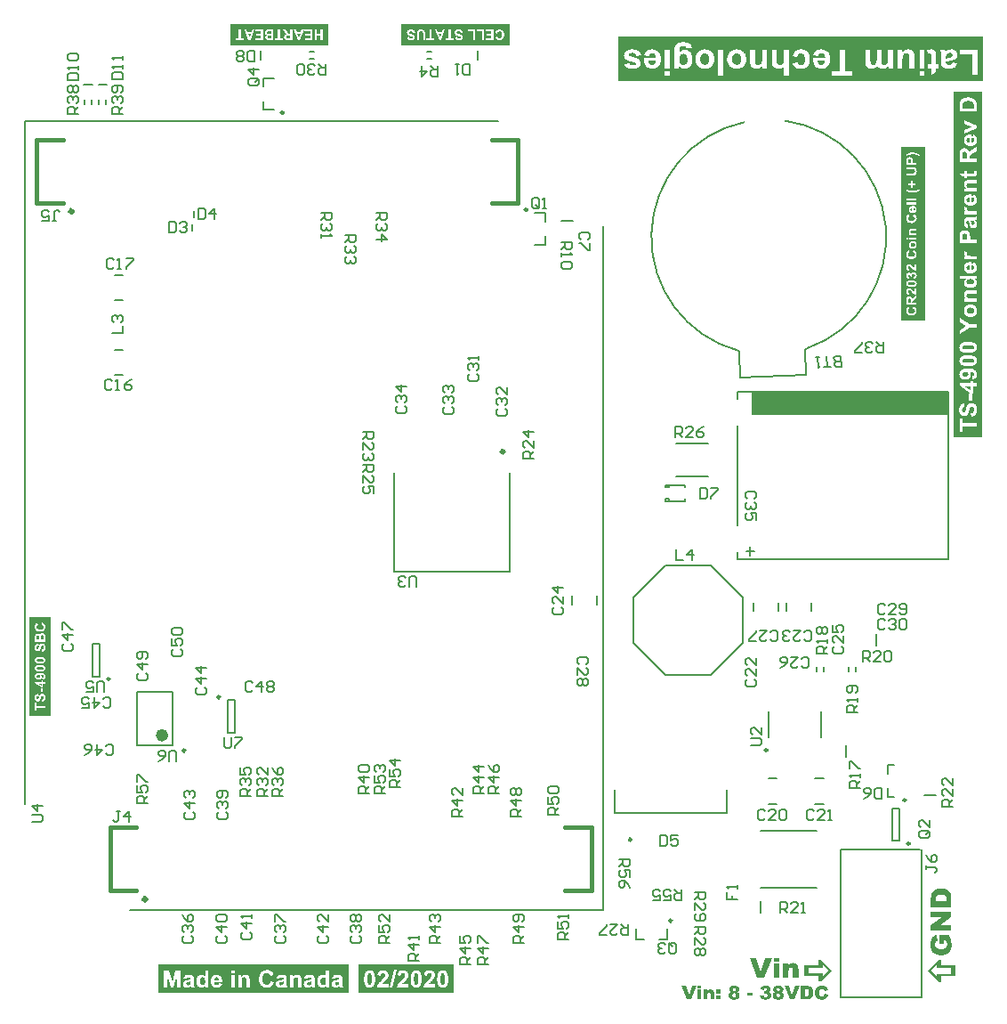
<source format=gto>
G04 Layer_Color=65535*
%FSLAX25Y25*%
%MOIN*%
G70*
G01*
G75*
%ADD45C,0.01500*%
%ADD98C,0.00984*%
%ADD99C,0.02362*%
%ADD100C,0.00799*%
%ADD101C,0.01575*%
%ADD102C,0.00787*%
%ADD103C,0.00800*%
%ADD104R,0.73622X0.09055*%
G36*
X464488Y170026D02*
X464599D01*
X464877Y169998D01*
X465169Y169970D01*
X465488Y169915D01*
X465793Y169845D01*
X466071Y169748D01*
X466085D01*
X466098Y169734D01*
X466182Y169693D01*
X466307Y169637D01*
X466459Y169554D01*
X466640Y169443D01*
X466820Y169304D01*
X467015Y169151D01*
X467195Y168971D01*
X467209Y168943D01*
X467264Y168887D01*
X467348Y168790D01*
X467445Y168665D01*
X467542Y168499D01*
X467639Y168332D01*
X467736Y168138D01*
X467806Y167930D01*
Y167916D01*
X467820Y167902D01*
Y167860D01*
X467833Y167805D01*
X467861Y167652D01*
X467903Y167458D01*
X467944Y167250D01*
X467972Y167000D01*
X467986Y166764D01*
X468000Y166514D01*
Y163030D01*
X460394D01*
Y166514D01*
Y166528D01*
Y166556D01*
Y166611D01*
Y166681D01*
X460408Y166778D01*
Y166875D01*
X460435Y167111D01*
X460463Y167388D01*
X460519Y167666D01*
X460588Y167944D01*
X460685Y168193D01*
Y168207D01*
X460699Y168221D01*
X460741Y168305D01*
X460796Y168416D01*
X460893Y168568D01*
X461004Y168735D01*
X461143Y168915D01*
X461310Y169082D01*
X461490Y169248D01*
X461518Y169262D01*
X461587Y169318D01*
X461685Y169387D01*
X461837Y169484D01*
X462018Y169581D01*
X462226Y169679D01*
X462462Y169762D01*
X462712Y169845D01*
X462726D01*
X462740Y169859D01*
X462781D01*
X462837Y169873D01*
X462975Y169901D01*
X463156Y169942D01*
X463378Y169984D01*
X463628Y170012D01*
X463892Y170026D01*
X464183Y170039D01*
X464377D01*
X464488Y170026D01*
D02*
G37*
G36*
X403576Y136500D02*
X401467D01*
Y142010D01*
X403576D01*
Y136500D01*
D02*
G37*
G36*
X397913D02*
X395373D01*
X392500Y144106D01*
X394957D01*
X396664Y138624D01*
X398357Y144106D01*
X400745D01*
X397913Y136500D01*
D02*
G37*
G36*
X468000Y159227D02*
X463808Y156368D01*
X468000D01*
Y154161D01*
X460394D01*
Y156340D01*
X464613Y159227D01*
X460394D01*
Y161448D01*
X468000D01*
Y159227D01*
D02*
G37*
G36*
X419632Y133643D02*
X419716D01*
X419808Y133634D01*
X419910Y133624D01*
X420021Y133606D01*
X420271Y133560D01*
X420520Y133486D01*
X420761Y133393D01*
X420872Y133328D01*
X420983Y133264D01*
X420992D01*
X421011Y133245D01*
X421038Y133227D01*
X421075Y133190D01*
X421122Y133153D01*
X421177Y133097D01*
X421233Y133042D01*
X421298Y132968D01*
X421362Y132894D01*
X421427Y132801D01*
X421501Y132709D01*
X421566Y132598D01*
X421630Y132477D01*
X421695Y132357D01*
X421751Y132219D01*
X421806Y132071D01*
X420419Y131765D01*
Y131774D01*
X420409Y131802D01*
X420391Y131849D01*
X420372Y131895D01*
X420317Y132006D01*
X420289Y132052D01*
X420261Y132098D01*
X420252Y132107D01*
X420243Y132126D01*
X420206Y132163D01*
X420169Y132200D01*
X420067Y132292D01*
X419938Y132376D01*
X419929Y132385D01*
X419910Y132394D01*
X419864Y132413D01*
X419817Y132431D01*
X419753Y132450D01*
X419679Y132459D01*
X419595Y132477D01*
X419457D01*
X419429Y132468D01*
X419327Y132459D01*
X419207Y132422D01*
X419077Y132376D01*
X418939Y132292D01*
X418809Y132191D01*
X418754Y132117D01*
X418698Y132043D01*
X418689Y132024D01*
X418661Y131987D01*
X418634Y131904D01*
X418597Y131802D01*
X418550Y131664D01*
X418523Y131497D01*
X418495Y131293D01*
X418485Y131053D01*
Y131044D01*
Y131016D01*
Y130970D01*
Y130914D01*
X418495Y130850D01*
Y130766D01*
X418513Y130590D01*
X418550Y130405D01*
X418587Y130211D01*
X418652Y130035D01*
X418689Y129962D01*
X418735Y129897D01*
X418745Y129887D01*
X418782Y129850D01*
X418846Y129804D01*
X418920Y129749D01*
X419022Y129684D01*
X419151Y129638D01*
X419290Y129601D01*
X419457Y129592D01*
X419531D01*
X419614Y129601D01*
X419716Y129619D01*
X419827Y129656D01*
X419938Y129693D01*
X420049Y129758D01*
X420141Y129841D01*
X420151Y129850D01*
X420178Y129887D01*
X420225Y129943D01*
X420271Y130026D01*
X420326Y130128D01*
X420382Y130257D01*
X420437Y130405D01*
X420483Y130581D01*
X421852Y130156D01*
Y130147D01*
X421843Y130128D01*
X421834Y130100D01*
X421825Y130063D01*
X421797Y129952D01*
X421741Y129823D01*
X421686Y129666D01*
X421603Y129508D01*
X421520Y129351D01*
X421409Y129194D01*
X421399Y129175D01*
X421353Y129129D01*
X421288Y129064D01*
X421205Y128972D01*
X421094Y128879D01*
X420974Y128787D01*
X420826Y128694D01*
X420669Y128611D01*
X420659D01*
X420650Y128602D01*
X420622Y128593D01*
X420595Y128583D01*
X420493Y128546D01*
X420363Y128518D01*
X420206Y128481D01*
X420012Y128445D01*
X419790Y128426D01*
X419549Y128417D01*
X419411D01*
X419337Y128426D01*
X419263D01*
X419170Y128435D01*
X419068Y128445D01*
X418855Y128472D01*
X418624Y128518D01*
X418402Y128574D01*
X418189Y128648D01*
X418180D01*
X418171Y128657D01*
X418143Y128676D01*
X418106Y128694D01*
X418005Y128759D01*
X417884Y128842D01*
X417745Y128963D01*
X417588Y129101D01*
X417440Y129277D01*
X417292Y129490D01*
Y129499D01*
X417274Y129517D01*
X417255Y129554D01*
X417237Y129601D01*
X417209Y129656D01*
X417172Y129730D01*
X417135Y129814D01*
X417107Y129915D01*
X417070Y130017D01*
X417033Y130137D01*
X417005Y130267D01*
X416968Y130405D01*
X416950Y130553D01*
X416931Y130711D01*
X416913Y131044D01*
Y131062D01*
Y131099D01*
X416922Y131164D01*
Y131247D01*
X416931Y131358D01*
X416950Y131479D01*
X416968Y131608D01*
X416996Y131756D01*
X417033Y131913D01*
X417079Y132071D01*
X417126Y132228D01*
X417191Y132394D01*
X417274Y132552D01*
X417357Y132700D01*
X417459Y132847D01*
X417579Y132977D01*
X417588Y132986D01*
X417607Y133005D01*
X417653Y133042D01*
X417699Y133079D01*
X417773Y133134D01*
X417857Y133190D01*
X417949Y133255D01*
X418069Y133319D01*
X418189Y133375D01*
X418337Y133440D01*
X418495Y133495D01*
X418661Y133551D01*
X418846Y133588D01*
X419040Y133624D01*
X419253Y133643D01*
X419475Y133652D01*
X419568D01*
X419632Y133643D01*
D02*
G37*
G36*
X374381Y132607D02*
X372975D01*
Y133569D01*
X374381D01*
Y132607D01*
D02*
G37*
G36*
X466917Y152745D02*
X466931Y152717D01*
X466973Y152662D01*
X467015Y152578D01*
X467070Y152495D01*
X467139Y152384D01*
X467292Y152134D01*
X467445Y151843D01*
X467611Y151524D01*
X467764Y151204D01*
X467875Y150899D01*
Y150885D01*
X467889Y150857D01*
X467903Y150816D01*
X467917Y150760D01*
X467931Y150677D01*
X467958Y150594D01*
X467972Y150483D01*
X468000Y150372D01*
X468042Y150094D01*
X468083Y149761D01*
X468111Y149400D01*
X468125Y148997D01*
Y148984D01*
Y148942D01*
Y148872D01*
X468111Y148775D01*
Y148650D01*
X468097Y148526D01*
X468083Y148373D01*
X468069Y148206D01*
X468014Y147859D01*
X467931Y147485D01*
X467820Y147124D01*
X467667Y146777D01*
Y146763D01*
X467639Y146735D01*
X467611Y146693D01*
X467584Y146638D01*
X467473Y146485D01*
X467320Y146291D01*
X467139Y146083D01*
X466903Y145861D01*
X466626Y145652D01*
X466307Y145458D01*
X466293D01*
X466265Y145444D01*
X466210Y145416D01*
X466140Y145389D01*
X466057Y145347D01*
X465960Y145319D01*
X465835Y145278D01*
X465696Y145236D01*
X465557Y145180D01*
X465391Y145139D01*
X465030Y145069D01*
X464627Y145014D01*
X464197Y145000D01*
X464072D01*
X463989Y145014D01*
X463878D01*
X463753Y145028D01*
X463614Y145042D01*
X463461Y145069D01*
X463128Y145125D01*
X462767Y145222D01*
X462406Y145347D01*
X462045Y145514D01*
X462032D01*
X462004Y145541D01*
X461962Y145569D01*
X461893Y145611D01*
X461726Y145722D01*
X461518Y145888D01*
X461296Y146110D01*
X461060Y146360D01*
X460838Y146666D01*
X460644Y147013D01*
Y147027D01*
X460630Y147054D01*
X460602Y147096D01*
X460588Y147151D01*
X460560Y147235D01*
X460519Y147332D01*
X460491Y147443D01*
X460449Y147568D01*
X460422Y147707D01*
X460394Y147873D01*
X460352Y148040D01*
X460324Y148220D01*
X460297Y148428D01*
X460283Y148637D01*
X460269Y149109D01*
Y149122D01*
Y149164D01*
Y149233D01*
Y149317D01*
Y149428D01*
X460283Y149539D01*
X460297Y149816D01*
X460324Y150122D01*
X460366Y150441D01*
X460422Y150732D01*
X460463Y150871D01*
X460505Y150996D01*
Y151010D01*
X460519Y151024D01*
X460546Y151107D01*
X460602Y151218D01*
X460671Y151357D01*
X460769Y151524D01*
X460893Y151704D01*
X461046Y151871D01*
X461213Y152037D01*
X461240Y152051D01*
X461296Y152107D01*
X461407Y152176D01*
X461546Y152273D01*
X461712Y152370D01*
X461921Y152481D01*
X462156Y152578D01*
X462420Y152662D01*
X462823Y150399D01*
X462809D01*
X462753Y150372D01*
X462670Y150330D01*
X462573Y150288D01*
X462476Y150219D01*
X462365Y150136D01*
X462268Y150025D01*
X462170Y149914D01*
X462156Y149900D01*
X462129Y149858D01*
X462101Y149775D01*
X462045Y149678D01*
X462004Y149553D01*
X461976Y149414D01*
X461948Y149247D01*
X461934Y149053D01*
Y149039D01*
Y149025D01*
Y148984D01*
X461948Y148928D01*
X461962Y148789D01*
X462004Y148609D01*
X462059Y148415D01*
X462156Y148206D01*
X462295Y147998D01*
X462476Y147818D01*
X462503Y147804D01*
X462573Y147748D01*
X462712Y147679D01*
X462892Y147596D01*
X463128Y147498D01*
X463267Y147471D01*
X463420Y147429D01*
X463586Y147401D01*
X463767Y147373D01*
X463961Y147360D01*
X464280D01*
X464363Y147373D01*
X464474D01*
X464585Y147387D01*
X464849Y147415D01*
X465141Y147471D01*
X465432Y147554D01*
X465710Y147665D01*
X465821Y147734D01*
X465932Y147818D01*
X465960Y147845D01*
X466015Y147901D01*
X466098Y148012D01*
X466196Y148165D01*
X466293Y148345D01*
X466376Y148567D01*
X466432Y148831D01*
X466459Y149122D01*
Y149136D01*
Y149192D01*
Y149261D01*
X466445Y149358D01*
X466432Y149483D01*
X466418Y149608D01*
X466348Y149872D01*
Y149886D01*
X466321Y149941D01*
X466293Y150011D01*
X466251Y150108D01*
X466210Y150233D01*
X466140Y150372D01*
X466057Y150538D01*
X465960Y150705D01*
X465238D01*
Y149122D01*
X463656D01*
Y152759D01*
X466903D01*
X466917Y152745D01*
D02*
G37*
G36*
X242183Y130889D02*
X171000D01*
Y141521D01*
X242183D01*
Y130889D01*
D02*
G37*
G36*
X281524Y130880D02*
X246000D01*
Y141512D01*
X281524D01*
Y130880D01*
D02*
G37*
G36*
X479620Y339000D02*
X468979D01*
Y468153D01*
X479620D01*
Y339000D01*
D02*
G37*
G36*
X423216Y139289D02*
X419149Y135180D01*
X418358D01*
Y137304D01*
X413000D01*
Y141287D01*
X418358D01*
Y143411D01*
X419135D01*
X423216Y139289D01*
D02*
G37*
G36*
X409017Y142121D02*
X409184Y142107D01*
X409378Y142066D01*
X409600Y142010D01*
X409822Y141913D01*
X410044Y141788D01*
X410253Y141608D01*
X410280Y141580D01*
X410336Y141511D01*
X410405Y141386D01*
X410502Y141205D01*
X410600Y140983D01*
X410669Y140706D01*
X410724Y140373D01*
X410752Y139998D01*
Y136500D01*
X408629D01*
Y139526D01*
Y139554D01*
Y139609D01*
X408615Y139706D01*
X408601Y139817D01*
X408545Y140053D01*
X408504Y140164D01*
X408434Y140261D01*
X408420Y140275D01*
X408393Y140303D01*
X408351Y140331D01*
X408295Y140373D01*
X408212Y140414D01*
X408129Y140456D01*
X408018Y140470D01*
X407893Y140484D01*
X407824D01*
X407754Y140470D01*
X407671Y140442D01*
X407574Y140414D01*
X407463Y140359D01*
X407366Y140289D01*
X407268Y140192D01*
X407254Y140178D01*
X407227Y140137D01*
X407199Y140053D01*
X407157Y139956D01*
X407102Y139803D01*
X407074Y139623D01*
X407046Y139401D01*
X407032Y139137D01*
Y136500D01*
X404923D01*
Y142010D01*
X406880D01*
Y141108D01*
X406894Y141136D01*
X406963Y141205D01*
X407046Y141303D01*
X407157Y141413D01*
X407296Y141552D01*
X407449Y141677D01*
X407601Y141802D01*
X407768Y141899D01*
X407796Y141913D01*
X407851Y141941D01*
X407948Y141969D01*
X408073Y142024D01*
X408240Y142066D01*
X408434Y142094D01*
X408642Y142121D01*
X408878Y142135D01*
X408962D01*
X409017Y142121D01*
D02*
G37*
G36*
X403576Y142663D02*
X401467D01*
Y144106D01*
X403576D01*
Y142663D01*
D02*
G37*
G36*
X464142Y141196D02*
X469500D01*
Y137213D01*
X464142D01*
Y135089D01*
X463365D01*
X459284Y139211D01*
X463351Y143320D01*
X464142D01*
Y141196D01*
D02*
G37*
G36*
X398561Y133643D02*
X398644D01*
X398737Y133634D01*
X398838Y133624D01*
X398950Y133606D01*
X399190Y133560D01*
X399421Y133495D01*
X399653Y133403D01*
X399745Y133347D01*
X399837Y133282D01*
X399847D01*
X399856Y133264D01*
X399911Y133218D01*
X399976Y133134D01*
X400060Y133023D01*
X400143Y132894D01*
X400217Y132737D01*
X400263Y132552D01*
X400272Y132450D01*
X400281Y132348D01*
Y132329D01*
Y132292D01*
X400272Y132228D01*
X400263Y132154D01*
X400235Y132061D01*
X400208Y131959D01*
X400161Y131858D01*
X400097Y131756D01*
X400087Y131747D01*
X400060Y131710D01*
X400023Y131664D01*
X399967Y131599D01*
X399893Y131534D01*
X399800Y131451D01*
X399690Y131368D01*
X399560Y131293D01*
X399569D01*
X399606Y131284D01*
X399662Y131266D01*
X399727Y131247D01*
X399865Y131192D01*
X399939Y131164D01*
X400004Y131127D01*
X400013Y131118D01*
X400041Y131099D01*
X400087Y131062D01*
X400143Y131016D01*
X400208Y130961D01*
X400272Y130886D01*
X400337Y130803D01*
X400392Y130711D01*
X400402Y130701D01*
X400420Y130665D01*
X400439Y130609D01*
X400466Y130544D01*
X400494Y130452D01*
X400522Y130350D01*
X400531Y130239D01*
X400540Y130110D01*
Y130100D01*
Y130091D01*
Y130035D01*
X400531Y129952D01*
X400513Y129841D01*
X400485Y129702D01*
X400439Y129564D01*
X400383Y129416D01*
X400300Y129259D01*
X400291Y129240D01*
X400254Y129194D01*
X400208Y129120D01*
X400134Y129027D01*
X400032Y128926D01*
X399921Y128824D01*
X399791Y128722D01*
X399634Y128630D01*
X399625D01*
X399616Y128620D01*
X399588Y128611D01*
X399551Y128593D01*
X399514Y128583D01*
X399458Y128565D01*
X399329Y128528D01*
X399162Y128481D01*
X398968Y128454D01*
X398737Y128426D01*
X398487Y128417D01*
X398376D01*
X398321Y128426D01*
X398247D01*
X398098Y128435D01*
X397923Y128454D01*
X397738Y128481D01*
X397562Y128518D01*
X397395Y128574D01*
X397377Y128583D01*
X397331Y128602D01*
X397257Y128639D01*
X397164Y128694D01*
X397062Y128759D01*
X396952Y128842D01*
X396841Y128935D01*
X396739Y129046D01*
X396729Y129064D01*
X396692Y129101D01*
X396646Y129166D01*
X396591Y129259D01*
X396526Y129379D01*
X396470Y129508D01*
X396406Y129666D01*
X396350Y129832D01*
X397756Y130026D01*
Y130008D01*
X397775Y129962D01*
X397793Y129887D01*
X397821Y129795D01*
X397895Y129601D01*
X397951Y129508D01*
X398006Y129434D01*
X398015Y129425D01*
X398034Y129406D01*
X398080Y129388D01*
X398126Y129360D01*
X398191Y129323D01*
X398274Y129305D01*
X398358Y129286D01*
X398459Y129277D01*
X398505D01*
X398561Y129286D01*
X398626Y129305D01*
X398700Y129323D01*
X398783Y129360D01*
X398857Y129416D01*
X398931Y129481D01*
X398940Y129490D01*
X398959Y129517D01*
X398996Y129564D01*
X399033Y129629D01*
X399061Y129702D01*
X399097Y129804D01*
X399116Y129915D01*
X399125Y130035D01*
Y130054D01*
Y130091D01*
X399116Y130156D01*
X399107Y130239D01*
X399079Y130322D01*
X399051Y130415D01*
X399005Y130498D01*
X398940Y130581D01*
X398931Y130590D01*
X398903Y130609D01*
X398866Y130646D01*
X398811Y130683D01*
X398737Y130711D01*
X398654Y130748D01*
X398552Y130766D01*
X398441Y130775D01*
X398376D01*
X398321Y130766D01*
X398256Y130757D01*
X398182Y130738D01*
X398089Y130720D01*
X397988Y130692D01*
X398052Y131691D01*
X398117D01*
X398182Y131682D01*
X398284D01*
X398339Y131691D01*
X398404Y131701D01*
X398468Y131719D01*
X398552Y131756D01*
X398626Y131793D01*
X398700Y131849D01*
X398709Y131858D01*
X398727Y131876D01*
X398764Y131913D01*
X398801Y131969D01*
X398829Y132024D01*
X398866Y132098D01*
X398885Y132182D01*
X398894Y132265D01*
Y132274D01*
Y132302D01*
X398885Y132348D01*
X398875Y132394D01*
X398857Y132459D01*
X398838Y132515D01*
X398801Y132579D01*
X398755Y132635D01*
X398746Y132644D01*
X398727Y132653D01*
X398700Y132681D01*
X398654Y132709D01*
X398598Y132727D01*
X398533Y132755D01*
X398459Y132764D01*
X398367Y132773D01*
X398330D01*
X398284Y132764D01*
X398219Y132755D01*
X398154Y132737D01*
X398089Y132709D01*
X398025Y132672D01*
X397960Y132616D01*
X397951Y132607D01*
X397932Y132589D01*
X397914Y132552D01*
X397877Y132496D01*
X397849Y132422D01*
X397812Y132339D01*
X397784Y132228D01*
X397756Y132098D01*
X396424Y132329D01*
Y132339D01*
X396433Y132357D01*
X396443Y132394D01*
X396452Y132431D01*
X396480Y132487D01*
X396498Y132552D01*
X396563Y132690D01*
X396646Y132847D01*
X396757Y133014D01*
X396887Y133171D01*
X397053Y133310D01*
X397062D01*
X397072Y133328D01*
X397099Y133338D01*
X397146Y133365D01*
X397192Y133393D01*
X397248Y133421D01*
X397322Y133449D01*
X397405Y133486D01*
X397488Y133513D01*
X397590Y133541D01*
X397701Y133569D01*
X397821Y133597D01*
X397951Y133624D01*
X398089Y133634D01*
X398394Y133652D01*
X398487D01*
X398561Y133643D01*
D02*
G37*
G36*
X386739D02*
X386823D01*
X386925Y133634D01*
X387026Y133624D01*
X387146Y133606D01*
X387387Y133560D01*
X387637Y133486D01*
X387877Y133393D01*
X387979Y133328D01*
X388081Y133264D01*
X388090D01*
X388099Y133245D01*
X388155Y133190D01*
X388238Y133107D01*
X388331Y132995D01*
X388414Y132857D01*
X388497Y132690D01*
X388552Y132505D01*
X388562Y132404D01*
X388571Y132292D01*
Y132274D01*
Y132237D01*
X388562Y132172D01*
X388543Y132089D01*
X388525Y131987D01*
X388488Y131876D01*
X388441Y131765D01*
X388377Y131654D01*
X388368Y131645D01*
X388349Y131617D01*
X388312Y131571D01*
X388266Y131516D01*
X388201Y131451D01*
X388118Y131386D01*
X388025Y131303D01*
X387914Y131229D01*
X387924D01*
X387933Y131219D01*
X387979Y131192D01*
X388053Y131146D01*
X388145Y131090D01*
X388247Y131016D01*
X388349Y130923D01*
X388451Y130822D01*
X388534Y130701D01*
X388543Y130683D01*
X388562Y130646D01*
X388599Y130581D01*
X388636Y130489D01*
X388673Y130387D01*
X388710Y130257D01*
X388728Y130128D01*
X388738Y129980D01*
Y129962D01*
Y129915D01*
X388728Y129841D01*
X388719Y129749D01*
X388691Y129638D01*
X388664Y129517D01*
X388617Y129397D01*
X388562Y129268D01*
X388552Y129249D01*
X388534Y129212D01*
X388497Y129157D01*
X388441Y129083D01*
X388377Y128999D01*
X388303Y128916D01*
X388219Y128833D01*
X388127Y128759D01*
X388118Y128750D01*
X388081Y128731D01*
X388025Y128703D01*
X387951Y128657D01*
X387859Y128620D01*
X387757Y128574D01*
X387628Y128537D01*
X387489Y128500D01*
X387470D01*
X387424Y128491D01*
X387350Y128472D01*
X387248Y128463D01*
X387128Y128445D01*
X386989Y128426D01*
X386841Y128417D01*
X386555D01*
X386480Y128426D01*
X386406D01*
X386231Y128445D01*
X386027Y128463D01*
X385824Y128491D01*
X385620Y128537D01*
X385444Y128602D01*
X385426Y128611D01*
X385370Y128639D01*
X385297Y128685D01*
X385204Y128750D01*
X385102Y128824D01*
X384991Y128926D01*
X384890Y129036D01*
X384797Y129166D01*
X384788Y129184D01*
X384760Y129231D01*
X384732Y129305D01*
X384695Y129406D01*
X384649Y129527D01*
X384621Y129666D01*
X384594Y129823D01*
X384584Y129989D01*
Y129999D01*
Y130008D01*
Y130063D01*
X384594Y130147D01*
X384612Y130257D01*
X384630Y130378D01*
X384667Y130498D01*
X384723Y130628D01*
X384788Y130748D01*
X384797Y130766D01*
X384825Y130803D01*
X384871Y130859D01*
X384945Y130923D01*
X385037Y131007D01*
X385139Y131081D01*
X385278Y131164D01*
X385426Y131229D01*
X385407Y131238D01*
X385370Y131256D01*
X385315Y131293D01*
X385241Y131340D01*
X385167Y131404D01*
X385084Y131469D01*
X385010Y131543D01*
X384945Y131617D01*
X384936Y131626D01*
X384917Y131673D01*
X384880Y131728D01*
X384843Y131811D01*
X384806Y131913D01*
X384769Y132034D01*
X384751Y132163D01*
X384741Y132302D01*
Y132311D01*
Y132329D01*
Y132367D01*
X384751Y132404D01*
X384760Y132459D01*
X384769Y132524D01*
X384816Y132672D01*
X384890Y132829D01*
X384936Y132922D01*
X384991Y133005D01*
X385056Y133088D01*
X385139Y133180D01*
X385232Y133264D01*
X385333Y133338D01*
X385343D01*
X385352Y133347D01*
X385380Y133365D01*
X385417Y133384D01*
X385463Y133412D01*
X385528Y133440D01*
X385593Y133467D01*
X385666Y133495D01*
X385842Y133551D01*
X386055Y133606D01*
X386296Y133643D01*
X386573Y133652D01*
X386675D01*
X386739Y133643D01*
D02*
G37*
G36*
X403269D02*
X403352D01*
X403454Y133634D01*
X403556Y133624D01*
X403676Y133606D01*
X403917Y133560D01*
X404167Y133486D01*
X404407Y133393D01*
X404509Y133328D01*
X404610Y133264D01*
X404620D01*
X404629Y133245D01*
X404684Y133190D01*
X404768Y133107D01*
X404860Y132995D01*
X404944Y132857D01*
X405027Y132690D01*
X405082Y132505D01*
X405091Y132404D01*
X405101Y132292D01*
Y132274D01*
Y132237D01*
X405091Y132172D01*
X405073Y132089D01*
X405055Y131987D01*
X405018Y131876D01*
X404971Y131765D01*
X404907Y131654D01*
X404897Y131645D01*
X404879Y131617D01*
X404842Y131571D01*
X404796Y131516D01*
X404731Y131451D01*
X404647Y131386D01*
X404555Y131303D01*
X404444Y131229D01*
X404453D01*
X404462Y131219D01*
X404509Y131192D01*
X404583Y131146D01*
X404675Y131090D01*
X404777Y131016D01*
X404879Y130923D01*
X404981Y130822D01*
X405064Y130701D01*
X405073Y130683D01*
X405091Y130646D01*
X405128Y130581D01*
X405165Y130489D01*
X405202Y130387D01*
X405239Y130257D01*
X405258Y130128D01*
X405267Y129980D01*
Y129962D01*
Y129915D01*
X405258Y129841D01*
X405249Y129749D01*
X405221Y129638D01*
X405193Y129517D01*
X405147Y129397D01*
X405091Y129268D01*
X405082Y129249D01*
X405064Y129212D01*
X405027Y129157D01*
X404971Y129083D01*
X404907Y128999D01*
X404833Y128916D01*
X404749Y128833D01*
X404657Y128759D01*
X404647Y128750D01*
X404610Y128731D01*
X404555Y128703D01*
X404481Y128657D01*
X404389Y128620D01*
X404287Y128574D01*
X404157Y128537D01*
X404018Y128500D01*
X404000D01*
X403954Y128491D01*
X403880Y128472D01*
X403778Y128463D01*
X403658Y128445D01*
X403519Y128426D01*
X403371Y128417D01*
X403084D01*
X403010Y128426D01*
X402936D01*
X402761Y128445D01*
X402557Y128463D01*
X402353Y128491D01*
X402150Y128537D01*
X401974Y128602D01*
X401956Y128611D01*
X401900Y128639D01*
X401826Y128685D01*
X401734Y128750D01*
X401632Y128824D01*
X401521Y128926D01*
X401419Y129036D01*
X401327Y129166D01*
X401318Y129184D01*
X401290Y129231D01*
X401262Y129305D01*
X401225Y129406D01*
X401179Y129527D01*
X401151Y129666D01*
X401123Y129823D01*
X401114Y129989D01*
Y129999D01*
Y130008D01*
Y130063D01*
X401123Y130147D01*
X401142Y130257D01*
X401160Y130378D01*
X401197Y130498D01*
X401253Y130628D01*
X401318Y130748D01*
X401327Y130766D01*
X401355Y130803D01*
X401401Y130859D01*
X401475Y130923D01*
X401567Y131007D01*
X401669Y131081D01*
X401808Y131164D01*
X401956Y131229D01*
X401937Y131238D01*
X401900Y131256D01*
X401845Y131293D01*
X401771Y131340D01*
X401697Y131404D01*
X401614Y131469D01*
X401540Y131543D01*
X401475Y131617D01*
X401466Y131626D01*
X401447Y131673D01*
X401410Y131728D01*
X401373Y131811D01*
X401336Y131913D01*
X401299Y132034D01*
X401280Y132163D01*
X401271Y132302D01*
Y132311D01*
Y132329D01*
Y132367D01*
X401280Y132404D01*
X401290Y132459D01*
X401299Y132524D01*
X401345Y132672D01*
X401419Y132829D01*
X401466Y132922D01*
X401521Y133005D01*
X401586Y133088D01*
X401669Y133180D01*
X401761Y133264D01*
X401863Y133338D01*
X401872D01*
X401882Y133347D01*
X401909Y133365D01*
X401946Y133384D01*
X401993Y133412D01*
X402058Y133440D01*
X402122Y133467D01*
X402196Y133495D01*
X402372Y133551D01*
X402585Y133606D01*
X402825Y133643D01*
X403103Y133652D01*
X403204D01*
X403269Y133643D01*
D02*
G37*
G36*
X374381Y128500D02*
X372975D01*
Y132172D01*
X374381D01*
Y128500D01*
D02*
G37*
G36*
X130572Y234500D02*
X122587D01*
Y271511D01*
X130572D01*
Y234500D01*
D02*
G37*
G36*
X302500Y485587D02*
X262048D01*
Y493572D01*
X302500D01*
Y485587D01*
D02*
G37*
G36*
X234500Y485659D02*
X197916D01*
Y493500D01*
X234500D01*
Y485659D01*
D02*
G37*
G36*
X458132Y382500D02*
X449087D01*
Y447567D01*
X458132D01*
Y382500D01*
D02*
G37*
G36*
X409180Y128500D02*
X407487D01*
X405573Y133569D01*
X407210D01*
X408348Y129915D01*
X409476Y133569D01*
X411067D01*
X409180Y128500D01*
D02*
G37*
G36*
X381513Y130757D02*
X380006D01*
Y132172D01*
X381513D01*
Y130757D01*
D02*
G37*
G36*
X378008Y132246D02*
X378118Y132237D01*
X378248Y132209D01*
X378396Y132172D01*
X378544Y132107D01*
X378692Y132024D01*
X378831Y131904D01*
X378849Y131886D01*
X378886Y131839D01*
X378932Y131756D01*
X378997Y131636D01*
X379062Y131488D01*
X379108Y131303D01*
X379145Y131081D01*
X379164Y130831D01*
Y128500D01*
X377748D01*
Y130517D01*
Y130535D01*
Y130572D01*
X377739Y130637D01*
X377730Y130711D01*
X377693Y130868D01*
X377665Y130942D01*
X377619Y131007D01*
X377610Y131016D01*
X377591Y131035D01*
X377564Y131053D01*
X377526Y131081D01*
X377471Y131108D01*
X377415Y131136D01*
X377342Y131146D01*
X377258Y131155D01*
X377212D01*
X377166Y131146D01*
X377110Y131127D01*
X377045Y131108D01*
X376972Y131071D01*
X376907Y131025D01*
X376842Y130961D01*
X376833Y130951D01*
X376814Y130923D01*
X376796Y130868D01*
X376768Y130803D01*
X376731Y130701D01*
X376712Y130581D01*
X376694Y130433D01*
X376685Y130257D01*
Y128500D01*
X375279D01*
Y132172D01*
X376583D01*
Y131571D01*
X376592Y131589D01*
X376639Y131636D01*
X376694Y131701D01*
X376768Y131774D01*
X376860Y131867D01*
X376962Y131950D01*
X377064Y132034D01*
X377175Y132098D01*
X377193Y132107D01*
X377231Y132126D01*
X377295Y132144D01*
X377379Y132182D01*
X377489Y132209D01*
X377619Y132228D01*
X377758Y132246D01*
X377915Y132255D01*
X377971D01*
X378008Y132246D01*
D02*
G37*
G36*
X370607Y128500D02*
X368915D01*
X367000Y133569D01*
X368637D01*
X369775Y129915D01*
X370903Y133569D01*
X372495D01*
X370607Y128500D01*
D02*
G37*
G36*
X381513D02*
X380006D01*
Y129915D01*
X381513D01*
Y128500D01*
D02*
G37*
G36*
X414101Y133560D02*
X414166D01*
X414323Y133541D01*
X414508Y133523D01*
X414693Y133486D01*
X414878Y133440D01*
X415044Y133375D01*
X415054D01*
X415063Y133365D01*
X415119Y133338D01*
X415193Y133301D01*
X415294Y133236D01*
X415405Y133162D01*
X415525Y133070D01*
X415636Y132958D01*
X415747Y132838D01*
X415757Y132820D01*
X415794Y132773D01*
X415840Y132709D01*
X415905Y132607D01*
X415970Y132487D01*
X416034Y132348D01*
X416090Y132191D01*
X416145Y132024D01*
Y132015D01*
X416154Y132006D01*
Y131978D01*
X416164Y131941D01*
X416182Y131849D01*
X416210Y131728D01*
X416238Y131580D01*
X416256Y131414D01*
X416265Y131238D01*
X416275Y131044D01*
Y131035D01*
Y131007D01*
Y130970D01*
Y130914D01*
X416265Y130840D01*
Y130766D01*
X416247Y130581D01*
X416228Y130387D01*
X416191Y130174D01*
X416145Y129971D01*
X416081Y129786D01*
Y129777D01*
X416071Y129767D01*
X416044Y129712D01*
X416007Y129629D01*
X415951Y129527D01*
X415877Y129406D01*
X415785Y129286D01*
X415683Y129157D01*
X415562Y129036D01*
X415544Y129027D01*
X415507Y128990D01*
X415442Y128935D01*
X415359Y128870D01*
X415248Y128805D01*
X415137Y128741D01*
X415007Y128676D01*
X414869Y128630D01*
X414859D01*
X414850Y128620D01*
X414822D01*
X414785Y128611D01*
X414684Y128593D01*
X414554Y128565D01*
X414416Y128537D01*
X414249Y128518D01*
X414092Y128509D01*
X413925Y128500D01*
X411603D01*
Y133569D01*
X414036D01*
X414101Y133560D01*
D02*
G37*
G36*
X393584Y129804D02*
X391540D01*
Y130896D01*
X393584D01*
Y129804D01*
D02*
G37*
G36*
X480000Y472395D02*
X343377D01*
Y488832D01*
X480000D01*
Y472395D01*
D02*
G37*
%LPC*%
G36*
X464225Y167680D02*
X464030D01*
X463933Y167666D01*
X463822D01*
X463558Y167624D01*
X463295Y167583D01*
X463017Y167513D01*
X462767Y167416D01*
X462670Y167347D01*
X462573Y167277D01*
X462559Y167263D01*
X462503Y167194D01*
X462434Y167097D01*
X462337Y166958D01*
X462254Y166778D01*
X462184Y166556D01*
X462129Y166278D01*
X462115Y165959D01*
Y165376D01*
X466265D01*
Y165945D01*
Y165959D01*
Y165973D01*
Y166014D01*
Y166070D01*
X466251Y166195D01*
Y166361D01*
X466223Y166528D01*
X466196Y166708D01*
X466168Y166861D01*
X466112Y167000D01*
X466098Y167014D01*
X466085Y167055D01*
X466043Y167111D01*
X465974Y167180D01*
X465904Y167263D01*
X465807Y167347D01*
X465682Y167430D01*
X465543Y167499D01*
X465529Y167513D01*
X465460Y167527D01*
X465363Y167555D01*
X465224Y167597D01*
X465044Y167624D01*
X464808Y167652D01*
X464544Y167666D01*
X464225Y167680D01*
D02*
G37*
G36*
X211693Y139521D02*
X211582D01*
X211341Y139512D01*
X211101Y139484D01*
X210888Y139438D01*
X210675Y139383D01*
X210490Y139318D01*
X210305Y139244D01*
X210148Y139161D01*
X210000Y139077D01*
X209861Y138994D01*
X209750Y138911D01*
X209648Y138837D01*
X209565Y138772D01*
X209501Y138716D01*
X209454Y138670D01*
X209426Y138643D01*
X209417Y138633D01*
X209269Y138458D01*
X209149Y138273D01*
X209038Y138078D01*
X208945Y137875D01*
X208862Y137662D01*
X208798Y137459D01*
X208742Y137255D01*
X208696Y137061D01*
X208659Y136866D01*
X208640Y136700D01*
X208622Y136543D01*
X208603Y136413D01*
Y136302D01*
X208594Y136219D01*
Y136163D01*
Y136154D01*
Y136145D01*
X208603Y135868D01*
X208631Y135608D01*
X208668Y135359D01*
X208723Y135137D01*
X208779Y134924D01*
X208853Y134721D01*
X208927Y134545D01*
X209001Y134388D01*
X209075Y134239D01*
X209149Y134110D01*
X209223Y134008D01*
X209278Y133916D01*
X209334Y133851D01*
X209371Y133795D01*
X209399Y133768D01*
X209408Y133758D01*
X209565Y133601D01*
X209732Y133472D01*
X209908Y133352D01*
X210083Y133259D01*
X210259Y133176D01*
X210435Y133102D01*
X210601Y133046D01*
X210758Y133000D01*
X210916Y132963D01*
X211054Y132935D01*
X211184Y132917D01*
X211286Y132907D01*
X211378Y132898D01*
X211443Y132889D01*
X211498D01*
X211693Y132898D01*
X211869Y132907D01*
X212044Y132935D01*
X212201Y132972D01*
X212350Y133009D01*
X212488Y133046D01*
X212618Y133092D01*
X212738Y133148D01*
X212840Y133194D01*
X212932Y133240D01*
X213016Y133277D01*
X213080Y133315D01*
X213136Y133352D01*
X213173Y133379D01*
X213191Y133388D01*
X213200Y133398D01*
X213321Y133500D01*
X213432Y133610D01*
X213635Y133860D01*
X213802Y134119D01*
X213931Y134369D01*
X213987Y134489D01*
X214033Y134600D01*
X214070Y134702D01*
X214107Y134785D01*
X214135Y134859D01*
X214153Y134915D01*
X214162Y134952D01*
Y134961D01*
X212905Y135350D01*
X212830Y135100D01*
X212747Y134887D01*
X212664Y134711D01*
X212572Y134563D01*
X212497Y134452D01*
X212433Y134378D01*
X212386Y134332D01*
X212368Y134313D01*
X212220Y134203D01*
X212072Y134128D01*
X211924Y134073D01*
X211794Y134027D01*
X211674Y134008D01*
X211573Y133999D01*
X211536Y133990D01*
X211489D01*
X211360Y133999D01*
X211240Y134008D01*
X211017Y134073D01*
X210823Y134147D01*
X210666Y134249D01*
X210537Y134341D01*
X210444Y134415D01*
X210407Y134452D01*
X210379Y134480D01*
X210370Y134489D01*
X210361Y134499D01*
X210287Y134600D01*
X210222Y134721D01*
X210157Y134850D01*
X210111Y134989D01*
X210037Y135275D01*
X209981Y135562D01*
X209963Y135701D01*
X209954Y135821D01*
X209935Y135942D01*
Y136043D01*
X209926Y136117D01*
Y136182D01*
Y136228D01*
Y136238D01*
X209935Y136450D01*
X209945Y136644D01*
X209963Y136820D01*
X209991Y136987D01*
X210028Y137135D01*
X210065Y137274D01*
X210102Y137394D01*
X210148Y137505D01*
X210185Y137597D01*
X210222Y137680D01*
X210259Y137745D01*
X210296Y137801D01*
X210324Y137847D01*
X210342Y137875D01*
X210361Y137893D01*
Y137902D01*
X210444Y137995D01*
X210537Y138078D01*
X210629Y138143D01*
X210731Y138198D01*
X210925Y138291D01*
X211110Y138356D01*
X211267Y138393D01*
X211341Y138402D01*
X211397Y138411D01*
X211452Y138420D01*
X211517D01*
X211702Y138411D01*
X211869Y138374D01*
X212017Y138328D01*
X212146Y138273D01*
X212248Y138217D01*
X212322Y138171D01*
X212368Y138134D01*
X212386Y138125D01*
X212507Y138014D01*
X212618Y137884D01*
X212701Y137754D01*
X212766Y137625D01*
X212812Y137514D01*
X212840Y137431D01*
X212858Y137394D01*
Y137366D01*
X212867Y137357D01*
Y137347D01*
X214144Y137653D01*
X214052Y137921D01*
X213950Y138152D01*
X213839Y138356D01*
X213737Y138522D01*
X213635Y138652D01*
X213598Y138707D01*
X213561Y138753D01*
X213533Y138781D01*
X213506Y138809D01*
X213496Y138828D01*
X213487D01*
X213349Y138948D01*
X213191Y139059D01*
X213043Y139151D01*
X212886Y139225D01*
X212719Y139299D01*
X212562Y139355D01*
X212405Y139401D01*
X212257Y139438D01*
X212118Y139466D01*
X211989Y139484D01*
X211878Y139503D01*
X211776Y139512D01*
X211693Y139521D01*
D02*
G37*
G36*
X234947Y139401D02*
X233717D01*
Y137098D01*
X233606Y137209D01*
X233495Y137311D01*
X233384Y137394D01*
X233264Y137477D01*
X233153Y137532D01*
X233042Y137588D01*
X232931Y137634D01*
X232829Y137662D01*
X232727Y137690D01*
X232644Y137708D01*
X232561Y137727D01*
X232496Y137736D01*
X232440Y137745D01*
X232366D01*
X232209Y137736D01*
X232061Y137717D01*
X231923Y137690D01*
X231784Y137653D01*
X231553Y137551D01*
X231441Y137496D01*
X231349Y137440D01*
X231257Y137375D01*
X231183Y137320D01*
X231118Y137274D01*
X231062Y137227D01*
X231016Y137181D01*
X230988Y137153D01*
X230970Y137135D01*
X230960Y137126D01*
X230868Y137005D01*
X230785Y136876D01*
X230711Y136737D01*
X230646Y136589D01*
X230591Y136441D01*
X230544Y136293D01*
X230480Y135997D01*
X230461Y135868D01*
X230443Y135738D01*
X230433Y135627D01*
X230424Y135525D01*
X230415Y135442D01*
Y135387D01*
Y135340D01*
Y135331D01*
X230424Y135118D01*
X230443Y134924D01*
X230470Y134739D01*
X230507Y134563D01*
X230544Y134406D01*
X230591Y134258D01*
X230646Y134128D01*
X230701Y134008D01*
X230748Y133897D01*
X230803Y133805D01*
X230850Y133721D01*
X230896Y133657D01*
X230924Y133601D01*
X230951Y133564D01*
X230970Y133546D01*
X230979Y133537D01*
X231090Y133425D01*
X231201Y133324D01*
X231321Y133240D01*
X231432Y133167D01*
X231553Y133102D01*
X231663Y133055D01*
X231774Y133009D01*
X231876Y132982D01*
X231978Y132954D01*
X232070Y132935D01*
X232144Y132917D01*
X232219Y132907D01*
X232274Y132898D01*
X232348D01*
X232496Y132907D01*
X232635Y132926D01*
X232773Y132954D01*
X232894Y132991D01*
X232986Y133028D01*
X233069Y133055D01*
X233116Y133074D01*
X233134Y133083D01*
X233273Y133167D01*
X233402Y133259D01*
X233523Y133361D01*
X233615Y133453D01*
X233699Y133537D01*
X233763Y133610D01*
X233800Y133657D01*
X233809Y133675D01*
Y133000D01*
X234947D01*
Y139401D01*
D02*
G37*
G36*
X199594D02*
X198363D01*
Y138263D01*
X199594D01*
Y139401D01*
D02*
G37*
G36*
X203571Y137745D02*
X203506D01*
X203340Y137736D01*
X203173Y137708D01*
X203026Y137671D01*
X202877Y137625D01*
X202739Y137560D01*
X202619Y137496D01*
X202498Y137422D01*
X202396Y137357D01*
X202304Y137283D01*
X202221Y137209D01*
X202147Y137144D01*
X202091Y137079D01*
X202045Y137033D01*
X202008Y136996D01*
X201990Y136968D01*
X201980Y136959D01*
Y137644D01*
X200842D01*
Y133000D01*
X202073D01*
Y135090D01*
Y135229D01*
Y135359D01*
X202082Y135479D01*
X202091Y135581D01*
Y135682D01*
X202100Y135766D01*
X202110Y135849D01*
X202119Y135914D01*
X202137Y136025D01*
X202147Y136099D01*
X202165Y136145D01*
Y136154D01*
X202202Y136256D01*
X202258Y136358D01*
X202313Y136432D01*
X202369Y136506D01*
X202424Y136552D01*
X202470Y136598D01*
X202498Y136617D01*
X202507Y136626D01*
X202609Y136681D01*
X202711Y136728D01*
X202803Y136756D01*
X202896Y136783D01*
X202970Y136793D01*
X203026Y136802D01*
X203081D01*
X203173Y136793D01*
X203257Y136783D01*
X203322Y136765D01*
X203386Y136737D01*
X203442Y136709D01*
X203479Y136691D01*
X203497Y136681D01*
X203506Y136672D01*
X203571Y136626D01*
X203618Y136571D01*
X203701Y136460D01*
X203729Y136404D01*
X203747Y136367D01*
X203766Y136339D01*
Y136330D01*
X203784Y136284D01*
X203793Y136228D01*
X203812Y136090D01*
X203830Y135923D01*
X203839Y135766D01*
X203849Y135608D01*
Y135544D01*
Y135479D01*
Y135433D01*
Y135396D01*
Y135368D01*
Y135359D01*
Y133000D01*
X205079D01*
Y135877D01*
Y136071D01*
X205070Y136228D01*
X205061Y136376D01*
X205042Y136487D01*
X205033Y136580D01*
X205014Y136644D01*
X205005Y136691D01*
Y136700D01*
X204977Y136811D01*
X204940Y136904D01*
X204903Y136996D01*
X204857Y137070D01*
X204820Y137135D01*
X204792Y137181D01*
X204774Y137209D01*
X204765Y137218D01*
X204691Y137301D01*
X204607Y137375D01*
X204524Y137440D01*
X204441Y137496D01*
X204367Y137542D01*
X204302Y137569D01*
X204265Y137588D01*
X204246Y137597D01*
X204117Y137644D01*
X203988Y137680D01*
X203867Y137708D01*
X203756Y137727D01*
X203655Y137736D01*
X203571Y137745D01*
D02*
G37*
G36*
X189696Y139401D02*
X188466D01*
Y137098D01*
X188355Y137209D01*
X188244Y137311D01*
X188133Y137394D01*
X188013Y137477D01*
X187902Y137532D01*
X187791Y137588D01*
X187680Y137634D01*
X187578Y137662D01*
X187476Y137690D01*
X187393Y137708D01*
X187310Y137727D01*
X187245Y137736D01*
X187189Y137745D01*
X187116D01*
X186958Y137736D01*
X186810Y137717D01*
X186671Y137690D01*
X186533Y137653D01*
X186302Y137551D01*
X186190Y137496D01*
X186098Y137440D01*
X186005Y137375D01*
X185932Y137320D01*
X185867Y137274D01*
X185811Y137227D01*
X185765Y137181D01*
X185737Y137153D01*
X185719Y137135D01*
X185710Y137126D01*
X185617Y137005D01*
X185534Y136876D01*
X185460Y136737D01*
X185395Y136589D01*
X185339Y136441D01*
X185293Y136293D01*
X185229Y135997D01*
X185210Y135868D01*
X185192Y135738D01*
X185182Y135627D01*
X185173Y135525D01*
X185164Y135442D01*
Y135387D01*
Y135340D01*
Y135331D01*
X185173Y135118D01*
X185192Y134924D01*
X185219Y134739D01*
X185256Y134563D01*
X185293Y134406D01*
X185339Y134258D01*
X185395Y134128D01*
X185450Y134008D01*
X185497Y133897D01*
X185552Y133805D01*
X185599Y133721D01*
X185645Y133657D01*
X185672Y133601D01*
X185700Y133564D01*
X185719Y133546D01*
X185728Y133537D01*
X185839Y133425D01*
X185950Y133324D01*
X186070Y133240D01*
X186181Y133167D01*
X186302Y133102D01*
X186413Y133055D01*
X186523Y133009D01*
X186625Y132982D01*
X186727Y132954D01*
X186820Y132935D01*
X186893Y132917D01*
X186968Y132907D01*
X187023Y132898D01*
X187097D01*
X187245Y132907D01*
X187384Y132926D01*
X187522Y132954D01*
X187643Y132991D01*
X187735Y133028D01*
X187819Y133055D01*
X187865Y133074D01*
X187883Y133083D01*
X188022Y133167D01*
X188152Y133259D01*
X188272Y133361D01*
X188364Y133453D01*
X188447Y133537D01*
X188512Y133610D01*
X188549Y133657D01*
X188558Y133675D01*
Y133000D01*
X189696D01*
Y139401D01*
D02*
G37*
G36*
X222959Y137745D02*
X222895D01*
X222728Y137736D01*
X222562Y137708D01*
X222413Y137671D01*
X222266Y137625D01*
X222127Y137560D01*
X222007Y137496D01*
X221886Y137422D01*
X221784Y137357D01*
X221692Y137283D01*
X221609Y137209D01*
X221535Y137144D01*
X221479Y137079D01*
X221433Y137033D01*
X221396Y136996D01*
X221377Y136968D01*
X221368Y136959D01*
Y137644D01*
X220231D01*
Y133000D01*
X221461D01*
Y135090D01*
Y135229D01*
Y135359D01*
X221470Y135479D01*
X221479Y135581D01*
Y135682D01*
X221488Y135766D01*
X221498Y135849D01*
X221507Y135914D01*
X221526Y136025D01*
X221535Y136099D01*
X221553Y136145D01*
Y136154D01*
X221590Y136256D01*
X221646Y136358D01*
X221701Y136432D01*
X221757Y136506D01*
X221812Y136552D01*
X221859Y136598D01*
X221886Y136617D01*
X221896Y136626D01*
X221997Y136681D01*
X222099Y136728D01*
X222192Y136756D01*
X222284Y136783D01*
X222358Y136793D01*
X222413Y136802D01*
X222469D01*
X222562Y136793D01*
X222645Y136783D01*
X222709Y136765D01*
X222774Y136737D01*
X222830Y136709D01*
X222867Y136691D01*
X222885Y136681D01*
X222895Y136672D01*
X222959Y136626D01*
X223006Y136571D01*
X223089Y136460D01*
X223116Y136404D01*
X223135Y136367D01*
X223153Y136339D01*
Y136330D01*
X223172Y136284D01*
X223181Y136228D01*
X223200Y136090D01*
X223218Y135923D01*
X223228Y135766D01*
X223237Y135608D01*
Y135544D01*
Y135479D01*
Y135433D01*
Y135396D01*
Y135368D01*
Y135359D01*
Y133000D01*
X224467D01*
Y135877D01*
Y136071D01*
X224458Y136228D01*
X224448Y136376D01*
X224430Y136487D01*
X224421Y136580D01*
X224402Y136644D01*
X224393Y136691D01*
Y136700D01*
X224365Y136811D01*
X224328Y136904D01*
X224291Y136996D01*
X224245Y137070D01*
X224208Y137135D01*
X224180Y137181D01*
X224162Y137209D01*
X224152Y137218D01*
X224078Y137301D01*
X223995Y137375D01*
X223912Y137440D01*
X223829Y137496D01*
X223755Y137542D01*
X223690Y137569D01*
X223653Y137588D01*
X223635Y137597D01*
X223505Y137644D01*
X223376Y137680D01*
X223255Y137708D01*
X223144Y137727D01*
X223042Y137736D01*
X222959Y137745D01*
D02*
G37*
G36*
X217215D02*
X216910D01*
X216762Y137727D01*
X216614Y137717D01*
X216484Y137690D01*
X216355Y137671D01*
X216244Y137644D01*
X216142Y137607D01*
X216050Y137579D01*
X215975Y137551D01*
X215901Y137514D01*
X215846Y137486D01*
X215791Y137468D01*
X215754Y137440D01*
X215726Y137431D01*
X215717Y137412D01*
X215707D01*
X215550Y137274D01*
X215421Y137116D01*
X215310Y136950D01*
X215217Y136793D01*
X215152Y136644D01*
X215125Y136580D01*
X215106Y136524D01*
X215088Y136478D01*
X215078Y136441D01*
X215069Y136423D01*
Y136413D01*
X216170Y136210D01*
X216216Y136321D01*
X216262Y136413D01*
X216308Y136496D01*
X216364Y136561D01*
X216401Y136608D01*
X216438Y136635D01*
X216457Y136654D01*
X216466Y136663D01*
X216540Y136709D01*
X216623Y136746D01*
X216716Y136765D01*
X216799Y136783D01*
X216873Y136793D01*
X216928Y136802D01*
X216984D01*
X217150Y136793D01*
X217289Y136774D01*
X217400Y136756D01*
X217493Y136728D01*
X217557Y136691D01*
X217603Y136672D01*
X217631Y136654D01*
X217640Y136644D01*
X217705Y136580D01*
X217752Y136506D01*
X217779Y136423D01*
X217807Y136339D01*
X217816Y136256D01*
X217826Y136191D01*
Y136154D01*
Y136136D01*
Y136015D01*
X217761Y135988D01*
X217677Y135960D01*
X217502Y135905D01*
X217298Y135858D01*
X217104Y135812D01*
X216919Y135766D01*
X216836Y135747D01*
X216762Y135738D01*
X216706Y135729D01*
X216660Y135720D01*
X216632Y135710D01*
X216623D01*
X216401Y135664D01*
X216197Y135618D01*
X216031Y135572D01*
X215892Y135525D01*
X215781Y135479D01*
X215707Y135451D01*
X215661Y135433D01*
X215642Y135424D01*
X215522Y135359D01*
X215421Y135285D01*
X215328Y135202D01*
X215263Y135127D01*
X215198Y135063D01*
X215161Y135007D01*
X215134Y134970D01*
X215125Y134952D01*
X215060Y134832D01*
X215014Y134711D01*
X214986Y134600D01*
X214967Y134489D01*
X214949Y134397D01*
X214939Y134323D01*
Y134276D01*
Y134258D01*
X214949Y134147D01*
X214958Y134045D01*
X215004Y133851D01*
X215069Y133685D01*
X215143Y133546D01*
X215217Y133435D01*
X215282Y133352D01*
X215328Y133296D01*
X215347Y133287D01*
Y133277D01*
X215513Y133148D01*
X215698Y133055D01*
X215883Y132991D01*
X216068Y132945D01*
X216225Y132917D01*
X216299Y132907D01*
X216355D01*
X216410Y132898D01*
X216475D01*
X216623Y132907D01*
X216771Y132926D01*
X216900Y132945D01*
X217011Y132972D01*
X217104Y133000D01*
X217178Y133028D01*
X217224Y133037D01*
X217243Y133046D01*
X217372Y133111D01*
X217502Y133176D01*
X217613Y133259D01*
X217715Y133333D01*
X217798Y133398D01*
X217863Y133453D01*
X217899Y133490D01*
X217918Y133500D01*
X217927Y133463D01*
X217946Y133416D01*
X217955Y133379D01*
X217964Y133370D01*
Y133361D01*
X217992Y133277D01*
X218010Y133203D01*
X218029Y133139D01*
X218047Y133092D01*
X218066Y133055D01*
X218075Y133019D01*
X218085Y133009D01*
Y133000D01*
X219296D01*
X219241Y133120D01*
X219195Y133231D01*
X219158Y133333D01*
X219121Y133425D01*
X219102Y133500D01*
X219083Y133564D01*
X219074Y133601D01*
Y133610D01*
X219056Y133731D01*
X219046Y133879D01*
X219028Y134027D01*
Y134175D01*
X219019Y134304D01*
Y134415D01*
Y134461D01*
Y134489D01*
Y134508D01*
Y134517D01*
X219037Y135951D01*
Y136099D01*
X219028Y136228D01*
X219019Y136348D01*
X219009Y136460D01*
X219000Y136561D01*
X218982Y136654D01*
X218972Y136737D01*
X218954Y136802D01*
X218935Y136866D01*
X218926Y136913D01*
X218899Y136996D01*
X218880Y137033D01*
X218871Y137051D01*
X218797Y137153D01*
X218713Y137255D01*
X218621Y137338D01*
X218519Y137412D01*
X218436Y137468D01*
X218362Y137505D01*
X218316Y137532D01*
X218306Y137542D01*
X218297D01*
X218214Y137579D01*
X218131Y137607D01*
X217936Y137662D01*
X217733Y137699D01*
X217539Y137717D01*
X217354Y137736D01*
X217280D01*
X217215Y137745D01*
D02*
G37*
G36*
X199594Y137644D02*
X198363D01*
Y133000D01*
X199594D01*
Y137644D01*
D02*
G37*
G36*
X182407Y137745D02*
X182102D01*
X181954Y137727D01*
X181806Y137717D01*
X181676Y137690D01*
X181547Y137671D01*
X181436Y137644D01*
X181334Y137607D01*
X181242Y137579D01*
X181168Y137551D01*
X181094Y137514D01*
X181038Y137486D01*
X180983Y137468D01*
X180946Y137440D01*
X180918Y137431D01*
X180909Y137412D01*
X180900D01*
X180742Y137274D01*
X180613Y137116D01*
X180502Y136950D01*
X180409Y136793D01*
X180344Y136644D01*
X180317Y136580D01*
X180298Y136524D01*
X180280Y136478D01*
X180271Y136441D01*
X180261Y136423D01*
Y136413D01*
X181362Y136210D01*
X181408Y136321D01*
X181455Y136413D01*
X181501Y136496D01*
X181556Y136561D01*
X181593Y136608D01*
X181630Y136635D01*
X181649Y136654D01*
X181658Y136663D01*
X181732Y136709D01*
X181815Y136746D01*
X181908Y136765D01*
X181991Y136783D01*
X182065Y136793D01*
X182121Y136802D01*
X182176D01*
X182343Y136793D01*
X182481Y136774D01*
X182592Y136756D01*
X182685Y136728D01*
X182749Y136691D01*
X182796Y136672D01*
X182824Y136654D01*
X182833Y136644D01*
X182897Y136580D01*
X182944Y136506D01*
X182972Y136423D01*
X182999Y136339D01*
X183009Y136256D01*
X183018Y136191D01*
Y136154D01*
Y136136D01*
Y136015D01*
X182953Y135988D01*
X182870Y135960D01*
X182694Y135905D01*
X182491Y135858D01*
X182296Y135812D01*
X182111Y135766D01*
X182028Y135747D01*
X181954Y135738D01*
X181898Y135729D01*
X181852Y135720D01*
X181825Y135710D01*
X181815D01*
X181593Y135664D01*
X181390Y135618D01*
X181223Y135572D01*
X181085Y135525D01*
X180973Y135479D01*
X180900Y135451D01*
X180853Y135433D01*
X180835Y135424D01*
X180714Y135359D01*
X180613Y135285D01*
X180520Y135202D01*
X180456Y135127D01*
X180391Y135063D01*
X180354Y135007D01*
X180326Y134970D01*
X180317Y134952D01*
X180252Y134832D01*
X180206Y134711D01*
X180178Y134600D01*
X180159Y134489D01*
X180141Y134397D01*
X180132Y134323D01*
Y134276D01*
Y134258D01*
X180141Y134147D01*
X180150Y134045D01*
X180196Y133851D01*
X180261Y133685D01*
X180335Y133546D01*
X180409Y133435D01*
X180474Y133352D01*
X180520Y133296D01*
X180539Y133287D01*
Y133277D01*
X180705Y133148D01*
X180890Y133055D01*
X181075Y132991D01*
X181260Y132945D01*
X181418Y132917D01*
X181491Y132907D01*
X181547D01*
X181603Y132898D01*
X181667D01*
X181815Y132907D01*
X181963Y132926D01*
X182093Y132945D01*
X182204Y132972D01*
X182296Y133000D01*
X182370Y133028D01*
X182416Y133037D01*
X182435Y133046D01*
X182564Y133111D01*
X182694Y133176D01*
X182805Y133259D01*
X182907Y133333D01*
X182990Y133398D01*
X183055Y133453D01*
X183092Y133490D01*
X183110Y133500D01*
X183119Y133463D01*
X183138Y133416D01*
X183147Y133379D01*
X183157Y133370D01*
Y133361D01*
X183184Y133277D01*
X183203Y133203D01*
X183221Y133139D01*
X183240Y133092D01*
X183258Y133055D01*
X183267Y133019D01*
X183277Y133009D01*
Y133000D01*
X184488D01*
X184433Y133120D01*
X184387Y133231D01*
X184350Y133333D01*
X184313Y133425D01*
X184294Y133500D01*
X184276Y133564D01*
X184266Y133601D01*
Y133610D01*
X184248Y133731D01*
X184239Y133879D01*
X184220Y134027D01*
Y134175D01*
X184211Y134304D01*
Y134415D01*
Y134461D01*
Y134489D01*
Y134508D01*
Y134517D01*
X184230Y135951D01*
Y136099D01*
X184220Y136228D01*
X184211Y136348D01*
X184202Y136460D01*
X184193Y136561D01*
X184174Y136654D01*
X184165Y136737D01*
X184146Y136802D01*
X184128Y136866D01*
X184118Y136913D01*
X184091Y136996D01*
X184072Y137033D01*
X184063Y137051D01*
X183989Y137153D01*
X183906Y137255D01*
X183813Y137338D01*
X183712Y137412D01*
X183628Y137468D01*
X183554Y137505D01*
X183508Y137532D01*
X183499Y137542D01*
X183490D01*
X183406Y137579D01*
X183323Y137607D01*
X183129Y137662D01*
X182925Y137699D01*
X182731Y137717D01*
X182546Y137736D01*
X182472D01*
X182407Y137745D01*
D02*
G37*
G36*
X238102D02*
X237796D01*
X237648Y137727D01*
X237500Y137717D01*
X237371Y137690D01*
X237241Y137671D01*
X237130Y137644D01*
X237029Y137607D01*
X236936Y137579D01*
X236862Y137551D01*
X236788Y137514D01*
X236733Y137486D01*
X236677Y137468D01*
X236640Y137440D01*
X236612Y137431D01*
X236603Y137412D01*
X236594D01*
X236437Y137274D01*
X236307Y137116D01*
X236196Y136950D01*
X236104Y136793D01*
X236039Y136644D01*
X236011Y136580D01*
X235993Y136524D01*
X235974Y136478D01*
X235965Y136441D01*
X235956Y136423D01*
Y136413D01*
X237056Y136210D01*
X237103Y136321D01*
X237149Y136413D01*
X237195Y136496D01*
X237250Y136561D01*
X237287Y136608D01*
X237325Y136635D01*
X237343Y136654D01*
X237352Y136663D01*
X237426Y136709D01*
X237509Y136746D01*
X237602Y136765D01*
X237685Y136783D01*
X237759Y136793D01*
X237815Y136802D01*
X237870D01*
X238037Y136793D01*
X238176Y136774D01*
X238286Y136756D01*
X238379Y136728D01*
X238444Y136691D01*
X238490Y136672D01*
X238518Y136654D01*
X238527Y136644D01*
X238592Y136580D01*
X238638Y136506D01*
X238666Y136423D01*
X238693Y136339D01*
X238703Y136256D01*
X238712Y136191D01*
Y136154D01*
Y136136D01*
Y136015D01*
X238647Y135988D01*
X238564Y135960D01*
X238388Y135905D01*
X238185Y135858D01*
X237990Y135812D01*
X237806Y135766D01*
X237722Y135747D01*
X237648Y135738D01*
X237593Y135729D01*
X237546Y135720D01*
X237519Y135710D01*
X237509D01*
X237287Y135664D01*
X237084Y135618D01*
X236917Y135572D01*
X236779Y135525D01*
X236668Y135479D01*
X236594Y135451D01*
X236547Y135433D01*
X236529Y135424D01*
X236409Y135359D01*
X236307Y135285D01*
X236214Y135202D01*
X236150Y135127D01*
X236085Y135063D01*
X236048Y135007D01*
X236020Y134970D01*
X236011Y134952D01*
X235946Y134832D01*
X235900Y134711D01*
X235872Y134600D01*
X235854Y134489D01*
X235835Y134397D01*
X235826Y134323D01*
Y134276D01*
Y134258D01*
X235835Y134147D01*
X235844Y134045D01*
X235891Y133851D01*
X235956Y133685D01*
X236030Y133546D01*
X236104Y133435D01*
X236168Y133352D01*
X236214Y133296D01*
X236233Y133287D01*
Y133277D01*
X236400Y133148D01*
X236584Y133055D01*
X236770Y132991D01*
X236954Y132945D01*
X237112Y132917D01*
X237186Y132907D01*
X237241D01*
X237297Y132898D01*
X237362D01*
X237509Y132907D01*
X237657Y132926D01*
X237787Y132945D01*
X237898Y132972D01*
X237990Y133000D01*
X238065Y133028D01*
X238111Y133037D01*
X238129Y133046D01*
X238259Y133111D01*
X238388Y133176D01*
X238499Y133259D01*
X238601Y133333D01*
X238684Y133398D01*
X238749Y133453D01*
X238786Y133490D01*
X238805Y133500D01*
X238814Y133463D01*
X238832Y133416D01*
X238842Y133379D01*
X238851Y133370D01*
Y133361D01*
X238878Y133277D01*
X238897Y133203D01*
X238915Y133139D01*
X238934Y133092D01*
X238952Y133055D01*
X238962Y133019D01*
X238971Y133009D01*
Y133000D01*
X240183D01*
X240127Y133120D01*
X240081Y133231D01*
X240044Y133333D01*
X240007Y133425D01*
X239988Y133500D01*
X239970Y133564D01*
X239961Y133601D01*
Y133610D01*
X239942Y133731D01*
X239933Y133879D01*
X239914Y134027D01*
Y134175D01*
X239905Y134304D01*
Y134415D01*
Y134461D01*
Y134489D01*
Y134508D01*
Y134517D01*
X239924Y135951D01*
Y136099D01*
X239914Y136228D01*
X239905Y136348D01*
X239896Y136460D01*
X239887Y136561D01*
X239868Y136654D01*
X239859Y136737D01*
X239841Y136802D01*
X239822Y136866D01*
X239813Y136913D01*
X239785Y136996D01*
X239767Y137033D01*
X239757Y137051D01*
X239683Y137153D01*
X239600Y137255D01*
X239508Y137338D01*
X239406Y137412D01*
X239322Y137468D01*
X239248Y137505D01*
X239202Y137532D01*
X239193Y137542D01*
X239184D01*
X239101Y137579D01*
X239017Y137607D01*
X238823Y137662D01*
X238619Y137699D01*
X238425Y137717D01*
X238240Y137736D01*
X238166D01*
X238102Y137745D01*
D02*
G37*
G36*
X227658D02*
X227353D01*
X227205Y137727D01*
X227057Y137717D01*
X226927Y137690D01*
X226798Y137671D01*
X226687Y137644D01*
X226585Y137607D01*
X226493Y137579D01*
X226419Y137551D01*
X226345Y137514D01*
X226289Y137486D01*
X226234Y137468D01*
X226197Y137440D01*
X226169Y137431D01*
X226160Y137412D01*
X226150D01*
X225993Y137274D01*
X225864Y137116D01*
X225753Y136950D01*
X225660Y136793D01*
X225595Y136644D01*
X225568Y136580D01*
X225549Y136524D01*
X225531Y136478D01*
X225521Y136441D01*
X225512Y136423D01*
Y136413D01*
X226613Y136210D01*
X226659Y136321D01*
X226706Y136413D01*
X226752Y136496D01*
X226807Y136561D01*
X226844Y136608D01*
X226881Y136635D01*
X226900Y136654D01*
X226909Y136663D01*
X226983Y136709D01*
X227066Y136746D01*
X227159Y136765D01*
X227242Y136783D01*
X227316Y136793D01*
X227372Y136802D01*
X227427D01*
X227593Y136793D01*
X227732Y136774D01*
X227843Y136756D01*
X227936Y136728D01*
X228000Y136691D01*
X228047Y136672D01*
X228075Y136654D01*
X228084Y136644D01*
X228149Y136580D01*
X228195Y136506D01*
X228222Y136423D01*
X228250Y136339D01*
X228259Y136256D01*
X228269Y136191D01*
Y136154D01*
Y136136D01*
Y136015D01*
X228204Y135988D01*
X228121Y135960D01*
X227945Y135905D01*
X227742Y135858D01*
X227547Y135812D01*
X227362Y135766D01*
X227279Y135747D01*
X227205Y135738D01*
X227150Y135729D01*
X227103Y135720D01*
X227076Y135710D01*
X227066D01*
X226844Y135664D01*
X226641Y135618D01*
X226474Y135572D01*
X226336Y135525D01*
X226224Y135479D01*
X226150Y135451D01*
X226104Y135433D01*
X226086Y135424D01*
X225965Y135359D01*
X225864Y135285D01*
X225771Y135202D01*
X225707Y135127D01*
X225642Y135063D01*
X225605Y135007D01*
X225577Y134970D01*
X225568Y134952D01*
X225503Y134832D01*
X225457Y134711D01*
X225429Y134600D01*
X225411Y134489D01*
X225392Y134397D01*
X225383Y134323D01*
Y134276D01*
Y134258D01*
X225392Y134147D01*
X225401Y134045D01*
X225448Y133851D01*
X225512Y133685D01*
X225586Y133546D01*
X225660Y133435D01*
X225725Y133352D01*
X225771Y133296D01*
X225790Y133287D01*
Y133277D01*
X225956Y133148D01*
X226141Y133055D01*
X226326Y132991D01*
X226511Y132945D01*
X226669Y132917D01*
X226743Y132907D01*
X226798D01*
X226853Y132898D01*
X226918D01*
X227066Y132907D01*
X227214Y132926D01*
X227344Y132945D01*
X227455Y132972D01*
X227547Y133000D01*
X227621Y133028D01*
X227667Y133037D01*
X227686Y133046D01*
X227816Y133111D01*
X227945Y133176D01*
X228056Y133259D01*
X228158Y133333D01*
X228241Y133398D01*
X228306Y133453D01*
X228343Y133490D01*
X228361Y133500D01*
X228370Y133463D01*
X228389Y133416D01*
X228398Y133379D01*
X228408Y133370D01*
Y133361D01*
X228435Y133277D01*
X228454Y133203D01*
X228472Y133139D01*
X228491Y133092D01*
X228509Y133055D01*
X228519Y133019D01*
X228528Y133009D01*
Y133000D01*
X229739D01*
X229684Y133120D01*
X229638Y133231D01*
X229601Y133333D01*
X229564Y133425D01*
X229545Y133500D01*
X229527Y133564D01*
X229518Y133601D01*
Y133610D01*
X229499Y133731D01*
X229490Y133879D01*
X229471Y134027D01*
Y134175D01*
X229462Y134304D01*
Y134415D01*
Y134461D01*
Y134489D01*
Y134508D01*
Y134517D01*
X229481Y135951D01*
Y136099D01*
X229471Y136228D01*
X229462Y136348D01*
X229453Y136460D01*
X229444Y136561D01*
X229425Y136654D01*
X229416Y136737D01*
X229397Y136802D01*
X229379Y136866D01*
X229369Y136913D01*
X229342Y136996D01*
X229323Y137033D01*
X229314Y137051D01*
X229240Y137153D01*
X229157Y137255D01*
X229064Y137338D01*
X228962Y137412D01*
X228879Y137468D01*
X228805Y137505D01*
X228759Y137532D01*
X228750Y137542D01*
X228741D01*
X228657Y137579D01*
X228574Y137607D01*
X228380Y137662D01*
X228176Y137699D01*
X227982Y137717D01*
X227797Y137736D01*
X227723D01*
X227658Y137745D01*
D02*
G37*
G36*
X192767D02*
X192666D01*
X192499Y137736D01*
X192342Y137717D01*
X192184Y137680D01*
X192046Y137644D01*
X191907Y137597D01*
X191787Y137542D01*
X191666Y137477D01*
X191565Y137422D01*
X191472Y137357D01*
X191389Y137292D01*
X191315Y137236D01*
X191260Y137190D01*
X191213Y137153D01*
X191176Y137116D01*
X191158Y137098D01*
X191148Y137089D01*
X191047Y136959D01*
X190954Y136820D01*
X190871Y136681D01*
X190797Y136533D01*
X190742Y136376D01*
X190695Y136228D01*
X190621Y135942D01*
X190594Y135803D01*
X190575Y135682D01*
X190566Y135572D01*
X190557Y135479D01*
X190547Y135396D01*
Y135331D01*
Y135294D01*
Y135285D01*
X190557Y135109D01*
X190566Y134933D01*
X190594Y134776D01*
X190621Y134628D01*
X190649Y134480D01*
X190695Y134351D01*
X190732Y134230D01*
X190779Y134119D01*
X190815Y134018D01*
X190862Y133934D01*
X190899Y133860D01*
X190927Y133795D01*
X190963Y133749D01*
X190982Y133712D01*
X190991Y133694D01*
X191000Y133685D01*
X191121Y133546D01*
X191241Y133425D01*
X191380Y133324D01*
X191528Y133231D01*
X191676Y133157D01*
X191824Y133092D01*
X191972Y133037D01*
X192120Y133000D01*
X192249Y132963D01*
X192379Y132945D01*
X192499Y132926D01*
X192601Y132907D01*
X192684D01*
X192739Y132898D01*
X192795D01*
X193063Y132917D01*
X193313Y132954D01*
X193526Y133009D01*
X193711Y133074D01*
X193794Y133111D01*
X193859Y133139D01*
X193923Y133167D01*
X193970Y133194D01*
X194007Y133222D01*
X194044Y133231D01*
X194053Y133250D01*
X194062D01*
X194238Y133398D01*
X194395Y133555D01*
X194525Y133731D01*
X194626Y133897D01*
X194710Y134045D01*
X194738Y134110D01*
X194765Y134166D01*
X194784Y134212D01*
X194802Y134249D01*
X194811Y134267D01*
Y134276D01*
X193590Y134480D01*
X193544Y134360D01*
X193498Y134249D01*
X193452Y134166D01*
X193396Y134091D01*
X193359Y134036D01*
X193322Y133999D01*
X193295Y133981D01*
X193285Y133971D01*
X193211Y133916D01*
X193128Y133879D01*
X193045Y133851D01*
X192971Y133833D01*
X192906Y133823D01*
X192850Y133814D01*
X192804D01*
X192656Y133823D01*
X192517Y133860D01*
X192388Y133906D01*
X192286Y133962D01*
X192203Y134018D01*
X192148Y134064D01*
X192101Y134101D01*
X192092Y134110D01*
X191999Y134230D01*
X191935Y134369D01*
X191879Y134517D01*
X191842Y134646D01*
X191824Y134776D01*
X191814Y134869D01*
X191805Y134906D01*
Y134933D01*
Y134952D01*
Y134961D01*
X194876D01*
Y135220D01*
X194858Y135451D01*
X194830Y135673D01*
X194793Y135877D01*
X194747Y136071D01*
X194701Y136238D01*
X194645Y136395D01*
X194589Y136533D01*
X194534Y136654D01*
X194478Y136765D01*
X194432Y136848D01*
X194386Y136922D01*
X194349Y136978D01*
X194321Y137024D01*
X194303Y137042D01*
X194293Y137051D01*
X194183Y137172D01*
X194053Y137283D01*
X193923Y137375D01*
X193794Y137449D01*
X193655Y137523D01*
X193517Y137579D01*
X193387Y137625D01*
X193257Y137662D01*
X193137Y137690D01*
X193026Y137708D01*
X192924Y137727D01*
X192841Y137736D01*
X192767Y137745D01*
D02*
G37*
G36*
X179160Y139401D02*
X177218D01*
X176080Y135026D01*
X174933Y139401D01*
X173000D01*
Y133000D01*
X174193D01*
Y138032D01*
X175451Y133000D01*
X176700D01*
X177958Y138032D01*
X177967Y133000D01*
X179160D01*
Y139401D01*
D02*
G37*
%LPD*%
G36*
X232847Y136783D02*
X232996Y136746D01*
X233116Y136691D01*
X233227Y136626D01*
X233310Y136561D01*
X233366Y136506D01*
X233412Y136469D01*
X233421Y136450D01*
X233476Y136376D01*
X233523Y136302D01*
X233597Y136117D01*
X233643Y135932D01*
X233680Y135738D01*
X233699Y135572D01*
X233708Y135488D01*
X233717Y135424D01*
Y135368D01*
Y135331D01*
Y135303D01*
Y135294D01*
X233708Y135044D01*
X233671Y134822D01*
X233625Y134637D01*
X233569Y134489D01*
X233513Y134369D01*
X233467Y134286D01*
X233430Y134239D01*
X233421Y134221D01*
X233301Y134101D01*
X233180Y134018D01*
X233060Y133953D01*
X232949Y133916D01*
X232847Y133888D01*
X232773Y133879D01*
X232718Y133870D01*
X232699D01*
X232607Y133879D01*
X232515Y133888D01*
X232348Y133943D01*
X232209Y134018D01*
X232089Y134110D01*
X231996Y134193D01*
X231932Y134267D01*
X231895Y134323D01*
X231876Y134332D01*
Y134341D01*
X231839Y134406D01*
X231811Y134480D01*
X231756Y134646D01*
X231719Y134832D01*
X231700Y135007D01*
X231682Y135164D01*
Y135229D01*
X231673Y135294D01*
Y135340D01*
Y135387D01*
Y135405D01*
Y135414D01*
X231682Y135655D01*
X231719Y135868D01*
X231765Y136043D01*
X231821Y136191D01*
X231867Y136302D01*
X231913Y136386D01*
X231950Y136432D01*
X231960Y136450D01*
X232080Y136571D01*
X232200Y136654D01*
X232320Y136718D01*
X232440Y136756D01*
X232533Y136783D01*
X232616Y136793D01*
X232672Y136802D01*
X232690D01*
X232847Y136783D01*
D02*
G37*
G36*
X187596D02*
X187744Y136746D01*
X187865Y136691D01*
X187976Y136626D01*
X188059Y136561D01*
X188115Y136506D01*
X188161Y136469D01*
X188170Y136450D01*
X188225Y136376D01*
X188272Y136302D01*
X188346Y136117D01*
X188392Y135932D01*
X188429Y135738D01*
X188447Y135572D01*
X188457Y135488D01*
X188466Y135424D01*
Y135368D01*
Y135331D01*
Y135303D01*
Y135294D01*
X188457Y135044D01*
X188420Y134822D01*
X188373Y134637D01*
X188318Y134489D01*
X188262Y134369D01*
X188216Y134286D01*
X188179Y134239D01*
X188170Y134221D01*
X188050Y134101D01*
X187929Y134018D01*
X187809Y133953D01*
X187698Y133916D01*
X187596Y133888D01*
X187522Y133879D01*
X187467Y133870D01*
X187449D01*
X187356Y133879D01*
X187264Y133888D01*
X187097Y133943D01*
X186958Y134018D01*
X186838Y134110D01*
X186746Y134193D01*
X186681Y134267D01*
X186644Y134323D01*
X186625Y134332D01*
Y134341D01*
X186588Y134406D01*
X186560Y134480D01*
X186505Y134646D01*
X186468Y134832D01*
X186450Y135007D01*
X186431Y135164D01*
Y135229D01*
X186422Y135294D01*
Y135340D01*
Y135387D01*
Y135405D01*
Y135414D01*
X186431Y135655D01*
X186468Y135868D01*
X186514Y136043D01*
X186570Y136191D01*
X186616Y136302D01*
X186662Y136386D01*
X186699Y136432D01*
X186708Y136450D01*
X186829Y136571D01*
X186949Y136654D01*
X187069Y136718D01*
X187189Y136756D01*
X187282Y136783D01*
X187365Y136793D01*
X187421Y136802D01*
X187439D01*
X187596Y136783D01*
D02*
G37*
G36*
X217826Y134970D02*
Y134822D01*
X217816Y134693D01*
X217807Y134591D01*
X217798Y134508D01*
X217789Y134452D01*
X217779Y134406D01*
X217770Y134388D01*
Y134378D01*
X217742Y134295D01*
X217696Y134212D01*
X217650Y134147D01*
X217603Y134082D01*
X217557Y134036D01*
X217520Y133999D01*
X217493Y133981D01*
X217483Y133971D01*
X217372Y133897D01*
X217252Y133851D01*
X217150Y133814D01*
X217049Y133786D01*
X216965Y133768D01*
X216900Y133758D01*
X216845D01*
X216743Y133768D01*
X216641Y133786D01*
X216558Y133814D01*
X216494Y133851D01*
X216429Y133888D01*
X216392Y133916D01*
X216364Y133934D01*
X216355Y133943D01*
X216290Y134018D01*
X216244Y134091D01*
X216216Y134166D01*
X216197Y134239D01*
X216179Y134295D01*
X216170Y134341D01*
Y134378D01*
Y134388D01*
X216179Y134480D01*
X216207Y134563D01*
X216244Y134637D01*
X216290Y134702D01*
X216327Y134748D01*
X216364Y134785D01*
X216392Y134804D01*
X216401Y134813D01*
X216475Y134850D01*
X216567Y134896D01*
X216679Y134933D01*
X216790Y134961D01*
X216900Y134989D01*
X216984Y135007D01*
X217021Y135017D01*
X217049Y135026D01*
X217067D01*
X217252Y135063D01*
X217400Y135100D01*
X217539Y135137D01*
X217640Y135164D01*
X217724Y135192D01*
X217779Y135202D01*
X217816Y135220D01*
X217826D01*
Y134970D01*
D02*
G37*
G36*
X183018D02*
Y134822D01*
X183009Y134693D01*
X182999Y134591D01*
X182990Y134508D01*
X182981Y134452D01*
X182972Y134406D01*
X182962Y134388D01*
Y134378D01*
X182934Y134295D01*
X182888Y134212D01*
X182842Y134147D01*
X182796Y134082D01*
X182749Y134036D01*
X182712Y133999D01*
X182685Y133981D01*
X182676Y133971D01*
X182564Y133897D01*
X182444Y133851D01*
X182343Y133814D01*
X182241Y133786D01*
X182158Y133768D01*
X182093Y133758D01*
X182037D01*
X181936Y133768D01*
X181834Y133786D01*
X181751Y133814D01*
X181686Y133851D01*
X181621Y133888D01*
X181584Y133916D01*
X181556Y133934D01*
X181547Y133943D01*
X181482Y134018D01*
X181436Y134091D01*
X181408Y134166D01*
X181390Y134239D01*
X181371Y134295D01*
X181362Y134341D01*
Y134378D01*
Y134388D01*
X181371Y134480D01*
X181399Y134563D01*
X181436Y134637D01*
X181482Y134702D01*
X181519Y134748D01*
X181556Y134785D01*
X181584Y134804D01*
X181593Y134813D01*
X181667Y134850D01*
X181760Y134896D01*
X181871Y134933D01*
X181982Y134961D01*
X182093Y134989D01*
X182176Y135007D01*
X182213Y135017D01*
X182241Y135026D01*
X182259D01*
X182444Y135063D01*
X182592Y135100D01*
X182731Y135137D01*
X182833Y135164D01*
X182916Y135192D01*
X182972Y135202D01*
X183009Y135220D01*
X183018D01*
Y134970D01*
D02*
G37*
G36*
X238712D02*
Y134822D01*
X238703Y134693D01*
X238693Y134591D01*
X238684Y134508D01*
X238675Y134452D01*
X238666Y134406D01*
X238656Y134388D01*
Y134378D01*
X238629Y134295D01*
X238582Y134212D01*
X238536Y134147D01*
X238490Y134082D01*
X238444Y134036D01*
X238407Y133999D01*
X238379Y133981D01*
X238370Y133971D01*
X238259Y133897D01*
X238139Y133851D01*
X238037Y133814D01*
X237935Y133786D01*
X237852Y133768D01*
X237787Y133758D01*
X237732D01*
X237630Y133768D01*
X237528Y133786D01*
X237445Y133814D01*
X237380Y133851D01*
X237315Y133888D01*
X237278Y133916D01*
X237250Y133934D01*
X237241Y133943D01*
X237176Y134018D01*
X237130Y134091D01*
X237103Y134166D01*
X237084Y134239D01*
X237066Y134295D01*
X237056Y134341D01*
Y134378D01*
Y134388D01*
X237066Y134480D01*
X237093Y134563D01*
X237130Y134637D01*
X237176Y134702D01*
X237213Y134748D01*
X237250Y134785D01*
X237278Y134804D01*
X237287Y134813D01*
X237362Y134850D01*
X237454Y134896D01*
X237565Y134933D01*
X237676Y134961D01*
X237787Y134989D01*
X237870Y135007D01*
X237907Y135017D01*
X237935Y135026D01*
X237953D01*
X238139Y135063D01*
X238286Y135100D01*
X238425Y135137D01*
X238527Y135164D01*
X238610Y135192D01*
X238666Y135202D01*
X238703Y135220D01*
X238712D01*
Y134970D01*
D02*
G37*
G36*
X228269D02*
Y134822D01*
X228259Y134693D01*
X228250Y134591D01*
X228241Y134508D01*
X228232Y134452D01*
X228222Y134406D01*
X228213Y134388D01*
Y134378D01*
X228186Y134295D01*
X228139Y134212D01*
X228093Y134147D01*
X228047Y134082D01*
X228000Y134036D01*
X227963Y133999D01*
X227936Y133981D01*
X227926Y133971D01*
X227816Y133897D01*
X227695Y133851D01*
X227593Y133814D01*
X227492Y133786D01*
X227409Y133768D01*
X227344Y133758D01*
X227288D01*
X227186Y133768D01*
X227085Y133786D01*
X227002Y133814D01*
X226937Y133851D01*
X226872Y133888D01*
X226835Y133916D01*
X226807Y133934D01*
X226798Y133943D01*
X226733Y134018D01*
X226687Y134091D01*
X226659Y134166D01*
X226641Y134239D01*
X226622Y134295D01*
X226613Y134341D01*
Y134378D01*
Y134388D01*
X226622Y134480D01*
X226650Y134563D01*
X226687Y134637D01*
X226733Y134702D01*
X226770Y134748D01*
X226807Y134785D01*
X226835Y134804D01*
X226844Y134813D01*
X226918Y134850D01*
X227011Y134896D01*
X227122Y134933D01*
X227233Y134961D01*
X227344Y134989D01*
X227427Y135007D01*
X227464Y135017D01*
X227492Y135026D01*
X227510D01*
X227695Y135063D01*
X227843Y135100D01*
X227982Y135137D01*
X228084Y135164D01*
X228167Y135192D01*
X228222Y135202D01*
X228259Y135220D01*
X228269D01*
Y134970D01*
D02*
G37*
G36*
X192878Y136793D02*
X192999Y136756D01*
X193110Y136709D01*
X193202Y136663D01*
X193276Y136608D01*
X193332Y136561D01*
X193368Y136524D01*
X193378Y136515D01*
X193461Y136404D01*
X193535Y136275D01*
X193581Y136136D01*
X193618Y136006D01*
X193637Y135895D01*
X193646Y135793D01*
X193655Y135757D01*
Y135738D01*
Y135720D01*
Y135710D01*
X191824D01*
X191833Y135886D01*
X191861Y136043D01*
X191898Y136182D01*
X191953Y136293D01*
X191999Y136386D01*
X192046Y136450D01*
X192074Y136496D01*
X192083Y136506D01*
X192184Y136608D01*
X192296Y136681D01*
X192406Y136728D01*
X192508Y136765D01*
X192601Y136783D01*
X192675Y136802D01*
X192739D01*
X192878Y136793D01*
D02*
G37*
%LPC*%
G36*
X272596Y139438D02*
X272503D01*
X272346Y139429D01*
X272198Y139419D01*
X271911Y139373D01*
X271671Y139299D01*
X271560Y139262D01*
X271458Y139216D01*
X271365Y139179D01*
X271291Y139133D01*
X271217Y139096D01*
X271162Y139068D01*
X271116Y139031D01*
X271088Y139013D01*
X271070Y139003D01*
X271060Y138994D01*
X270958Y138901D01*
X270866Y138809D01*
X270783Y138698D01*
X270709Y138578D01*
X270598Y138337D01*
X270505Y138106D01*
X270478Y137986D01*
X270450Y137884D01*
X270422Y137792D01*
X270413Y137708D01*
X270394Y137634D01*
Y137588D01*
X270385Y137551D01*
Y137542D01*
X271606Y137422D01*
X271624Y137607D01*
X271661Y137764D01*
X271698Y137902D01*
X271745Y138004D01*
X271782Y138087D01*
X271819Y138143D01*
X271847Y138180D01*
X271856Y138189D01*
X271948Y138263D01*
X272050Y138319D01*
X272152Y138365D01*
X272253Y138393D01*
X272337Y138411D01*
X272411Y138420D01*
X272476D01*
X272614Y138411D01*
X272734Y138383D01*
X272836Y138347D01*
X272929Y138310D01*
X272993Y138273D01*
X273049Y138235D01*
X273077Y138208D01*
X273086Y138198D01*
X273160Y138106D01*
X273216Y138004D01*
X273253Y137902D01*
X273280Y137801D01*
X273299Y137708D01*
X273308Y137625D01*
Y137579D01*
Y137569D01*
Y137560D01*
X273299Y137422D01*
X273271Y137292D01*
X273225Y137162D01*
X273179Y137051D01*
X273132Y136950D01*
X273086Y136876D01*
X273058Y136829D01*
X273049Y136811D01*
X273012Y136756D01*
X272956Y136691D01*
X272883Y136608D01*
X272809Y136533D01*
X272642Y136358D01*
X272476Y136182D01*
X272309Y136015D01*
X272235Y135942D01*
X272161Y135886D01*
X272106Y135830D01*
X272069Y135793D01*
X272041Y135766D01*
X272031Y135757D01*
X271847Y135581D01*
X271680Y135414D01*
X271523Y135257D01*
X271384Y135118D01*
X271254Y134979D01*
X271144Y134850D01*
X271042Y134739D01*
X270958Y134628D01*
X270884Y134536D01*
X270820Y134452D01*
X270764Y134388D01*
X270727Y134323D01*
X270690Y134286D01*
X270672Y134249D01*
X270653Y134230D01*
Y134221D01*
X270533Y134008D01*
X270441Y133786D01*
X270367Y133583D01*
X270311Y133398D01*
X270274Y133231D01*
X270265Y133167D01*
X270255Y133111D01*
X270246Y133065D01*
X270237Y133028D01*
Y133009D01*
Y133000D01*
X274538D01*
Y134138D01*
X272096D01*
X272170Y134258D01*
X272253Y134360D01*
X272290Y134406D01*
X272318Y134443D01*
X272337Y134461D01*
X272346Y134471D01*
X272383Y134508D01*
X272420Y134554D01*
X272531Y134656D01*
X272651Y134776D01*
X272772Y134896D01*
X272892Y135007D01*
X272993Y135100D01*
X273030Y135137D01*
X273058Y135164D01*
X273077Y135174D01*
X273086Y135183D01*
X273289Y135377D01*
X273456Y135535D01*
X273595Y135682D01*
X273706Y135793D01*
X273789Y135886D01*
X273845Y135951D01*
X273882Y135997D01*
X273891Y136006D01*
X274011Y136163D01*
X274113Y136311D01*
X274196Y136450D01*
X274261Y136571D01*
X274316Y136672D01*
X274353Y136756D01*
X274372Y136802D01*
X274381Y136820D01*
X274436Y136968D01*
X274474Y137116D01*
X274501Y137255D01*
X274520Y137384D01*
X274529Y137486D01*
X274538Y137569D01*
Y137625D01*
Y137644D01*
X274529Y137782D01*
X274511Y137921D01*
X274492Y138050D01*
X274455Y138171D01*
X274362Y138383D01*
X274270Y138568D01*
X274215Y138652D01*
X274168Y138716D01*
X274122Y138781D01*
X274076Y138828D01*
X274039Y138865D01*
X274020Y138901D01*
X274002Y138911D01*
X273992Y138920D01*
X273891Y139013D01*
X273770Y139096D01*
X273659Y139161D01*
X273530Y139216D01*
X273289Y139309D01*
X273049Y139373D01*
X272938Y139392D01*
X272836Y139410D01*
X272744Y139419D01*
X272660Y139429D01*
X272596Y139438D01*
D02*
G37*
G36*
X262643D02*
X262550D01*
X262393Y139429D01*
X262245Y139419D01*
X261958Y139373D01*
X261718Y139299D01*
X261607Y139262D01*
X261505Y139216D01*
X261413Y139179D01*
X261338Y139133D01*
X261264Y139096D01*
X261209Y139068D01*
X261163Y139031D01*
X261135Y139013D01*
X261117Y139003D01*
X261107Y138994D01*
X261005Y138901D01*
X260913Y138809D01*
X260830Y138698D01*
X260756Y138578D01*
X260645Y138337D01*
X260552Y138106D01*
X260525Y137986D01*
X260497Y137884D01*
X260469Y137792D01*
X260460Y137708D01*
X260441Y137634D01*
Y137588D01*
X260432Y137551D01*
Y137542D01*
X261653Y137422D01*
X261671Y137607D01*
X261708Y137764D01*
X261746Y137902D01*
X261792Y138004D01*
X261829Y138087D01*
X261866Y138143D01*
X261894Y138180D01*
X261903Y138189D01*
X261995Y138263D01*
X262097Y138319D01*
X262199Y138365D01*
X262300Y138393D01*
X262384Y138411D01*
X262458Y138420D01*
X262523D01*
X262661Y138411D01*
X262782Y138383D01*
X262883Y138347D01*
X262976Y138310D01*
X263040Y138273D01*
X263096Y138235D01*
X263124Y138208D01*
X263133Y138198D01*
X263207Y138106D01*
X263263Y138004D01*
X263299Y137902D01*
X263327Y137801D01*
X263346Y137708D01*
X263355Y137625D01*
Y137579D01*
Y137569D01*
Y137560D01*
X263346Y137422D01*
X263318Y137292D01*
X263272Y137162D01*
X263226Y137051D01*
X263179Y136950D01*
X263133Y136876D01*
X263105Y136829D01*
X263096Y136811D01*
X263059Y136756D01*
X263003Y136691D01*
X262930Y136608D01*
X262856Y136533D01*
X262689Y136358D01*
X262523Y136182D01*
X262356Y136015D01*
X262282Y135942D01*
X262208Y135886D01*
X262153Y135830D01*
X262116Y135793D01*
X262088Y135766D01*
X262078Y135757D01*
X261894Y135581D01*
X261727Y135414D01*
X261570Y135257D01*
X261431Y135118D01*
X261301Y134979D01*
X261191Y134850D01*
X261089Y134739D01*
X261005Y134628D01*
X260931Y134536D01*
X260867Y134452D01*
X260811Y134388D01*
X260774Y134323D01*
X260737Y134286D01*
X260719Y134249D01*
X260700Y134230D01*
Y134221D01*
X260580Y134008D01*
X260488Y133786D01*
X260414Y133583D01*
X260358Y133398D01*
X260321Y133231D01*
X260312Y133167D01*
X260302Y133111D01*
X260293Y133065D01*
X260284Y133028D01*
Y133009D01*
Y133000D01*
X264585D01*
Y134138D01*
X262143D01*
X262217Y134258D01*
X262300Y134360D01*
X262337Y134406D01*
X262365Y134443D01*
X262384Y134461D01*
X262393Y134471D01*
X262430Y134508D01*
X262467Y134554D01*
X262578Y134656D01*
X262698Y134776D01*
X262819Y134896D01*
X262939Y135007D01*
X263040Y135100D01*
X263077Y135137D01*
X263105Y135164D01*
X263124Y135174D01*
X263133Y135183D01*
X263336Y135377D01*
X263503Y135535D01*
X263642Y135682D01*
X263753Y135793D01*
X263836Y135886D01*
X263892Y135951D01*
X263929Y135997D01*
X263938Y136006D01*
X264058Y136163D01*
X264160Y136311D01*
X264243Y136450D01*
X264308Y136571D01*
X264363Y136672D01*
X264400Y136756D01*
X264419Y136802D01*
X264428Y136820D01*
X264483Y136968D01*
X264521Y137116D01*
X264548Y137255D01*
X264567Y137384D01*
X264576Y137486D01*
X264585Y137569D01*
Y137625D01*
Y137644D01*
X264576Y137782D01*
X264558Y137921D01*
X264539Y138050D01*
X264502Y138171D01*
X264409Y138383D01*
X264317Y138568D01*
X264262Y138652D01*
X264215Y138716D01*
X264169Y138781D01*
X264123Y138828D01*
X264086Y138865D01*
X264067Y138901D01*
X264049Y138911D01*
X264039Y138920D01*
X263938Y139013D01*
X263818Y139096D01*
X263706Y139161D01*
X263577Y139216D01*
X263336Y139309D01*
X263096Y139373D01*
X262985Y139392D01*
X262883Y139410D01*
X262791Y139419D01*
X262707Y139429D01*
X262643Y139438D01*
D02*
G37*
G36*
X277535D02*
X277443D01*
X277276Y139429D01*
X277119Y139410D01*
X276962Y139373D01*
X276823Y139336D01*
X276694Y139281D01*
X276573Y139225D01*
X276471Y139170D01*
X276370Y139105D01*
X276287Y139040D01*
X276203Y138985D01*
X276138Y138929D01*
X276092Y138874D01*
X276046Y138837D01*
X276018Y138800D01*
X276000Y138781D01*
X275991Y138772D01*
X275880Y138615D01*
X275787Y138430D01*
X275704Y138235D01*
X275630Y138032D01*
X275574Y137819D01*
X275519Y137597D01*
X275482Y137384D01*
X275445Y137172D01*
X275426Y136968D01*
X275408Y136783D01*
X275389Y136608D01*
X275380Y136460D01*
X275371Y136339D01*
Y136247D01*
Y136210D01*
Y136182D01*
Y136173D01*
Y136163D01*
X275380Y135830D01*
X275398Y135525D01*
X275426Y135239D01*
X275463Y134979D01*
X275500Y134748D01*
X275547Y134536D01*
X275602Y134351D01*
X275658Y134184D01*
X275704Y134045D01*
X275759Y133916D01*
X275805Y133814D01*
X275852Y133731D01*
X275880Y133675D01*
X275907Y133629D01*
X275926Y133601D01*
X275935Y133592D01*
X276046Y133463D01*
X276166Y133361D01*
X276287Y133259D01*
X276416Y133185D01*
X276536Y133111D01*
X276666Y133055D01*
X276786Y133009D01*
X276906Y132972D01*
X277017Y132935D01*
X277119Y132917D01*
X277211Y132898D01*
X277286Y132889D01*
X277350D01*
X277406Y132880D01*
X277443D01*
X277609Y132889D01*
X277766Y132907D01*
X277924Y132945D01*
X278063Y132982D01*
X278192Y133028D01*
X278312Y133083D01*
X278414Y133148D01*
X278516Y133213D01*
X278599Y133268D01*
X278682Y133333D01*
X278747Y133388D01*
X278802Y133435D01*
X278839Y133472D01*
X278867Y133509D01*
X278886Y133527D01*
X278895Y133537D01*
X279006Y133694D01*
X279099Y133879D01*
X279191Y134073D01*
X279256Y134286D01*
X279321Y134499D01*
X279367Y134711D01*
X279413Y134933D01*
X279450Y135146D01*
X279468Y135350D01*
X279487Y135535D01*
X279505Y135710D01*
X279515Y135858D01*
X279524Y135978D01*
Y136071D01*
Y136108D01*
Y136136D01*
Y136145D01*
Y136154D01*
X279515Y136487D01*
X279496Y136793D01*
X279468Y137070D01*
X279422Y137329D01*
X279376Y137569D01*
X279330Y137782D01*
X279265Y137977D01*
X279209Y138143D01*
X279154Y138300D01*
X279099Y138420D01*
X279043Y138531D01*
X278997Y138624D01*
X278951Y138689D01*
X278923Y138735D01*
X278904Y138763D01*
X278895Y138772D01*
X278793Y138892D01*
X278682Y138994D01*
X278562Y139077D01*
X278442Y139161D01*
X278322Y139225D01*
X278201Y139271D01*
X278090Y139318D01*
X277970Y139355D01*
X277859Y139383D01*
X277766Y139401D01*
X277674Y139419D01*
X277600Y139429D01*
X277535Y139438D01*
D02*
G37*
G36*
X267582D02*
X267490D01*
X267323Y139429D01*
X267166Y139410D01*
X267009Y139373D01*
X266870Y139336D01*
X266740Y139281D01*
X266620Y139225D01*
X266518Y139170D01*
X266417Y139105D01*
X266334Y139040D01*
X266250Y138985D01*
X266185Y138929D01*
X266139Y138874D01*
X266093Y138837D01*
X266065Y138800D01*
X266047Y138781D01*
X266038Y138772D01*
X265927Y138615D01*
X265834Y138430D01*
X265751Y138235D01*
X265677Y138032D01*
X265621Y137819D01*
X265566Y137597D01*
X265529Y137384D01*
X265492Y137172D01*
X265473Y136968D01*
X265455Y136783D01*
X265436Y136608D01*
X265427Y136460D01*
X265418Y136339D01*
Y136247D01*
Y136210D01*
Y136182D01*
Y136173D01*
Y136163D01*
X265427Y135830D01*
X265445Y135525D01*
X265473Y135239D01*
X265510Y134979D01*
X265547Y134748D01*
X265594Y134536D01*
X265649Y134351D01*
X265704Y134184D01*
X265751Y134045D01*
X265806Y133916D01*
X265852Y133814D01*
X265899Y133731D01*
X265927Y133675D01*
X265954Y133629D01*
X265973Y133601D01*
X265982Y133592D01*
X266093Y133463D01*
X266213Y133361D01*
X266334Y133259D01*
X266463Y133185D01*
X266583Y133111D01*
X266713Y133055D01*
X266833Y133009D01*
X266953Y132972D01*
X267064Y132935D01*
X267166Y132917D01*
X267259Y132898D01*
X267333Y132889D01*
X267397D01*
X267453Y132880D01*
X267490D01*
X267656Y132889D01*
X267813Y132907D01*
X267971Y132945D01*
X268109Y132982D01*
X268239Y133028D01*
X268359Y133083D01*
X268461Y133148D01*
X268563Y133213D01*
X268646Y133268D01*
X268729Y133333D01*
X268794Y133388D01*
X268849Y133435D01*
X268886Y133472D01*
X268914Y133509D01*
X268933Y133527D01*
X268942Y133537D01*
X269053Y133694D01*
X269145Y133879D01*
X269238Y134073D01*
X269303Y134286D01*
X269368Y134499D01*
X269414Y134711D01*
X269460Y134933D01*
X269497Y135146D01*
X269515Y135350D01*
X269534Y135535D01*
X269552Y135710D01*
X269562Y135858D01*
X269571Y135978D01*
Y136071D01*
Y136108D01*
Y136136D01*
Y136145D01*
Y136154D01*
X269562Y136487D01*
X269543Y136793D01*
X269515Y137070D01*
X269469Y137329D01*
X269423Y137569D01*
X269377Y137782D01*
X269312Y137977D01*
X269256Y138143D01*
X269201Y138300D01*
X269145Y138420D01*
X269090Y138531D01*
X269044Y138624D01*
X268998Y138689D01*
X268970Y138735D01*
X268951Y138763D01*
X268942Y138772D01*
X268840Y138892D01*
X268729Y138994D01*
X268609Y139077D01*
X268489Y139161D01*
X268369Y139225D01*
X268248Y139271D01*
X268137Y139318D01*
X268017Y139355D01*
X267906Y139383D01*
X267813Y139401D01*
X267721Y139419D01*
X267647Y139429D01*
X267582Y139438D01*
D02*
G37*
G36*
X250165D02*
X250072D01*
X249905Y139429D01*
X249748Y139410D01*
X249591Y139373D01*
X249452Y139336D01*
X249323Y139281D01*
X249202Y139225D01*
X249101Y139170D01*
X248999Y139105D01*
X248916Y139040D01*
X248833Y138985D01*
X248768Y138929D01*
X248722Y138874D01*
X248675Y138837D01*
X248647Y138800D01*
X248629Y138781D01*
X248620Y138772D01*
X248509Y138615D01*
X248416Y138430D01*
X248333Y138235D01*
X248259Y138032D01*
X248203Y137819D01*
X248148Y137597D01*
X248111Y137384D01*
X248074Y137172D01*
X248056Y136968D01*
X248037Y136783D01*
X248019Y136608D01*
X248009Y136460D01*
X248000Y136339D01*
Y136247D01*
Y136210D01*
Y136182D01*
Y136173D01*
Y136163D01*
X248009Y135830D01*
X248028Y135525D01*
X248056Y135239D01*
X248093Y134979D01*
X248130Y134748D01*
X248176Y134536D01*
X248231Y134351D01*
X248287Y134184D01*
X248333Y134045D01*
X248389Y133916D01*
X248435Y133814D01*
X248481Y133731D01*
X248509Y133675D01*
X248536Y133629D01*
X248555Y133601D01*
X248564Y133592D01*
X248675Y133463D01*
X248796Y133361D01*
X248916Y133259D01*
X249045Y133185D01*
X249166Y133111D01*
X249295Y133055D01*
X249415Y133009D01*
X249535Y132972D01*
X249646Y132935D01*
X249748Y132917D01*
X249841Y132898D01*
X249915Y132889D01*
X249979D01*
X250035Y132880D01*
X250072D01*
X250238Y132889D01*
X250396Y132907D01*
X250553Y132945D01*
X250692Y132982D01*
X250821Y133028D01*
X250941Y133083D01*
X251043Y133148D01*
X251145Y133213D01*
X251228Y133268D01*
X251311Y133333D01*
X251376Y133388D01*
X251432Y133435D01*
X251469Y133472D01*
X251497Y133509D01*
X251515Y133527D01*
X251524Y133537D01*
X251635Y133694D01*
X251728Y133879D01*
X251820Y134073D01*
X251885Y134286D01*
X251950Y134499D01*
X251996Y134711D01*
X252042Y134933D01*
X252079Y135146D01*
X252098Y135350D01*
X252116Y135535D01*
X252135Y135710D01*
X252144Y135858D01*
X252153Y135978D01*
Y136071D01*
Y136108D01*
Y136136D01*
Y136145D01*
Y136154D01*
X252144Y136487D01*
X252126Y136793D01*
X252098Y137070D01*
X252051Y137329D01*
X252005Y137569D01*
X251959Y137782D01*
X251894Y137977D01*
X251839Y138143D01*
X251783Y138300D01*
X251728Y138420D01*
X251672Y138531D01*
X251626Y138624D01*
X251580Y138689D01*
X251552Y138735D01*
X251534Y138763D01*
X251524Y138772D01*
X251423Y138892D01*
X251311Y138994D01*
X251191Y139077D01*
X251071Y139161D01*
X250951Y139225D01*
X250831Y139271D01*
X250719Y139318D01*
X250599Y139355D01*
X250488Y139383D01*
X250396Y139401D01*
X250303Y139419D01*
X250229Y139429D01*
X250165Y139438D01*
D02*
G37*
G36*
X255178D02*
X255085D01*
X254928Y139429D01*
X254780Y139419D01*
X254493Y139373D01*
X254253Y139299D01*
X254142Y139262D01*
X254040Y139216D01*
X253948Y139179D01*
X253874Y139133D01*
X253800Y139096D01*
X253744Y139068D01*
X253698Y139031D01*
X253670Y139013D01*
X253652Y139003D01*
X253643Y138994D01*
X253541Y138901D01*
X253448Y138809D01*
X253365Y138698D01*
X253291Y138578D01*
X253180Y138337D01*
X253087Y138106D01*
X253060Y137986D01*
X253032Y137884D01*
X253004Y137792D01*
X252995Y137708D01*
X252976Y137634D01*
Y137588D01*
X252967Y137551D01*
Y137542D01*
X254188Y137422D01*
X254207Y137607D01*
X254244Y137764D01*
X254281Y137902D01*
X254327Y138004D01*
X254364Y138087D01*
X254401Y138143D01*
X254429Y138180D01*
X254438Y138189D01*
X254531Y138263D01*
X254632Y138319D01*
X254734Y138365D01*
X254836Y138393D01*
X254919Y138411D01*
X254993Y138420D01*
X255058D01*
X255196Y138411D01*
X255317Y138383D01*
X255418Y138347D01*
X255511Y138310D01*
X255576Y138273D01*
X255631Y138235D01*
X255659Y138208D01*
X255668Y138198D01*
X255742Y138106D01*
X255798Y138004D01*
X255835Y137902D01*
X255862Y137801D01*
X255881Y137708D01*
X255890Y137625D01*
Y137579D01*
Y137569D01*
Y137560D01*
X255881Y137422D01*
X255853Y137292D01*
X255807Y137162D01*
X255761Y137051D01*
X255715Y136950D01*
X255668Y136876D01*
X255641Y136829D01*
X255631Y136811D01*
X255594Y136756D01*
X255539Y136691D01*
X255465Y136608D01*
X255391Y136533D01*
X255224Y136358D01*
X255058Y136182D01*
X254891Y136015D01*
X254817Y135942D01*
X254743Y135886D01*
X254688Y135830D01*
X254651Y135793D01*
X254623Y135766D01*
X254614Y135757D01*
X254429Y135581D01*
X254262Y135414D01*
X254105Y135257D01*
X253966Y135118D01*
X253837Y134979D01*
X253726Y134850D01*
X253624Y134739D01*
X253541Y134628D01*
X253467Y134536D01*
X253402Y134452D01*
X253346Y134388D01*
X253309Y134323D01*
X253273Y134286D01*
X253254Y134249D01*
X253236Y134230D01*
Y134221D01*
X253115Y134008D01*
X253023Y133786D01*
X252949Y133583D01*
X252893Y133398D01*
X252856Y133231D01*
X252847Y133167D01*
X252838Y133111D01*
X252829Y133065D01*
X252819Y133028D01*
Y133009D01*
Y133000D01*
X257120D01*
Y134138D01*
X254679D01*
X254752Y134258D01*
X254836Y134360D01*
X254873Y134406D01*
X254901Y134443D01*
X254919Y134461D01*
X254928Y134471D01*
X254965Y134508D01*
X255002Y134554D01*
X255113Y134656D01*
X255234Y134776D01*
X255354Y134896D01*
X255474Y135007D01*
X255576Y135100D01*
X255613Y135137D01*
X255641Y135164D01*
X255659Y135174D01*
X255668Y135183D01*
X255872Y135377D01*
X256038Y135535D01*
X256177Y135682D01*
X256288Y135793D01*
X256371Y135886D01*
X256427Y135951D01*
X256464Y135997D01*
X256473Y136006D01*
X256593Y136163D01*
X256695Y136311D01*
X256778Y136450D01*
X256843Y136571D01*
X256898Y136672D01*
X256936Y136756D01*
X256954Y136802D01*
X256963Y136820D01*
X257019Y136968D01*
X257056Y137116D01*
X257084Y137255D01*
X257102Y137384D01*
X257111Y137486D01*
X257120Y137569D01*
Y137625D01*
Y137644D01*
X257111Y137782D01*
X257093Y137921D01*
X257074Y138050D01*
X257037Y138171D01*
X256945Y138383D01*
X256852Y138568D01*
X256797Y138652D01*
X256750Y138716D01*
X256704Y138781D01*
X256658Y138828D01*
X256621Y138865D01*
X256603Y138901D01*
X256584Y138911D01*
X256575Y138920D01*
X256473Y139013D01*
X256353Y139096D01*
X256242Y139161D01*
X256112Y139216D01*
X255872Y139309D01*
X255631Y139373D01*
X255520Y139392D01*
X255418Y139410D01*
X255326Y139419D01*
X255243Y139429D01*
X255178Y139438D01*
D02*
G37*
G36*
X260071Y139512D02*
X259146D01*
X257564Y132889D01*
X258471D01*
X260071Y139512D01*
D02*
G37*
%LPD*%
G36*
X277526Y138411D02*
X277600Y138402D01*
X277665Y138374D01*
X277720Y138347D01*
X277766Y138319D01*
X277803Y138300D01*
X277822Y138282D01*
X277831Y138273D01*
X277887Y138208D01*
X277942Y138125D01*
X277989Y138032D01*
X278035Y137940D01*
X278063Y137847D01*
X278090Y137773D01*
X278099Y137727D01*
X278109Y137717D01*
Y137708D01*
X278127Y137625D01*
X278146Y137523D01*
X278164Y137403D01*
X278183Y137283D01*
X278201Y137033D01*
X278210Y136774D01*
X278220Y136654D01*
Y136533D01*
X278229Y136432D01*
Y136339D01*
Y136265D01*
Y136200D01*
Y136163D01*
Y136154D01*
Y135951D01*
X278220Y135757D01*
Y135581D01*
X278210Y135424D01*
X278201Y135275D01*
X278192Y135146D01*
X278173Y135026D01*
X278164Y134924D01*
X278155Y134832D01*
X278136Y134757D01*
X278127Y134693D01*
X278118Y134637D01*
X278109Y134600D01*
Y134563D01*
X278099Y134554D01*
Y134545D01*
X278063Y134415D01*
X278016Y134313D01*
X277970Y134221D01*
X277933Y134156D01*
X277896Y134101D01*
X277859Y134064D01*
X277840Y134045D01*
X277831Y134036D01*
X277766Y133990D01*
X277702Y133953D01*
X277637Y133934D01*
X277572Y133916D01*
X277526Y133906D01*
X277480Y133897D01*
X277443D01*
X277360Y133906D01*
X277286Y133916D01*
X277221Y133943D01*
X277165Y133971D01*
X277119Y133990D01*
X277082Y134018D01*
X277063Y134027D01*
X277054Y134036D01*
X276999Y134101D01*
X276943Y134184D01*
X276897Y134276D01*
X276851Y134369D01*
X276823Y134452D01*
X276795Y134526D01*
X276786Y134573D01*
X276777Y134591D01*
X276758Y134684D01*
X276740Y134785D01*
X276721Y134896D01*
X276712Y135017D01*
X276694Y135275D01*
X276684Y135535D01*
X276675Y135655D01*
Y135775D01*
X276666Y135877D01*
Y135969D01*
Y136043D01*
Y136108D01*
Y136145D01*
Y136154D01*
Y136358D01*
X276675Y136552D01*
Y136718D01*
X276684Y136885D01*
X276694Y137024D01*
X276703Y137162D01*
X276712Y137274D01*
X276730Y137384D01*
X276740Y137477D01*
X276749Y137551D01*
X276758Y137616D01*
X276767Y137671D01*
X276777Y137708D01*
Y137745D01*
X276786Y137754D01*
Y137764D01*
X276823Y137893D01*
X276869Y138004D01*
X276906Y138087D01*
X276953Y138162D01*
X276990Y138208D01*
X277017Y138245D01*
X277036Y138263D01*
X277045Y138273D01*
X277110Y138319D01*
X277184Y138356D01*
X277249Y138383D01*
X277313Y138402D01*
X277360Y138411D01*
X277406Y138420D01*
X277443D01*
X277526Y138411D01*
D02*
G37*
G36*
X267573D02*
X267647Y138402D01*
X267712Y138374D01*
X267767Y138347D01*
X267813Y138319D01*
X267850Y138300D01*
X267869Y138282D01*
X267878Y138273D01*
X267934Y138208D01*
X267989Y138125D01*
X268036Y138032D01*
X268082Y137940D01*
X268109Y137847D01*
X268137Y137773D01*
X268146Y137727D01*
X268156Y137717D01*
Y137708D01*
X268174Y137625D01*
X268193Y137523D01*
X268211Y137403D01*
X268230Y137283D01*
X268248Y137033D01*
X268257Y136774D01*
X268267Y136654D01*
Y136533D01*
X268276Y136432D01*
Y136339D01*
Y136265D01*
Y136200D01*
Y136163D01*
Y136154D01*
Y135951D01*
X268267Y135757D01*
Y135581D01*
X268257Y135424D01*
X268248Y135275D01*
X268239Y135146D01*
X268220Y135026D01*
X268211Y134924D01*
X268202Y134832D01*
X268183Y134757D01*
X268174Y134693D01*
X268165Y134637D01*
X268156Y134600D01*
Y134563D01*
X268146Y134554D01*
Y134545D01*
X268109Y134415D01*
X268063Y134313D01*
X268017Y134221D01*
X267980Y134156D01*
X267943Y134101D01*
X267906Y134064D01*
X267887Y134045D01*
X267878Y134036D01*
X267813Y133990D01*
X267749Y133953D01*
X267684Y133934D01*
X267619Y133916D01*
X267573Y133906D01*
X267527Y133897D01*
X267490D01*
X267407Y133906D01*
X267333Y133916D01*
X267268Y133943D01*
X267212Y133971D01*
X267166Y133990D01*
X267129Y134018D01*
X267110Y134027D01*
X267101Y134036D01*
X267046Y134101D01*
X266990Y134184D01*
X266944Y134276D01*
X266898Y134369D01*
X266870Y134452D01*
X266842Y134526D01*
X266833Y134573D01*
X266824Y134591D01*
X266805Y134684D01*
X266787Y134785D01*
X266768Y134896D01*
X266759Y135017D01*
X266740Y135275D01*
X266731Y135535D01*
X266722Y135655D01*
Y135775D01*
X266713Y135877D01*
Y135969D01*
Y136043D01*
Y136108D01*
Y136145D01*
Y136154D01*
Y136358D01*
X266722Y136552D01*
Y136718D01*
X266731Y136885D01*
X266740Y137024D01*
X266750Y137162D01*
X266759Y137274D01*
X266777Y137384D01*
X266787Y137477D01*
X266796Y137551D01*
X266805Y137616D01*
X266814Y137671D01*
X266824Y137708D01*
Y137745D01*
X266833Y137754D01*
Y137764D01*
X266870Y137893D01*
X266916Y138004D01*
X266953Y138087D01*
X267000Y138162D01*
X267037Y138208D01*
X267064Y138245D01*
X267083Y138263D01*
X267092Y138273D01*
X267157Y138319D01*
X267231Y138356D01*
X267296Y138383D01*
X267360Y138402D01*
X267407Y138411D01*
X267453Y138420D01*
X267490D01*
X267573Y138411D01*
D02*
G37*
G36*
X250155D02*
X250229Y138402D01*
X250294Y138374D01*
X250349Y138347D01*
X250396Y138319D01*
X250433Y138300D01*
X250451Y138282D01*
X250461Y138273D01*
X250516Y138208D01*
X250571Y138125D01*
X250618Y138032D01*
X250664Y137940D01*
X250692Y137847D01*
X250719Y137773D01*
X250729Y137727D01*
X250738Y137717D01*
Y137708D01*
X250757Y137625D01*
X250775Y137523D01*
X250794Y137403D01*
X250812Y137283D01*
X250831Y137033D01*
X250840Y136774D01*
X250849Y136654D01*
Y136533D01*
X250858Y136432D01*
Y136339D01*
Y136265D01*
Y136200D01*
Y136163D01*
Y136154D01*
Y135951D01*
X250849Y135757D01*
Y135581D01*
X250840Y135424D01*
X250831Y135275D01*
X250821Y135146D01*
X250803Y135026D01*
X250794Y134924D01*
X250784Y134832D01*
X250766Y134757D01*
X250757Y134693D01*
X250747Y134637D01*
X250738Y134600D01*
Y134563D01*
X250729Y134554D01*
Y134545D01*
X250692Y134415D01*
X250645Y134313D01*
X250599Y134221D01*
X250562Y134156D01*
X250525Y134101D01*
X250488Y134064D01*
X250470Y134045D01*
X250461Y134036D01*
X250396Y133990D01*
X250331Y133953D01*
X250266Y133934D01*
X250202Y133916D01*
X250155Y133906D01*
X250109Y133897D01*
X250072D01*
X249989Y133906D01*
X249915Y133916D01*
X249850Y133943D01*
X249795Y133971D01*
X249748Y133990D01*
X249711Y134018D01*
X249693Y134027D01*
X249683Y134036D01*
X249628Y134101D01*
X249572Y134184D01*
X249526Y134276D01*
X249480Y134369D01*
X249452Y134452D01*
X249425Y134526D01*
X249415Y134573D01*
X249406Y134591D01*
X249388Y134684D01*
X249369Y134785D01*
X249351Y134896D01*
X249341Y135017D01*
X249323Y135275D01*
X249313Y135535D01*
X249304Y135655D01*
Y135775D01*
X249295Y135877D01*
Y135969D01*
Y136043D01*
Y136108D01*
Y136145D01*
Y136154D01*
Y136358D01*
X249304Y136552D01*
Y136718D01*
X249313Y136885D01*
X249323Y137024D01*
X249332Y137162D01*
X249341Y137274D01*
X249360Y137384D01*
X249369Y137477D01*
X249378Y137551D01*
X249388Y137616D01*
X249397Y137671D01*
X249406Y137708D01*
Y137745D01*
X249415Y137754D01*
Y137764D01*
X249452Y137893D01*
X249499Y138004D01*
X249535Y138087D01*
X249582Y138162D01*
X249619Y138208D01*
X249646Y138245D01*
X249665Y138263D01*
X249674Y138273D01*
X249739Y138319D01*
X249813Y138356D01*
X249878Y138383D01*
X249942Y138402D01*
X249989Y138411D01*
X250035Y138420D01*
X250072D01*
X250155Y138411D01*
D02*
G37*
%LPC*%
G36*
X475539Y404585D02*
X475280D01*
X475049Y404566D01*
X474827Y404538D01*
X474623Y404501D01*
X474429Y404455D01*
X474263Y404409D01*
X474105Y404353D01*
X473967Y404298D01*
X473846Y404242D01*
X473735Y404187D01*
X473652Y404141D01*
X473578Y404094D01*
X473523Y404057D01*
X473476Y404030D01*
X473458Y404011D01*
X473449Y404002D01*
X473328Y403891D01*
X473217Y403761D01*
X473125Y403632D01*
X473051Y403502D01*
X472977Y403364D01*
X472921Y403225D01*
X472875Y403095D01*
X472838Y402966D01*
X472810Y402845D01*
X472792Y402735D01*
X472773Y402633D01*
X472764Y402550D01*
X472755Y402476D01*
Y402420D01*
Y402383D01*
Y402374D01*
X472764Y402207D01*
X472783Y402050D01*
X472820Y401893D01*
X472857Y401754D01*
X472903Y401615D01*
X472958Y401495D01*
X473023Y401375D01*
X473078Y401273D01*
X473143Y401181D01*
X473208Y401097D01*
X473264Y401023D01*
X473310Y400968D01*
X473347Y400921D01*
X473384Y400884D01*
X473402Y400866D01*
X473412Y400857D01*
X473541Y400755D01*
X473680Y400663D01*
X473818Y400579D01*
X473967Y400505D01*
X474124Y400450D01*
X474272Y400403D01*
X474558Y400329D01*
X474697Y400302D01*
X474818Y400283D01*
X474929Y400274D01*
X475021Y400265D01*
X475104Y400255D01*
X475215D01*
X475391Y400265D01*
X475567Y400274D01*
X475724Y400302D01*
X475872Y400329D01*
X476020Y400357D01*
X476150Y400403D01*
X476270Y400441D01*
X476381Y400487D01*
X476482Y400524D01*
X476566Y400570D01*
X476640Y400607D01*
X476705Y400635D01*
X476751Y400672D01*
X476788Y400690D01*
X476806Y400700D01*
X476816Y400709D01*
X476954Y400829D01*
X477074Y400949D01*
X477176Y401088D01*
X477269Y401236D01*
X477343Y401384D01*
X477408Y401532D01*
X477463Y401680D01*
X477500Y401828D01*
X477537Y401958D01*
X477556Y402087D01*
X477574Y402207D01*
X477593Y402309D01*
Y402392D01*
X477602Y402448D01*
Y402494D01*
Y402503D01*
X477583Y402772D01*
X477546Y403021D01*
X477491Y403234D01*
X477426Y403419D01*
X477389Y403502D01*
X477361Y403567D01*
X477333Y403632D01*
X477306Y403678D01*
X477278Y403715D01*
X477269Y403752D01*
X477250Y403761D01*
Y403770D01*
X477102Y403946D01*
X476945Y404104D01*
X476769Y404233D01*
X476603Y404335D01*
X476455Y404418D01*
X476390Y404446D01*
X476334Y404473D01*
X476288Y404492D01*
X476251Y404510D01*
X476233Y404520D01*
X476224D01*
X476020Y403299D01*
X476140Y403253D01*
X476251Y403206D01*
X476334Y403160D01*
X476408Y403104D01*
X476464Y403067D01*
X476501Y403030D01*
X476519Y403003D01*
X476529Y402993D01*
X476584Y402919D01*
X476621Y402836D01*
X476649Y402753D01*
X476667Y402679D01*
X476677Y402614D01*
X476686Y402559D01*
Y402522D01*
Y402513D01*
X476677Y402364D01*
X476640Y402226D01*
X476593Y402096D01*
X476538Y401995D01*
X476482Y401911D01*
X476436Y401856D01*
X476399Y401810D01*
X476390Y401800D01*
X476270Y401708D01*
X476131Y401643D01*
X475983Y401587D01*
X475853Y401550D01*
X475724Y401532D01*
X475632Y401523D01*
X475595Y401513D01*
X475539D01*
Y404585D01*
D02*
G37*
G36*
X476214Y359981D02*
X475141D01*
Y359186D01*
X471071D01*
Y358150D01*
X475150Y355375D01*
X476214D01*
Y358001D01*
X477500D01*
Y359186D01*
X476214D01*
Y359981D01*
D02*
G37*
G36*
X477500Y393901D02*
X474429D01*
X474272Y393892D01*
X474124Y393882D01*
X474013Y393864D01*
X473920Y393854D01*
X473855Y393836D01*
X473809Y393827D01*
X473800D01*
X473689Y393799D01*
X473596Y393762D01*
X473504Y393725D01*
X473430Y393679D01*
X473365Y393642D01*
X473319Y393614D01*
X473291Y393596D01*
X473282Y393586D01*
X473199Y393512D01*
X473125Y393429D01*
X473060Y393346D01*
X473004Y393263D01*
X472958Y393189D01*
X472930Y393124D01*
X472912Y393087D01*
X472903Y393068D01*
X472857Y392939D01*
X472820Y392809D01*
X472792Y392689D01*
X472773Y392578D01*
X472764Y392476D01*
X472755Y392393D01*
Y392347D01*
Y392337D01*
Y392328D01*
X472764Y392162D01*
X472792Y391995D01*
X472829Y391847D01*
X472875Y391699D01*
X472940Y391561D01*
X473004Y391440D01*
X473078Y391320D01*
X473143Y391218D01*
X473217Y391126D01*
X473291Y391042D01*
X473356Y390968D01*
X473421Y390913D01*
X473467Y390867D01*
X473504Y390830D01*
X473532Y390811D01*
X473541Y390802D01*
X472857D01*
Y389664D01*
X477500D01*
Y390895D01*
X475141D01*
X475021Y390904D01*
X474919Y390913D01*
X474818D01*
X474734Y390922D01*
X474651Y390932D01*
X474586Y390941D01*
X474475Y390959D01*
X474401Y390968D01*
X474355Y390987D01*
X474346D01*
X474244Y391024D01*
X474142Y391079D01*
X474068Y391135D01*
X473994Y391191D01*
X473948Y391246D01*
X473902Y391292D01*
X473883Y391320D01*
X473874Y391329D01*
X473818Y391431D01*
X473772Y391533D01*
X473744Y391625D01*
X473717Y391718D01*
X473707Y391792D01*
X473698Y391847D01*
Y391894D01*
Y391903D01*
X473707Y391995D01*
X473717Y392078D01*
X473735Y392143D01*
X473763Y392208D01*
X473791Y392264D01*
X473809Y392301D01*
X473818Y392319D01*
X473828Y392328D01*
X473874Y392393D01*
X473930Y392439D01*
X474041Y392523D01*
X474096Y392550D01*
X474133Y392569D01*
X474161Y392587D01*
X474170D01*
X474216Y392606D01*
X474272Y392615D01*
X474410Y392634D01*
X474577Y392652D01*
X474734Y392661D01*
X474892Y392670D01*
X477500D01*
Y393901D01*
D02*
G37*
G36*
X473171Y416471D02*
X473069D01*
X472801Y416452D01*
X472551Y416415D01*
X472348Y416351D01*
X472163Y416286D01*
X472089Y416249D01*
X472024Y416212D01*
X471969Y416184D01*
X471913Y416147D01*
X471876Y416128D01*
X471848Y416110D01*
X471839Y416091D01*
X471830D01*
X471663Y415943D01*
X471524Y415796D01*
X471414Y415638D01*
X471330Y415499D01*
X471275Y415370D01*
X471229Y415268D01*
X471219Y415231D01*
X471210Y415204D01*
X471201Y415185D01*
Y415176D01*
X471182Y415102D01*
X471164Y415009D01*
X471154Y414898D01*
X471145Y414787D01*
X471127Y414528D01*
X471108Y414269D01*
Y414149D01*
Y414029D01*
X471099Y413927D01*
Y413825D01*
Y413751D01*
Y413696D01*
Y413650D01*
Y413640D01*
Y411568D01*
X477500D01*
Y412863D01*
X475086D01*
Y413705D01*
Y413862D01*
Y414010D01*
X475076Y414149D01*
Y414279D01*
X475067Y414399D01*
X475058Y414510D01*
X475049Y414611D01*
X475039Y414695D01*
Y414778D01*
X475030Y414843D01*
X475021Y414908D01*
X475012Y414954D01*
Y414991D01*
X475002Y415019D01*
Y415028D01*
Y415037D01*
X474965Y415167D01*
X474919Y415287D01*
X474873Y415398D01*
X474818Y415499D01*
X474771Y415583D01*
X474734Y415648D01*
X474707Y415685D01*
X474697Y415703D01*
X474605Y415823D01*
X474503Y415925D01*
X474392Y416027D01*
X474299Y416101D01*
X474207Y416165D01*
X474133Y416212D01*
X474087Y416240D01*
X474068Y416249D01*
X473911Y416323D01*
X473744Y416378D01*
X473569Y416415D01*
X473412Y416443D01*
X473282Y416462D01*
X473217D01*
X473171Y416471D01*
D02*
G37*
G36*
X474475Y364745D02*
X474309D01*
X473994Y364736D01*
X473707Y364717D01*
X473439Y364689D01*
X473189Y364643D01*
X472967Y364597D01*
X472764Y364550D01*
X472579Y364486D01*
X472412Y364430D01*
X472274Y364375D01*
X472154Y364319D01*
X472052Y364264D01*
X471969Y364217D01*
X471904Y364171D01*
X471858Y364143D01*
X471830Y364125D01*
X471820Y364116D01*
X471691Y363996D01*
X471571Y363866D01*
X471469Y363737D01*
X471386Y363607D01*
X471312Y363468D01*
X471247Y363339D01*
X471201Y363209D01*
X471154Y363080D01*
X471127Y362969D01*
X471099Y362858D01*
X471080Y362765D01*
X471071Y362682D01*
Y362608D01*
X471062Y362562D01*
Y362525D01*
Y362515D01*
X471071Y362349D01*
X471090Y362201D01*
X471117Y362053D01*
X471154Y361914D01*
X471201Y361785D01*
X471256Y361665D01*
X471303Y361544D01*
X471358Y361452D01*
X471423Y361359D01*
X471469Y361276D01*
X471524Y361211D01*
X471571Y361146D01*
X471608Y361100D01*
X471635Y361072D01*
X471654Y361054D01*
X471663Y361045D01*
X471783Y360943D01*
X471904Y360860D01*
X472033Y360776D01*
X472163Y360712D01*
X472292Y360656D01*
X472431Y360610D01*
X472681Y360545D01*
X472792Y360518D01*
X472903Y360499D01*
X472995Y360490D01*
X473078Y360480D01*
X473152Y360471D01*
X473245D01*
X473412Y360480D01*
X473578Y360499D01*
X473735Y360518D01*
X473874Y360555D01*
X474013Y360601D01*
X474133Y360647D01*
X474253Y360693D01*
X474355Y360749D01*
X474447Y360795D01*
X474531Y360841D01*
X474595Y360888D01*
X474660Y360934D01*
X474697Y360971D01*
X474734Y360989D01*
X474753Y361008D01*
X474762Y361017D01*
X474864Y361119D01*
X474956Y361230D01*
X475030Y361341D01*
X475095Y361452D01*
X475150Y361563D01*
X475206Y361665D01*
X475271Y361868D01*
X475317Y362044D01*
X475326Y362118D01*
X475336Y362182D01*
X475345Y362238D01*
Y362275D01*
Y362303D01*
Y362312D01*
X475336Y362441D01*
X475317Y362562D01*
X475299Y362673D01*
X475261Y362784D01*
X475178Y362987D01*
X475076Y363154D01*
X474975Y363283D01*
X474929Y363339D01*
X474892Y363385D01*
X474855Y363422D01*
X474827Y363450D01*
X474818Y363459D01*
X474808Y363468D01*
X475002Y363450D01*
X475187Y363431D01*
X475354Y363413D01*
X475502Y363385D01*
X475632Y363357D01*
X475752Y363330D01*
X475853Y363302D01*
X475946Y363274D01*
X476029Y363237D01*
X476094Y363218D01*
X476150Y363191D01*
X476187Y363172D01*
X476224Y363154D01*
X476242Y363135D01*
X476261Y363126D01*
X476371Y363024D01*
X476455Y362913D01*
X476519Y362811D01*
X476556Y362710D01*
X476584Y362617D01*
X476593Y362552D01*
X476603Y362506D01*
Y362488D01*
X476593Y362386D01*
X476575Y362284D01*
X476547Y362210D01*
X476519Y362136D01*
X476492Y362081D01*
X476464Y362044D01*
X476445Y362016D01*
X476436Y362007D01*
X476362Y361942D01*
X476279Y361896D01*
X476187Y361859D01*
X476094Y361831D01*
X476020Y361803D01*
X475955Y361794D01*
X475909Y361785D01*
X475890D01*
X476029Y360601D01*
X476177Y360629D01*
X476307Y360665D01*
X476436Y360702D01*
X476547Y360749D01*
X476658Y360795D01*
X476760Y360841D01*
X476843Y360897D01*
X476927Y360943D01*
X476991Y360999D01*
X477056Y361035D01*
X477102Y361082D01*
X477148Y361119D01*
X477176Y361146D01*
X477204Y361174D01*
X477213Y361184D01*
X477222Y361193D01*
X477296Y361285D01*
X477352Y361378D01*
X477454Y361581D01*
X477519Y361775D01*
X477574Y361970D01*
X477602Y362145D01*
X477611Y362220D01*
Y362284D01*
X477620Y362331D01*
Y362368D01*
Y362395D01*
Y362404D01*
X477611Y362599D01*
X477583Y362774D01*
X477546Y362941D01*
X477500Y363107D01*
X477435Y363256D01*
X477371Y363394D01*
X477306Y363524D01*
X477232Y363635D01*
X477158Y363737D01*
X477093Y363829D01*
X477019Y363903D01*
X476964Y363968D01*
X476917Y364023D01*
X476880Y364060D01*
X476853Y364079D01*
X476843Y364088D01*
X476686Y364208D01*
X476510Y364301D01*
X476316Y364393D01*
X476122Y364467D01*
X475909Y364532D01*
X475696Y364587D01*
X475493Y364625D01*
X475280Y364662D01*
X475086Y364689D01*
X474910Y364708D01*
X474744Y364726D01*
X474595Y364736D01*
X474475Y364745D01*
D02*
G37*
G36*
X472995Y408534D02*
X472912Y408386D01*
X472857Y408248D01*
X472810Y408109D01*
X472783Y407979D01*
X472764Y407877D01*
X472755Y407794D01*
Y407739D01*
Y407729D01*
Y407720D01*
X472764Y407609D01*
X472773Y407517D01*
X472801Y407424D01*
X472829Y407350D01*
X472857Y407285D01*
X472875Y407230D01*
X472893Y407202D01*
X472903Y407193D01*
X472967Y407100D01*
X473060Y407017D01*
X473162Y406925D01*
X473264Y406851D01*
X473365Y406777D01*
X473449Y406721D01*
X473504Y406684D01*
X473513Y406675D01*
X472857D01*
Y405537D01*
X477500D01*
Y406768D01*
X475668D01*
X475493Y406777D01*
X475336Y406786D01*
X475187D01*
X475067Y406795D01*
X474947Y406805D01*
X474855Y406814D01*
X474771Y406823D01*
X474697Y406832D01*
X474642Y406842D01*
X474595D01*
X474568Y406851D01*
X474540Y406860D01*
X474521D01*
X474392Y406897D01*
X474281Y406943D01*
X474189Y406989D01*
X474124Y407036D01*
X474068Y407073D01*
X474031Y407110D01*
X474013Y407128D01*
X474004Y407137D01*
X473957Y407211D01*
X473920Y407285D01*
X473892Y407360D01*
X473874Y407424D01*
X473865Y407480D01*
X473855Y407535D01*
Y407563D01*
Y407572D01*
X473865Y407674D01*
X473883Y407776D01*
X473920Y407868D01*
X473957Y407961D01*
X473994Y408035D01*
X474031Y408090D01*
X474050Y408137D01*
X474059Y408146D01*
X472995Y408534D01*
D02*
G37*
G36*
X475733Y351785D02*
X475641D01*
X475419Y351776D01*
X475224Y351748D01*
X475049Y351702D01*
X474901Y351656D01*
X474781Y351610D01*
X474697Y351564D01*
X474642Y351536D01*
X474623Y351526D01*
X474475Y351425D01*
X474346Y351305D01*
X474235Y351184D01*
X474142Y351073D01*
X474068Y350972D01*
X474013Y350888D01*
X473976Y350833D01*
X473967Y350823D01*
Y350814D01*
X473920Y350722D01*
X473874Y350629D01*
X473791Y350407D01*
X473717Y350176D01*
X473643Y349954D01*
X473615Y349852D01*
X473587Y349750D01*
X473560Y349658D01*
X473541Y349584D01*
X473523Y349519D01*
X473513Y349473D01*
X473504Y349436D01*
Y349427D01*
X473458Y349260D01*
X473421Y349112D01*
X473384Y348973D01*
X473347Y348844D01*
X473310Y348742D01*
X473273Y348640D01*
X473236Y348557D01*
X473208Y348483D01*
X473180Y348418D01*
X473152Y348372D01*
X473134Y348326D01*
X473115Y348298D01*
X473088Y348252D01*
X473078Y348243D01*
X473014Y348178D01*
X472949Y348132D01*
X472884Y348104D01*
X472820Y348085D01*
X472773Y348067D01*
X472727Y348058D01*
X472690D01*
X472598Y348067D01*
X472523Y348085D01*
X472449Y348123D01*
X472394Y348160D01*
X472348Y348197D01*
X472320Y348234D01*
X472301Y348252D01*
X472292Y348261D01*
X472209Y348391D01*
X472154Y348530D01*
X472107Y348677D01*
X472080Y348816D01*
X472061Y348937D01*
X472052Y349038D01*
Y349075D01*
Y349103D01*
Y349121D01*
Y349131D01*
X472061Y349325D01*
X472089Y349492D01*
X472126Y349630D01*
X472163Y349741D01*
X472200Y349834D01*
X472237Y349899D01*
X472264Y349936D01*
X472274Y349945D01*
X472366Y350037D01*
X472477Y350120D01*
X472588Y350185D01*
X472709Y350232D01*
X472810Y350269D01*
X472893Y350287D01*
X472958Y350306D01*
X472977D01*
X472930Y351601D01*
X472764Y351591D01*
X472616Y351564D01*
X472468Y351526D01*
X472338Y351480D01*
X472209Y351434D01*
X472089Y351378D01*
X471987Y351323D01*
X471885Y351268D01*
X471802Y351203D01*
X471728Y351147D01*
X471663Y351092D01*
X471608Y351045D01*
X471571Y351009D01*
X471543Y350981D01*
X471524Y350962D01*
X471515Y350953D01*
X471423Y350833D01*
X471340Y350703D01*
X471266Y350565D01*
X471201Y350416D01*
X471154Y350269D01*
X471108Y350120D01*
X471043Y349825D01*
X471025Y349686D01*
X471006Y349566D01*
X470997Y349445D01*
X470988Y349343D01*
X470979Y349260D01*
Y349205D01*
Y349168D01*
Y349149D01*
X470988Y348881D01*
X471016Y348640D01*
X471053Y348428D01*
X471090Y348243D01*
X471117Y348160D01*
X471136Y348085D01*
X471154Y348030D01*
X471173Y347974D01*
X471192Y347937D01*
X471201Y347910D01*
X471210Y347891D01*
Y347882D01*
X471303Y347697D01*
X471404Y347540D01*
X471515Y347401D01*
X471617Y347290D01*
X471709Y347198D01*
X471783Y347142D01*
X471839Y347096D01*
X471848Y347087D01*
X471858D01*
X472015Y346994D01*
X472181Y346929D01*
X472338Y346883D01*
X472477Y346855D01*
X472598Y346837D01*
X472690Y346818D01*
X472773D01*
X472912Y346828D01*
X473051Y346846D01*
X473171Y346874D01*
X473291Y346911D01*
X473513Y347003D01*
X473707Y347114D01*
X473791Y347161D01*
X473855Y347216D01*
X473920Y347262D01*
X473976Y347308D01*
X474013Y347345D01*
X474041Y347373D01*
X474059Y347392D01*
X474068Y347401D01*
X474133Y347484D01*
X474198Y347586D01*
X474263Y347688D01*
X474318Y347808D01*
X474429Y348039D01*
X474521Y348280D01*
X474558Y348400D01*
X474595Y348502D01*
X474623Y348604D01*
X474651Y348687D01*
X474670Y348751D01*
X474688Y348807D01*
X474697Y348844D01*
Y348853D01*
X474734Y349001D01*
X474771Y349131D01*
X474799Y349251D01*
X474827Y349362D01*
X474855Y349454D01*
X474873Y349538D01*
X474901Y349612D01*
X474919Y349676D01*
X474929Y349732D01*
X474947Y349778D01*
X474965Y349843D01*
X474984Y349880D01*
Y349889D01*
X475030Y350009D01*
X475076Y350102D01*
X475123Y350185D01*
X475169Y350250D01*
X475206Y350296D01*
X475234Y350324D01*
X475252Y350342D01*
X475261Y350352D01*
X475326Y350398D01*
X475391Y350435D01*
X475456Y350453D01*
X475511Y350472D01*
X475567Y350481D01*
X475613Y350490D01*
X475650D01*
X475779Y350481D01*
X475890Y350444D01*
X476002Y350389D01*
X476094Y350333D01*
X476168Y350269D01*
X476224Y350222D01*
X476261Y350185D01*
X476270Y350167D01*
X476353Y350037D01*
X476418Y349889D01*
X476464Y349732D01*
X476492Y349584D01*
X476510Y349445D01*
X476529Y349334D01*
Y349288D01*
Y349260D01*
Y349242D01*
Y349233D01*
X476519Y349020D01*
X476482Y348835D01*
X476436Y348677D01*
X476381Y348539D01*
X476325Y348428D01*
X476279Y348354D01*
X476242Y348307D01*
X476233Y348289D01*
X476103Y348169D01*
X475964Y348076D01*
X475807Y347993D01*
X475650Y347937D01*
X475511Y347891D01*
X475400Y347854D01*
X475363Y347845D01*
X475326D01*
X475308Y347836D01*
X475299D01*
X475419Y346578D01*
X475613Y346605D01*
X475798Y346642D01*
X475974Y346698D01*
X476131Y346744D01*
X476279Y346809D01*
X476418Y346874D01*
X476538Y346938D01*
X476649Y347003D01*
X476742Y347068D01*
X476825Y347133D01*
X476899Y347188D01*
X476964Y347244D01*
X477010Y347281D01*
X477037Y347318D01*
X477056Y347336D01*
X477065Y347345D01*
X477167Y347475D01*
X477250Y347614D01*
X477324Y347762D01*
X477389Y347919D01*
X477435Y348067D01*
X477482Y348224D01*
X477546Y348530D01*
X477574Y348668D01*
X477593Y348798D01*
X477602Y348909D01*
X477611Y349010D01*
X477620Y349094D01*
Y349159D01*
Y349205D01*
Y349214D01*
X477611Y349510D01*
X477583Y349778D01*
X477546Y350019D01*
X477528Y350120D01*
X477500Y350222D01*
X477482Y350306D01*
X477463Y350379D01*
X477445Y350444D01*
X477426Y350500D01*
X477408Y350546D01*
X477398Y350574D01*
X477389Y350592D01*
Y350602D01*
X477287Y350805D01*
X477176Y350972D01*
X477065Y351129D01*
X476945Y351249D01*
X476843Y351342D01*
X476751Y351415D01*
X476695Y351452D01*
X476686Y351471D01*
X476677D01*
X476492Y351573D01*
X476316Y351656D01*
X476140Y351712D01*
X475974Y351748D01*
X475844Y351767D01*
X475779Y351776D01*
X475733Y351785D01*
D02*
G37*
G36*
X477500Y399405D02*
X471099D01*
Y398174D01*
X473402D01*
X473291Y398063D01*
X473189Y397952D01*
X473106Y397841D01*
X473023Y397721D01*
X472967Y397610D01*
X472912Y397499D01*
X472866Y397388D01*
X472838Y397286D01*
X472810Y397184D01*
X472792Y397101D01*
X472773Y397018D01*
X472764Y396953D01*
X472755Y396898D01*
Y396861D01*
Y396833D01*
Y396824D01*
X472764Y396667D01*
X472783Y396518D01*
X472810Y396380D01*
X472847Y396241D01*
X472949Y396010D01*
X473004Y395899D01*
X473060Y395806D01*
X473125Y395714D01*
X473180Y395640D01*
X473226Y395575D01*
X473273Y395519D01*
X473319Y395473D01*
X473347Y395445D01*
X473365Y395427D01*
X473375Y395418D01*
X473495Y395325D01*
X473624Y395242D01*
X473763Y395168D01*
X473911Y395103D01*
X474059Y395048D01*
X474207Y395002D01*
X474503Y394937D01*
X474633Y394918D01*
X474762Y394900D01*
X474873Y394890D01*
X474975Y394881D01*
X475058Y394872D01*
X475169D01*
X475382Y394881D01*
X475576Y394900D01*
X475761Y394928D01*
X475937Y394965D01*
X476094Y395002D01*
X476242Y395048D01*
X476371Y395103D01*
X476492Y395159D01*
X476603Y395205D01*
X476695Y395261D01*
X476779Y395307D01*
X476843Y395353D01*
X476899Y395381D01*
X476936Y395409D01*
X476954Y395427D01*
X476964Y395436D01*
X477074Y395547D01*
X477176Y395658D01*
X477259Y395778D01*
X477333Y395889D01*
X477398Y396010D01*
X477445Y396121D01*
X477491Y396232D01*
X477519Y396334D01*
X477546Y396435D01*
X477565Y396528D01*
X477583Y396602D01*
X477593Y396676D01*
X477602Y396731D01*
Y396768D01*
Y396796D01*
Y396805D01*
X477593Y396953D01*
X477574Y397092D01*
X477546Y397231D01*
X477509Y397351D01*
X477472Y397444D01*
X477445Y397527D01*
X477426Y397573D01*
X477417Y397591D01*
X477333Y397730D01*
X477241Y397860D01*
X477139Y397980D01*
X477047Y398073D01*
X476964Y398156D01*
X476890Y398220D01*
X476843Y398257D01*
X476825Y398267D01*
X477500D01*
Y399405D01*
D02*
G37*
G36*
X474494Y466152D02*
X474364D01*
X474041Y466143D01*
X473754Y466116D01*
X473615Y466106D01*
X473495Y466088D01*
X473375Y466069D01*
X473273Y466051D01*
X473180Y466023D01*
X473097Y466005D01*
X473023Y465986D01*
X472967Y465977D01*
X472921Y465958D01*
X472884Y465949D01*
X472866Y465940D01*
X472857D01*
X472635Y465857D01*
X472431Y465755D01*
X472255Y465653D01*
X472107Y465551D01*
X471987Y465468D01*
X471895Y465394D01*
X471839Y465348D01*
X471820Y465339D01*
Y465329D01*
X471672Y465172D01*
X471552Y465015D01*
X471451Y464848D01*
X471367Y464700D01*
X471303Y464571D01*
X471256Y464460D01*
X471247Y464423D01*
X471238Y464395D01*
X471229Y464376D01*
Y464367D01*
X471182Y464191D01*
X471154Y463997D01*
X471127Y463794D01*
X471117Y463599D01*
X471108Y463424D01*
X471099Y463350D01*
Y463276D01*
Y463220D01*
Y463183D01*
Y463156D01*
Y463146D01*
Y460797D01*
X477500D01*
Y463220D01*
X477491Y463470D01*
X477482Y463701D01*
X477463Y463896D01*
X477435Y464053D01*
X477408Y464182D01*
X477389Y464284D01*
X477380Y464312D01*
Y464339D01*
X477371Y464349D01*
Y464358D01*
X477296Y464562D01*
X477213Y464747D01*
X477130Y464894D01*
X477047Y465024D01*
X476973Y465126D01*
X476917Y465200D01*
X476880Y465246D01*
X476862Y465265D01*
X476686Y465422D01*
X476501Y465560D01*
X476307Y465681D01*
X476131Y465773D01*
X475964Y465847D01*
X475900Y465884D01*
X475844Y465903D01*
X475789Y465921D01*
X475752Y465940D01*
X475733Y465949D01*
X475724D01*
X475502Y466014D01*
X475271Y466069D01*
X475049Y466106D01*
X474836Y466125D01*
X474734Y466134D01*
X474642Y466143D01*
X474568D01*
X474494Y466152D01*
D02*
G37*
G36*
X472181Y346078D02*
X471099D01*
Y341000D01*
X472181D01*
Y342896D01*
X477500D01*
Y344191D01*
X472181D01*
Y346078D01*
D02*
G37*
G36*
X475789Y355143D02*
X474558D01*
Y352729D01*
X475789D01*
Y355143D01*
D02*
G37*
G36*
X475271Y388721D02*
X475169D01*
X474975Y388712D01*
X474790Y388693D01*
X474623Y388656D01*
X474457Y388619D01*
X474309Y388563D01*
X474161Y388508D01*
X474031Y388443D01*
X473911Y388388D01*
X473809Y388323D01*
X473707Y388258D01*
X473633Y388203D01*
X473560Y388147D01*
X473513Y388110D01*
X473467Y388073D01*
X473449Y388055D01*
X473439Y388046D01*
X473319Y387916D01*
X473217Y387777D01*
X473125Y387638D01*
X473041Y387491D01*
X472977Y387343D01*
X472921Y387204D01*
X472875Y387065D01*
X472838Y386926D01*
X472810Y386806D01*
X472792Y386686D01*
X472773Y386584D01*
X472764Y386491D01*
X472755Y386418D01*
Y386362D01*
Y386325D01*
Y386316D01*
X472764Y386066D01*
X472801Y385835D01*
X472847Y385622D01*
X472903Y385437D01*
X472940Y385363D01*
X472967Y385289D01*
X472986Y385224D01*
X473014Y385178D01*
X473032Y385132D01*
X473051Y385104D01*
X473060Y385086D01*
Y385076D01*
X473189Y384882D01*
X473328Y384716D01*
X473476Y384567D01*
X473615Y384447D01*
X473744Y384355D01*
X473846Y384281D01*
X473883Y384253D01*
X473911Y384244D01*
X473930Y384225D01*
X473939D01*
X474152Y384123D01*
X474364Y384059D01*
X474558Y384003D01*
X474734Y383966D01*
X474892Y383948D01*
X474956Y383939D01*
X475012D01*
X475049Y383929D01*
X475113D01*
X475400Y383939D01*
X475668Y383976D01*
X475900Y384022D01*
X476002Y384050D01*
X476094Y384077D01*
X476177Y384105D01*
X476251Y384133D01*
X476316Y384160D01*
X476371Y384179D01*
X476418Y384197D01*
X476445Y384216D01*
X476464Y384225D01*
X476473D01*
X476667Y384355D01*
X476834Y384493D01*
X476982Y384642D01*
X477102Y384780D01*
X477195Y384910D01*
X477259Y385012D01*
X477287Y385049D01*
X477306Y385076D01*
X477315Y385095D01*
Y385104D01*
X477408Y385326D01*
X477482Y385539D01*
X477528Y385742D01*
X477565Y385936D01*
X477583Y386094D01*
X477593Y386158D01*
Y386214D01*
X477602Y386260D01*
Y386297D01*
Y386316D01*
Y386325D01*
X477593Y386519D01*
X477574Y386695D01*
X477537Y386871D01*
X477491Y387028D01*
X477445Y387185D01*
X477389Y387324D01*
X477324Y387454D01*
X477259Y387574D01*
X477195Y387675D01*
X477130Y387768D01*
X477074Y387851D01*
X477028Y387916D01*
X476982Y387971D01*
X476945Y388008D01*
X476927Y388027D01*
X476917Y388036D01*
X476779Y388157D01*
X476640Y388258D01*
X476501Y388351D01*
X476353Y388434D01*
X476205Y388499D01*
X476057Y388554D01*
X475918Y388600D01*
X475779Y388637D01*
X475659Y388665D01*
X475539Y388684D01*
X475437Y388702D01*
X475345Y388712D01*
X475271Y388721D01*
D02*
G37*
G36*
X472857Y457531D02*
Y456274D01*
X475234Y455385D01*
X475373Y455330D01*
X475502Y455293D01*
X475548Y455274D01*
X475585Y455265D01*
X475613Y455256D01*
X475622D01*
X475668Y455247D01*
X475724Y455228D01*
X475863Y455182D01*
X475918Y455163D01*
X475974Y455145D01*
X476011Y455136D01*
X476020Y455126D01*
X475234Y454877D01*
X472857Y453998D01*
Y452712D01*
X477500Y454581D01*
Y455691D01*
X472857Y457531D01*
D02*
G37*
G36*
X474521Y374670D02*
X474346D01*
X474013Y374661D01*
X473707Y374642D01*
X473430Y374615D01*
X473171Y374568D01*
X472930Y374522D01*
X472718Y374476D01*
X472523Y374411D01*
X472357Y374356D01*
X472200Y374300D01*
X472080Y374244D01*
X471969Y374189D01*
X471876Y374143D01*
X471811Y374096D01*
X471765Y374069D01*
X471737Y374050D01*
X471728Y374041D01*
X471608Y373939D01*
X471506Y373828D01*
X471423Y373708D01*
X471340Y373588D01*
X471275Y373467D01*
X471229Y373347D01*
X471182Y373236D01*
X471145Y373116D01*
X471117Y373005D01*
X471099Y372913D01*
X471080Y372820D01*
X471071Y372746D01*
X471062Y372681D01*
Y372626D01*
Y372598D01*
Y372589D01*
X471071Y372422D01*
X471090Y372265D01*
X471127Y372108D01*
X471164Y371969D01*
X471219Y371839D01*
X471275Y371719D01*
X471330Y371618D01*
X471395Y371516D01*
X471460Y371432D01*
X471515Y371349D01*
X471571Y371285D01*
X471626Y371238D01*
X471663Y371192D01*
X471700Y371164D01*
X471719Y371146D01*
X471728Y371136D01*
X471885Y371025D01*
X472070Y370933D01*
X472264Y370850D01*
X472468Y370776D01*
X472681Y370720D01*
X472903Y370665D01*
X473115Y370628D01*
X473328Y370591D01*
X473532Y370572D01*
X473717Y370554D01*
X473892Y370535D01*
X474041Y370526D01*
X474161Y370517D01*
X474336D01*
X474670Y370526D01*
X474975Y370545D01*
X475261Y370572D01*
X475521Y370609D01*
X475752Y370646D01*
X475964Y370692D01*
X476150Y370748D01*
X476316Y370803D01*
X476455Y370850D01*
X476584Y370905D01*
X476686Y370952D01*
X476769Y370998D01*
X476825Y371025D01*
X476871Y371053D01*
X476899Y371072D01*
X476908Y371081D01*
X477037Y371192D01*
X477139Y371312D01*
X477241Y371432D01*
X477315Y371562D01*
X477389Y371682D01*
X477445Y371812D01*
X477491Y371932D01*
X477528Y372052D01*
X477565Y372163D01*
X477583Y372265D01*
X477602Y372358D01*
X477611Y372431D01*
Y372496D01*
X477620Y372552D01*
Y372580D01*
Y372589D01*
X477611Y372755D01*
X477593Y372913D01*
X477556Y373070D01*
X477519Y373208D01*
X477472Y373338D01*
X477417Y373458D01*
X477352Y373560D01*
X477287Y373662D01*
X477232Y373745D01*
X477167Y373828D01*
X477111Y373893D01*
X477065Y373949D01*
X477028Y373986D01*
X476991Y374013D01*
X476973Y374032D01*
X476964Y374041D01*
X476806Y374152D01*
X476621Y374244D01*
X476427Y374337D01*
X476214Y374402D01*
X476002Y374466D01*
X475789Y374513D01*
X475567Y374559D01*
X475354Y374596D01*
X475150Y374615D01*
X474965Y374633D01*
X474790Y374652D01*
X474642Y374661D01*
X474521Y374670D01*
D02*
G37*
G36*
X471099Y383569D02*
Y382079D01*
X473633Y380609D01*
X471099Y379101D01*
Y377593D01*
X474808Y379933D01*
X477500D01*
Y381228D01*
X474818D01*
X471099Y383569D01*
D02*
G37*
G36*
X472995Y425443D02*
X472912Y425295D01*
X472857Y425156D01*
X472810Y425018D01*
X472783Y424888D01*
X472764Y424787D01*
X472755Y424703D01*
Y424648D01*
Y424639D01*
Y424629D01*
X472764Y424518D01*
X472773Y424426D01*
X472801Y424333D01*
X472829Y424259D01*
X472857Y424194D01*
X472875Y424139D01*
X472893Y424111D01*
X472903Y424102D01*
X472967Y424010D01*
X473060Y423926D01*
X473162Y423834D01*
X473264Y423760D01*
X473365Y423686D01*
X473449Y423630D01*
X473504Y423593D01*
X473513Y423584D01*
X472857D01*
Y422446D01*
X477500D01*
Y423676D01*
X475668D01*
X475493Y423686D01*
X475336Y423695D01*
X475187D01*
X475067Y423704D01*
X474947Y423713D01*
X474855Y423723D01*
X474771Y423732D01*
X474697Y423741D01*
X474642Y423750D01*
X474595D01*
X474568Y423760D01*
X474540Y423769D01*
X474521D01*
X474392Y423806D01*
X474281Y423852D01*
X474189Y423899D01*
X474124Y423945D01*
X474068Y423982D01*
X474031Y424019D01*
X474013Y424037D01*
X474004Y424047D01*
X473957Y424121D01*
X473920Y424194D01*
X473892Y424268D01*
X473874Y424333D01*
X473865Y424389D01*
X473855Y424444D01*
Y424472D01*
Y424481D01*
X473865Y424583D01*
X473883Y424685D01*
X473920Y424777D01*
X473957Y424870D01*
X473994Y424944D01*
X474031Y424999D01*
X474050Y425045D01*
X474059Y425055D01*
X472995Y425443D01*
D02*
G37*
G36*
X474521Y369693D02*
X474346D01*
X474013Y369684D01*
X473707Y369666D01*
X473430Y369638D01*
X473171Y369592D01*
X472930Y369546D01*
X472718Y369499D01*
X472523Y369434D01*
X472357Y369379D01*
X472200Y369323D01*
X472080Y369268D01*
X471969Y369213D01*
X471876Y369166D01*
X471811Y369120D01*
X471765Y369092D01*
X471737Y369074D01*
X471728Y369064D01*
X471608Y368963D01*
X471506Y368852D01*
X471423Y368731D01*
X471340Y368611D01*
X471275Y368491D01*
X471229Y368371D01*
X471182Y368260D01*
X471145Y368140D01*
X471117Y368028D01*
X471099Y367936D01*
X471080Y367844D01*
X471071Y367770D01*
X471062Y367705D01*
Y367649D01*
Y367621D01*
Y367612D01*
X471071Y367446D01*
X471090Y367288D01*
X471127Y367131D01*
X471164Y366992D01*
X471219Y366863D01*
X471275Y366743D01*
X471330Y366641D01*
X471395Y366539D01*
X471460Y366456D01*
X471515Y366373D01*
X471571Y366308D01*
X471626Y366262D01*
X471663Y366215D01*
X471700Y366188D01*
X471719Y366169D01*
X471728Y366160D01*
X471885Y366049D01*
X472070Y365956D01*
X472264Y365873D01*
X472468Y365799D01*
X472681Y365744D01*
X472903Y365688D01*
X473115Y365651D01*
X473328Y365614D01*
X473532Y365596D01*
X473717Y365577D01*
X473892Y365559D01*
X474041Y365549D01*
X474161Y365540D01*
X474336D01*
X474670Y365549D01*
X474975Y365568D01*
X475261Y365596D01*
X475521Y365633D01*
X475752Y365670D01*
X475964Y365716D01*
X476150Y365772D01*
X476316Y365827D01*
X476455Y365873D01*
X476584Y365929D01*
X476686Y365975D01*
X476769Y366021D01*
X476825Y366049D01*
X476871Y366077D01*
X476899Y366095D01*
X476908Y366105D01*
X477037Y366215D01*
X477139Y366336D01*
X477241Y366456D01*
X477315Y366585D01*
X477389Y366706D01*
X477445Y366835D01*
X477491Y366955D01*
X477528Y367076D01*
X477565Y367187D01*
X477583Y367288D01*
X477602Y367381D01*
X477611Y367455D01*
Y367520D01*
X477620Y367575D01*
Y367603D01*
Y367612D01*
X477611Y367779D01*
X477593Y367936D01*
X477556Y368093D01*
X477519Y368232D01*
X477472Y368361D01*
X477417Y368482D01*
X477352Y368583D01*
X477287Y368685D01*
X477232Y368769D01*
X477167Y368852D01*
X477111Y368917D01*
X477065Y368972D01*
X477028Y369009D01*
X476991Y369037D01*
X476973Y369055D01*
X476964Y369064D01*
X476806Y369176D01*
X476621Y369268D01*
X476427Y369360D01*
X476214Y369425D01*
X476002Y369490D01*
X475789Y369536D01*
X475567Y369583D01*
X475354Y369619D01*
X475150Y369638D01*
X474965Y369656D01*
X474790Y369675D01*
X474642Y369684D01*
X474521Y369693D01*
D02*
G37*
G36*
X475539Y429948D02*
X475280D01*
X475049Y429929D01*
X474827Y429902D01*
X474623Y429865D01*
X474429Y429818D01*
X474263Y429772D01*
X474105Y429717D01*
X473967Y429661D01*
X473846Y429606D01*
X473735Y429550D01*
X473652Y429504D01*
X473578Y429458D01*
X473523Y429421D01*
X473476Y429393D01*
X473458Y429375D01*
X473449Y429365D01*
X473328Y429254D01*
X473217Y429125D01*
X473125Y428995D01*
X473051Y428866D01*
X472977Y428727D01*
X472921Y428588D01*
X472875Y428459D01*
X472838Y428329D01*
X472810Y428209D01*
X472792Y428098D01*
X472773Y427996D01*
X472764Y427913D01*
X472755Y427839D01*
Y427783D01*
Y427746D01*
Y427737D01*
X472764Y427571D01*
X472783Y427414D01*
X472820Y427256D01*
X472857Y427117D01*
X472903Y426979D01*
X472958Y426859D01*
X473023Y426738D01*
X473078Y426637D01*
X473143Y426544D01*
X473208Y426461D01*
X473264Y426387D01*
X473310Y426331D01*
X473347Y426285D01*
X473384Y426248D01*
X473402Y426229D01*
X473412Y426220D01*
X473541Y426119D01*
X473680Y426026D01*
X473818Y425943D01*
X473967Y425869D01*
X474124Y425813D01*
X474272Y425767D01*
X474558Y425693D01*
X474697Y425665D01*
X474818Y425647D01*
X474929Y425637D01*
X475021Y425628D01*
X475104Y425619D01*
X475215D01*
X475391Y425628D01*
X475567Y425637D01*
X475724Y425665D01*
X475872Y425693D01*
X476020Y425721D01*
X476150Y425767D01*
X476270Y425804D01*
X476381Y425850D01*
X476482Y425887D01*
X476566Y425934D01*
X476640Y425971D01*
X476705Y425998D01*
X476751Y426035D01*
X476788Y426054D01*
X476806Y426063D01*
X476816Y426072D01*
X476954Y426193D01*
X477074Y426313D01*
X477176Y426451D01*
X477269Y426600D01*
X477343Y426748D01*
X477408Y426896D01*
X477463Y427043D01*
X477500Y427191D01*
X477537Y427321D01*
X477556Y427451D01*
X477574Y427571D01*
X477593Y427672D01*
Y427756D01*
X477602Y427811D01*
Y427857D01*
Y427867D01*
X477583Y428135D01*
X477546Y428385D01*
X477491Y428597D01*
X477426Y428783D01*
X477389Y428866D01*
X477361Y428931D01*
X477333Y428995D01*
X477306Y429041D01*
X477278Y429078D01*
X477269Y429115D01*
X477250Y429125D01*
Y429134D01*
X477102Y429310D01*
X476945Y429467D01*
X476769Y429597D01*
X476603Y429698D01*
X476455Y429781D01*
X476390Y429809D01*
X476334Y429837D01*
X476288Y429855D01*
X476251Y429874D01*
X476233Y429883D01*
X476224D01*
X476020Y428662D01*
X476140Y428616D01*
X476251Y428570D01*
X476334Y428523D01*
X476408Y428468D01*
X476464Y428431D01*
X476501Y428394D01*
X476519Y428366D01*
X476529Y428357D01*
X476584Y428283D01*
X476621Y428200D01*
X476649Y428117D01*
X476667Y428043D01*
X476677Y427978D01*
X476686Y427922D01*
Y427885D01*
Y427876D01*
X476677Y427728D01*
X476640Y427589D01*
X476593Y427460D01*
X476538Y427358D01*
X476482Y427275D01*
X476436Y427219D01*
X476399Y427173D01*
X476390Y427164D01*
X476270Y427071D01*
X476131Y427006D01*
X475983Y426951D01*
X475853Y426914D01*
X475724Y426896D01*
X475632Y426886D01*
X475595Y426877D01*
X475539D01*
Y429948D01*
D02*
G37*
G36*
X477500Y447652D02*
X476251Y446866D01*
X476122Y446783D01*
X475992Y446700D01*
X475881Y446626D01*
X475779Y446552D01*
X475687Y446487D01*
X475595Y446431D01*
X475456Y446320D01*
X475345Y446237D01*
X475271Y446182D01*
X475224Y446136D01*
X475215Y446126D01*
X475104Y446025D01*
X475002Y445904D01*
X474919Y445793D01*
X474836Y445682D01*
X474771Y445590D01*
X474725Y445516D01*
X474688Y445460D01*
X474679Y445451D01*
Y445442D01*
X474651Y445599D01*
X474614Y445738D01*
X474577Y445867D01*
X474531Y445997D01*
X474484Y446108D01*
X474438Y446209D01*
X474392Y446311D01*
X474336Y446394D01*
X474290Y446468D01*
X474244Y446533D01*
X474198Y446589D01*
X474161Y446626D01*
X474133Y446663D01*
X474105Y446691D01*
X474096Y446700D01*
X474087Y446709D01*
X473994Y446783D01*
X473902Y446848D01*
X473698Y446959D01*
X473504Y447033D01*
X473310Y447079D01*
X473143Y447116D01*
X473078Y447125D01*
X473014D01*
X472967Y447134D01*
X472893D01*
X472690Y447125D01*
X472496Y447088D01*
X472329Y447042D01*
X472181Y446996D01*
X472061Y446940D01*
X471969Y446894D01*
X471941Y446875D01*
X471913Y446857D01*
X471904Y446848D01*
X471895D01*
X471737Y446737D01*
X471608Y446617D01*
X471506Y446496D01*
X471414Y446376D01*
X471358Y446265D01*
X471312Y446182D01*
X471284Y446126D01*
X471275Y446117D01*
Y446108D01*
X471247Y446015D01*
X471219Y445914D01*
X471173Y445682D01*
X471145Y445433D01*
X471117Y445192D01*
Y445072D01*
X471108Y444970D01*
Y444868D01*
X471099Y444785D01*
Y444720D01*
Y444665D01*
Y444628D01*
Y444619D01*
Y441899D01*
X477500D01*
Y443194D01*
X474827D01*
Y443453D01*
Y443610D01*
X474836Y443740D01*
X474845Y443851D01*
X474864Y443943D01*
X474873Y444017D01*
X474892Y444064D01*
X474901Y444091D01*
Y444101D01*
X474938Y444174D01*
X474975Y444248D01*
X475021Y444313D01*
X475058Y444378D01*
X475104Y444424D01*
X475141Y444461D01*
X475160Y444480D01*
X475169Y444489D01*
X475215Y444526D01*
X475261Y444572D01*
X475400Y444674D01*
X475548Y444785D01*
X475715Y444905D01*
X475863Y445007D01*
X475937Y445053D01*
X475992Y445090D01*
X476039Y445127D01*
X476076Y445155D01*
X476103Y445164D01*
X476113Y445174D01*
X477500Y446099D01*
Y447652D01*
D02*
G37*
G36*
X475539Y452315D02*
X475280D01*
X475049Y452296D01*
X474827Y452268D01*
X474623Y452231D01*
X474429Y452185D01*
X474263Y452139D01*
X474105Y452083D01*
X473967Y452028D01*
X473846Y451972D01*
X473735Y451917D01*
X473652Y451870D01*
X473578Y451824D01*
X473523Y451787D01*
X473476Y451759D01*
X473458Y451741D01*
X473449Y451732D01*
X473328Y451621D01*
X473217Y451491D01*
X473125Y451362D01*
X473051Y451232D01*
X472977Y451093D01*
X472921Y450955D01*
X472875Y450825D01*
X472838Y450696D01*
X472810Y450575D01*
X472792Y450464D01*
X472773Y450363D01*
X472764Y450280D01*
X472755Y450206D01*
Y450150D01*
Y450113D01*
Y450104D01*
X472764Y449937D01*
X472783Y449780D01*
X472820Y449623D01*
X472857Y449484D01*
X472903Y449345D01*
X472958Y449225D01*
X473023Y449105D01*
X473078Y449003D01*
X473143Y448911D01*
X473208Y448827D01*
X473264Y448753D01*
X473310Y448698D01*
X473347Y448652D01*
X473384Y448615D01*
X473402Y448596D01*
X473412Y448587D01*
X473541Y448485D01*
X473680Y448392D01*
X473818Y448309D01*
X473967Y448235D01*
X474124Y448180D01*
X474272Y448134D01*
X474558Y448060D01*
X474697Y448032D01*
X474818Y448013D01*
X474929Y448004D01*
X475021Y447995D01*
X475104Y447986D01*
X475215D01*
X475391Y447995D01*
X475567Y448004D01*
X475724Y448032D01*
X475872Y448060D01*
X476020Y448087D01*
X476150Y448134D01*
X476270Y448171D01*
X476381Y448217D01*
X476482Y448254D01*
X476566Y448300D01*
X476640Y448337D01*
X476705Y448365D01*
X476751Y448402D01*
X476788Y448420D01*
X476806Y448429D01*
X476816Y448439D01*
X476954Y448559D01*
X477074Y448679D01*
X477176Y448818D01*
X477269Y448966D01*
X477343Y449114D01*
X477408Y449262D01*
X477463Y449410D01*
X477500Y449558D01*
X477537Y449687D01*
X477556Y449817D01*
X477574Y449937D01*
X477593Y450039D01*
Y450122D01*
X477602Y450178D01*
Y450224D01*
Y450233D01*
X477583Y450501D01*
X477546Y450751D01*
X477491Y450964D01*
X477426Y451149D01*
X477389Y451232D01*
X477361Y451297D01*
X477333Y451362D01*
X477306Y451408D01*
X477278Y451445D01*
X477269Y451482D01*
X477250Y451491D01*
Y451501D01*
X477102Y451676D01*
X476945Y451833D01*
X476769Y451963D01*
X476603Y452065D01*
X476455Y452148D01*
X476390Y452176D01*
X476334Y452204D01*
X476288Y452222D01*
X476251Y452241D01*
X476233Y452250D01*
X476224D01*
X476020Y451029D01*
X476140Y450983D01*
X476251Y450936D01*
X476334Y450890D01*
X476408Y450835D01*
X476464Y450798D01*
X476501Y450761D01*
X476519Y450733D01*
X476529Y450724D01*
X476584Y450649D01*
X476621Y450566D01*
X476649Y450483D01*
X476667Y450409D01*
X476677Y450344D01*
X476686Y450289D01*
Y450252D01*
Y450243D01*
X476677Y450095D01*
X476640Y449956D01*
X476593Y449826D01*
X476538Y449724D01*
X476482Y449641D01*
X476436Y449586D01*
X476399Y449540D01*
X476390Y449530D01*
X476270Y449438D01*
X476131Y449373D01*
X475983Y449318D01*
X475853Y449281D01*
X475724Y449262D01*
X475632Y449253D01*
X475595Y449243D01*
X475539D01*
Y452315D01*
D02*
G37*
G36*
X477500Y421549D02*
X477380Y421493D01*
X477269Y421447D01*
X477167Y421410D01*
X477074Y421373D01*
X477001Y421355D01*
X476936Y421336D01*
X476899Y421327D01*
X476890D01*
X476769Y421309D01*
X476621Y421299D01*
X476473Y421281D01*
X476325D01*
X476196Y421272D01*
X475983D01*
X474549Y421290D01*
X474401D01*
X474272Y421281D01*
X474152Y421272D01*
X474041Y421262D01*
X473939Y421253D01*
X473846Y421235D01*
X473763Y421225D01*
X473698Y421207D01*
X473633Y421188D01*
X473587Y421179D01*
X473504Y421151D01*
X473467Y421133D01*
X473449Y421124D01*
X473347Y421049D01*
X473245Y420966D01*
X473162Y420874D01*
X473088Y420772D01*
X473032Y420689D01*
X472995Y420615D01*
X472967Y420569D01*
X472958Y420559D01*
Y420550D01*
X472921Y420467D01*
X472893Y420384D01*
X472838Y420189D01*
X472801Y419986D01*
X472783Y419792D01*
X472764Y419606D01*
Y419532D01*
X472755Y419468D01*
Y419412D01*
Y419366D01*
Y419338D01*
Y419329D01*
Y419163D01*
X472773Y419015D01*
X472783Y418866D01*
X472810Y418737D01*
X472829Y418608D01*
X472857Y418497D01*
X472893Y418395D01*
X472921Y418302D01*
X472949Y418228D01*
X472986Y418154D01*
X473014Y418099D01*
X473032Y418043D01*
X473060Y418006D01*
X473069Y417978D01*
X473088Y417969D01*
Y417960D01*
X473226Y417803D01*
X473384Y417673D01*
X473550Y417562D01*
X473707Y417470D01*
X473855Y417405D01*
X473920Y417377D01*
X473976Y417359D01*
X474022Y417340D01*
X474059Y417331D01*
X474078Y417322D01*
X474087D01*
X474290Y418423D01*
X474179Y418469D01*
X474087Y418515D01*
X474004Y418561D01*
X473939Y418617D01*
X473892Y418654D01*
X473865Y418691D01*
X473846Y418709D01*
X473837Y418718D01*
X473791Y418792D01*
X473754Y418876D01*
X473735Y418968D01*
X473717Y419052D01*
X473707Y419126D01*
X473698Y419181D01*
Y419218D01*
Y419237D01*
X473707Y419403D01*
X473726Y419542D01*
X473744Y419653D01*
X473772Y419745D01*
X473809Y419810D01*
X473828Y419856D01*
X473846Y419884D01*
X473855Y419893D01*
X473920Y419958D01*
X473994Y420004D01*
X474078Y420032D01*
X474161Y420060D01*
X474244Y420069D01*
X474309Y420078D01*
X474484D01*
X474512Y420014D01*
X474540Y419930D01*
X474595Y419755D01*
X474642Y419551D01*
X474688Y419357D01*
X474734Y419172D01*
X474753Y419089D01*
X474762Y419015D01*
X474771Y418959D01*
X474781Y418913D01*
X474790Y418885D01*
Y418876D01*
X474836Y418654D01*
X474882Y418450D01*
X474929Y418284D01*
X474975Y418145D01*
X475021Y418034D01*
X475049Y417960D01*
X475067Y417914D01*
X475076Y417895D01*
X475141Y417775D01*
X475215Y417673D01*
X475299Y417581D01*
X475373Y417516D01*
X475437Y417451D01*
X475493Y417414D01*
X475530Y417386D01*
X475548Y417377D01*
X475668Y417312D01*
X475789Y417266D01*
X475900Y417239D01*
X476011Y417220D01*
X476103Y417202D01*
X476177Y417192D01*
X476242D01*
X476353Y417202D01*
X476455Y417211D01*
X476649Y417257D01*
X476816Y417322D01*
X476954Y417396D01*
X477065Y417470D01*
X477148Y417534D01*
X477204Y417581D01*
X477213Y417599D01*
X477222D01*
X477352Y417766D01*
X477445Y417951D01*
X477509Y418136D01*
X477556Y418321D01*
X477583Y418478D01*
X477593Y418552D01*
Y418608D01*
X477602Y418663D01*
Y418700D01*
Y418718D01*
Y418728D01*
X477593Y418876D01*
X477574Y419024D01*
X477556Y419153D01*
X477528Y419264D01*
X477500Y419357D01*
X477472Y419431D01*
X477463Y419477D01*
X477454Y419495D01*
X477389Y419625D01*
X477324Y419755D01*
X477241Y419866D01*
X477167Y419967D01*
X477102Y420050D01*
X477047Y420115D01*
X477010Y420152D01*
X477001Y420171D01*
X477037Y420180D01*
X477084Y420198D01*
X477121Y420208D01*
X477130Y420217D01*
X477139D01*
X477222Y420245D01*
X477296Y420263D01*
X477361Y420282D01*
X477408Y420300D01*
X477445Y420319D01*
X477482Y420328D01*
X477491Y420337D01*
X477500D01*
Y421549D01*
D02*
G37*
G36*
Y435174D02*
X474429D01*
X474272Y435165D01*
X474124Y435156D01*
X474013Y435137D01*
X473920Y435128D01*
X473855Y435110D01*
X473809Y435100D01*
X473800D01*
X473689Y435073D01*
X473596Y435036D01*
X473504Y434999D01*
X473430Y434952D01*
X473365Y434915D01*
X473319Y434888D01*
X473291Y434869D01*
X473282Y434860D01*
X473199Y434786D01*
X473125Y434702D01*
X473060Y434619D01*
X473004Y434536D01*
X472958Y434462D01*
X472930Y434397D01*
X472912Y434360D01*
X472903Y434342D01*
X472857Y434212D01*
X472820Y434083D01*
X472792Y433962D01*
X472773Y433851D01*
X472764Y433750D01*
X472755Y433667D01*
Y433620D01*
Y433611D01*
Y433602D01*
X472764Y433435D01*
X472792Y433269D01*
X472829Y433121D01*
X472875Y432973D01*
X472940Y432834D01*
X473004Y432714D01*
X473078Y432593D01*
X473143Y432492D01*
X473217Y432399D01*
X473291Y432316D01*
X473356Y432242D01*
X473421Y432187D01*
X473467Y432140D01*
X473504Y432103D01*
X473532Y432085D01*
X473541Y432076D01*
X472857D01*
Y430938D01*
X477500D01*
Y432168D01*
X475141D01*
X475021Y432177D01*
X474919Y432187D01*
X474818D01*
X474734Y432196D01*
X474651Y432205D01*
X474586Y432214D01*
X474475Y432233D01*
X474401Y432242D01*
X474355Y432261D01*
X474346D01*
X474244Y432298D01*
X474142Y432353D01*
X474068Y432409D01*
X473994Y432464D01*
X473948Y432519D01*
X473902Y432566D01*
X473883Y432593D01*
X473874Y432603D01*
X473818Y432704D01*
X473772Y432806D01*
X473744Y432899D01*
X473717Y432991D01*
X473707Y433065D01*
X473698Y433121D01*
Y433167D01*
Y433176D01*
X473707Y433269D01*
X473717Y433352D01*
X473735Y433417D01*
X473763Y433482D01*
X473791Y433537D01*
X473809Y433574D01*
X473818Y433593D01*
X473828Y433602D01*
X473874Y433667D01*
X473930Y433713D01*
X474041Y433796D01*
X474096Y433824D01*
X474133Y433842D01*
X474161Y433861D01*
X474170D01*
X474216Y433879D01*
X474272Y433888D01*
X474410Y433907D01*
X474577Y433925D01*
X474734Y433935D01*
X474892Y433944D01*
X477500D01*
Y435174D01*
D02*
G37*
G36*
X477426Y438652D02*
X476473Y438541D01*
X476510Y438430D01*
X476538Y438329D01*
X476556Y438245D01*
X476566Y438171D01*
X476575Y438116D01*
X476584Y438079D01*
Y438051D01*
Y438042D01*
X476575Y437958D01*
X476556Y437894D01*
X476538Y437857D01*
X476529Y437838D01*
X476473Y437783D01*
X476427Y437755D01*
X476390Y437737D01*
X476371Y437727D01*
X476353D01*
X476316Y437718D01*
X476122D01*
X476011Y437709D01*
X473837D01*
Y438551D01*
X472857D01*
Y437709D01*
X471210D01*
X471932Y436479D01*
X472857D01*
Y435914D01*
X473837D01*
Y436479D01*
X476187D01*
X476270Y436488D01*
X476418D01*
X476538Y436497D01*
X476630Y436506D01*
X476686D01*
X476723Y436516D01*
X476732D01*
X476834Y436534D01*
X476927Y436562D01*
X477010Y436589D01*
X477074Y436617D01*
X477130Y436645D01*
X477167Y436663D01*
X477195Y436673D01*
X477204Y436682D01*
X477269Y436737D01*
X477324Y436802D01*
X477417Y436932D01*
X477445Y436987D01*
X477472Y437034D01*
X477482Y437071D01*
X477491Y437080D01*
X477528Y437182D01*
X477556Y437283D01*
X477574Y437385D01*
X477583Y437477D01*
X477593Y437561D01*
X477602Y437626D01*
Y437663D01*
Y437681D01*
X477593Y437875D01*
X477574Y438060D01*
X477546Y438227D01*
X477509Y438366D01*
X477482Y438486D01*
X477454Y438578D01*
X477435Y438634D01*
X477426Y438643D01*
Y438652D01*
D02*
G37*
%LPD*%
G36*
X474790Y401532D02*
X474614Y401541D01*
X474457Y401569D01*
X474318Y401606D01*
X474207Y401661D01*
X474115Y401708D01*
X474050Y401754D01*
X474004Y401782D01*
X473994Y401791D01*
X473892Y401893D01*
X473818Y402004D01*
X473772Y402115D01*
X473735Y402216D01*
X473717Y402309D01*
X473698Y402383D01*
Y402429D01*
Y402448D01*
X473707Y402587D01*
X473744Y402707D01*
X473791Y402818D01*
X473837Y402910D01*
X473892Y402984D01*
X473939Y403040D01*
X473976Y403077D01*
X473985Y403086D01*
X474096Y403169D01*
X474226Y403243D01*
X474364Y403290D01*
X474494Y403327D01*
X474605Y403345D01*
X474707Y403354D01*
X474744Y403364D01*
X474790D01*
Y401532D01*
D02*
G37*
G36*
X475141Y356512D02*
X472940Y358001D01*
X475141D01*
Y356512D01*
D02*
G37*
G36*
X473199Y415130D02*
X473291Y415120D01*
X473375Y415093D01*
X473449Y415065D01*
X473513Y415037D01*
X473560Y415019D01*
X473587Y415000D01*
X473596Y414991D01*
X473670Y414935D01*
X473735Y414861D01*
X473791Y414796D01*
X473837Y414732D01*
X473865Y414676D01*
X473892Y414630D01*
X473902Y414593D01*
X473911Y414584D01*
X473930Y414528D01*
X473939Y414464D01*
X473967Y414316D01*
X473985Y414149D01*
X473994Y413982D01*
Y413816D01*
X474004Y413751D01*
Y413687D01*
Y413640D01*
Y413603D01*
Y413576D01*
Y413566D01*
Y412863D01*
X472181D01*
Y413483D01*
Y413613D01*
Y413724D01*
Y413825D01*
X472191Y413918D01*
Y414001D01*
X472200Y414084D01*
Y414205D01*
X472209Y414297D01*
X472218Y414362D01*
X472227Y414399D01*
Y414408D01*
X472255Y414519D01*
X472292Y414621D01*
X472338Y414713D01*
X472394Y414787D01*
X472440Y414843D01*
X472477Y414889D01*
X472505Y414917D01*
X472514Y414926D01*
X472607Y415000D01*
X472699Y415046D01*
X472801Y415083D01*
X472893Y415111D01*
X472977Y415130D01*
X473041Y415139D01*
X473097D01*
X473199Y415130D01*
D02*
G37*
G36*
X473541Y363357D02*
X473707Y363330D01*
X473846Y363283D01*
X473967Y363246D01*
X474050Y363200D01*
X474115Y363154D01*
X474161Y363126D01*
X474170Y363117D01*
X474263Y363024D01*
X474327Y362923D01*
X474383Y362821D01*
X474410Y362728D01*
X474429Y362645D01*
X474438Y362580D01*
X474447Y362543D01*
Y362525D01*
X474438Y362395D01*
X474401Y362275D01*
X474355Y362173D01*
X474299Y362081D01*
X474253Y362007D01*
X474207Y361961D01*
X474170Y361924D01*
X474161Y361914D01*
X474041Y361831D01*
X473892Y361775D01*
X473744Y361729D01*
X473587Y361701D01*
X473458Y361683D01*
X473347Y361674D01*
X473245D01*
X473032Y361683D01*
X472847Y361711D01*
X472690Y361748D01*
X472570Y361785D01*
X472477Y361822D01*
X472412Y361859D01*
X472366Y361887D01*
X472357Y361896D01*
X472264Y361988D01*
X472200Y362081D01*
X472144Y362173D01*
X472117Y362266D01*
X472098Y362340D01*
X472080Y362404D01*
Y362441D01*
Y362460D01*
X472098Y362590D01*
X472135Y362710D01*
X472181Y362821D01*
X472246Y362913D01*
X472311Y362987D01*
X472357Y363043D01*
X472394Y363080D01*
X472412Y363089D01*
X472551Y363181D01*
X472699Y363246D01*
X472857Y363302D01*
X473004Y363330D01*
X473143Y363348D01*
X473245Y363367D01*
X473347D01*
X473541Y363357D01*
D02*
G37*
G36*
X475456Y398165D02*
X475678Y398128D01*
X475863Y398082D01*
X476011Y398026D01*
X476131Y397971D01*
X476214Y397924D01*
X476261Y397887D01*
X476279Y397878D01*
X476399Y397758D01*
X476482Y397638D01*
X476547Y397517D01*
X476584Y397407D01*
X476612Y397305D01*
X476621Y397231D01*
X476630Y397175D01*
Y397166D01*
Y397157D01*
X476621Y397064D01*
X476612Y396972D01*
X476556Y396805D01*
X476482Y396667D01*
X476390Y396546D01*
X476307Y396454D01*
X476233Y396389D01*
X476177Y396352D01*
X476168Y396334D01*
X476159D01*
X476094Y396297D01*
X476020Y396269D01*
X475853Y396213D01*
X475668Y396176D01*
X475493Y396158D01*
X475336Y396139D01*
X475271D01*
X475206Y396130D01*
X475086D01*
X474845Y396139D01*
X474633Y396176D01*
X474457Y396222D01*
X474309Y396278D01*
X474198Y396324D01*
X474115Y396371D01*
X474068Y396408D01*
X474050Y396417D01*
X473930Y396537D01*
X473846Y396657D01*
X473781Y396778D01*
X473744Y396898D01*
X473717Y396990D01*
X473707Y397074D01*
X473698Y397129D01*
Y397138D01*
Y397147D01*
X473717Y397305D01*
X473754Y397453D01*
X473809Y397573D01*
X473874Y397684D01*
X473939Y397767D01*
X473994Y397823D01*
X474031Y397869D01*
X474050Y397878D01*
X474124Y397934D01*
X474198Y397980D01*
X474383Y398054D01*
X474568Y398100D01*
X474762Y398137D01*
X474929Y398156D01*
X475012Y398165D01*
X475076Y398174D01*
X475206D01*
X475456Y398165D01*
D02*
G37*
G36*
X474568Y464811D02*
X474808Y464802D01*
X475002Y464774D01*
X475169Y464756D01*
X475308Y464728D01*
X475363Y464719D01*
X475400Y464700D01*
X475437Y464691D01*
X475465D01*
X475474Y464682D01*
X475484D01*
X475632Y464626D01*
X475761Y464580D01*
X475863Y464515D01*
X475946Y464469D01*
X476011Y464423D01*
X476057Y464386D01*
X476085Y464358D01*
X476094Y464349D01*
X476159Y464265D01*
X476214Y464182D01*
X476261Y464099D01*
X476298Y464016D01*
X476325Y463942D01*
X476344Y463886D01*
X476362Y463849D01*
Y463831D01*
X476381Y463729D01*
X476390Y463609D01*
X476408Y463479D01*
Y463350D01*
X476418Y463230D01*
Y463137D01*
Y463100D01*
Y463072D01*
Y463054D01*
Y463045D01*
Y462092D01*
X472181D01*
Y462665D01*
Y462804D01*
Y462933D01*
X472191Y463054D01*
Y463165D01*
X472200Y463257D01*
Y463341D01*
X472209Y463424D01*
Y463488D01*
X472227Y463590D01*
X472237Y463664D01*
X472246Y463710D01*
Y463720D01*
X472283Y463849D01*
X472329Y463960D01*
X472375Y464062D01*
X472431Y464154D01*
X472477Y464219D01*
X472514Y464275D01*
X472542Y464302D01*
X472551Y464312D01*
X472644Y464395D01*
X472746Y464469D01*
X472847Y464534D01*
X472940Y464589D01*
X473032Y464626D01*
X473106Y464654D01*
X473152Y464673D01*
X473162Y464682D01*
X473171D01*
X473338Y464728D01*
X473513Y464765D01*
X473707Y464783D01*
X473892Y464802D01*
X474050Y464811D01*
X474124Y464820D01*
X474309D01*
X474568Y464811D01*
D02*
G37*
G36*
X475419Y387444D02*
X475641Y387407D01*
X475816Y387361D01*
X475974Y387296D01*
X476085Y387231D01*
X476177Y387185D01*
X476224Y387148D01*
X476242Y387130D01*
X476362Y387000D01*
X476455Y386871D01*
X476510Y386732D01*
X476556Y386602D01*
X476584Y386491D01*
X476593Y386408D01*
X476603Y386371D01*
Y386344D01*
Y386334D01*
Y386325D01*
X476584Y386149D01*
X476547Y385992D01*
X476492Y385853D01*
X476418Y385742D01*
X476353Y385641D01*
X476298Y385566D01*
X476261Y385529D01*
X476242Y385511D01*
X476094Y385400D01*
X475918Y385326D01*
X475742Y385271D01*
X475567Y385224D01*
X475419Y385206D01*
X475354Y385196D01*
X475289D01*
X475243Y385187D01*
X475178D01*
X474938Y385206D01*
X474725Y385243D01*
X474540Y385289D01*
X474392Y385354D01*
X474281Y385409D01*
X474189Y385465D01*
X474142Y385502D01*
X474124Y385511D01*
X474004Y385641D01*
X473911Y385779D01*
X473846Y385918D01*
X473800Y386048D01*
X473772Y386158D01*
X473763Y386242D01*
X473754Y386279D01*
Y386307D01*
Y386316D01*
Y386325D01*
X473772Y386501D01*
X473809Y386658D01*
X473874Y386788D01*
X473939Y386908D01*
X474004Y387000D01*
X474068Y387074D01*
X474105Y387111D01*
X474124Y387130D01*
X474272Y387241D01*
X474447Y387324D01*
X474623Y387380D01*
X474790Y387426D01*
X474938Y387444D01*
X475012Y387454D01*
X475067D01*
X475113Y387463D01*
X475178D01*
X475419Y387444D01*
D02*
G37*
G36*
X474744Y373366D02*
X474919D01*
X475076Y373357D01*
X475224Y373347D01*
X475354Y373338D01*
X475474Y373320D01*
X475576Y373310D01*
X475668Y373301D01*
X475742Y373283D01*
X475807Y373273D01*
X475863Y373264D01*
X475900Y373255D01*
X475937D01*
X475946Y373246D01*
X475955D01*
X476085Y373208D01*
X476187Y373162D01*
X476279Y373116D01*
X476344Y373079D01*
X476399Y373042D01*
X476436Y373005D01*
X476455Y372987D01*
X476464Y372977D01*
X476510Y372913D01*
X476547Y372848D01*
X476566Y372783D01*
X476584Y372718D01*
X476593Y372672D01*
X476603Y372626D01*
Y372598D01*
Y372589D01*
X476593Y372505D01*
X476584Y372431D01*
X476556Y372367D01*
X476529Y372311D01*
X476510Y372265D01*
X476482Y372228D01*
X476473Y372210D01*
X476464Y372200D01*
X476399Y372145D01*
X476316Y372089D01*
X476224Y372043D01*
X476131Y371997D01*
X476048Y371969D01*
X475974Y371941D01*
X475927Y371932D01*
X475909Y371923D01*
X475816Y371904D01*
X475715Y371886D01*
X475604Y371867D01*
X475484Y371858D01*
X475224Y371839D01*
X474965Y371830D01*
X474845Y371821D01*
X474725D01*
X474623Y371812D01*
X474142D01*
X473948Y371821D01*
X473781D01*
X473615Y371830D01*
X473476Y371839D01*
X473338Y371849D01*
X473226Y371858D01*
X473115Y371877D01*
X473023Y371886D01*
X472949Y371895D01*
X472884Y371904D01*
X472829Y371914D01*
X472792Y371923D01*
X472755D01*
X472746Y371932D01*
X472736D01*
X472607Y371969D01*
X472496Y372015D01*
X472412Y372052D01*
X472338Y372098D01*
X472292Y372135D01*
X472255Y372163D01*
X472237Y372182D01*
X472227Y372191D01*
X472181Y372256D01*
X472144Y372330D01*
X472117Y372394D01*
X472098Y372459D01*
X472089Y372505D01*
X472080Y372552D01*
Y372580D01*
Y372589D01*
X472089Y372672D01*
X472098Y372746D01*
X472126Y372811D01*
X472154Y372866D01*
X472181Y372913D01*
X472200Y372950D01*
X472218Y372968D01*
X472227Y372977D01*
X472292Y373033D01*
X472375Y373088D01*
X472468Y373134D01*
X472561Y373181D01*
X472653Y373208D01*
X472727Y373236D01*
X472773Y373246D01*
X472783Y373255D01*
X472792D01*
X472875Y373273D01*
X472977Y373292D01*
X473097Y373310D01*
X473217Y373329D01*
X473467Y373347D01*
X473726Y373357D01*
X473846Y373366D01*
X473967D01*
X474068Y373375D01*
X474549D01*
X474744Y373366D01*
D02*
G37*
G36*
Y368389D02*
X474919D01*
X475076Y368380D01*
X475224Y368371D01*
X475354Y368361D01*
X475474Y368343D01*
X475576Y368334D01*
X475668Y368324D01*
X475742Y368306D01*
X475807Y368297D01*
X475863Y368287D01*
X475900Y368278D01*
X475937D01*
X475946Y368269D01*
X475955D01*
X476085Y368232D01*
X476187Y368186D01*
X476279Y368140D01*
X476344Y368103D01*
X476399Y368066D01*
X476436Y368028D01*
X476455Y368010D01*
X476464Y368001D01*
X476510Y367936D01*
X476547Y367871D01*
X476566Y367807D01*
X476584Y367742D01*
X476593Y367695D01*
X476603Y367649D01*
Y367621D01*
Y367612D01*
X476593Y367529D01*
X476584Y367455D01*
X476556Y367390D01*
X476529Y367335D01*
X476510Y367288D01*
X476482Y367251D01*
X476473Y367233D01*
X476464Y367224D01*
X476399Y367168D01*
X476316Y367113D01*
X476224Y367067D01*
X476131Y367020D01*
X476048Y366992D01*
X475974Y366965D01*
X475927Y366955D01*
X475909Y366946D01*
X475816Y366928D01*
X475715Y366909D01*
X475604Y366891D01*
X475484Y366881D01*
X475224Y366863D01*
X474965Y366854D01*
X474845Y366845D01*
X474725D01*
X474623Y366835D01*
X474142D01*
X473948Y366845D01*
X473781D01*
X473615Y366854D01*
X473476Y366863D01*
X473338Y366872D01*
X473226Y366881D01*
X473115Y366900D01*
X473023Y366909D01*
X472949Y366918D01*
X472884Y366928D01*
X472829Y366937D01*
X472792Y366946D01*
X472755D01*
X472746Y366955D01*
X472736D01*
X472607Y366992D01*
X472496Y367039D01*
X472412Y367076D01*
X472338Y367122D01*
X472292Y367159D01*
X472255Y367187D01*
X472237Y367205D01*
X472227Y367214D01*
X472181Y367279D01*
X472144Y367353D01*
X472117Y367418D01*
X472098Y367483D01*
X472089Y367529D01*
X472080Y367575D01*
Y367603D01*
Y367612D01*
X472089Y367695D01*
X472098Y367770D01*
X472126Y367834D01*
X472154Y367890D01*
X472181Y367936D01*
X472200Y367973D01*
X472218Y367991D01*
X472227Y368001D01*
X472292Y368056D01*
X472375Y368112D01*
X472468Y368158D01*
X472561Y368204D01*
X472653Y368232D01*
X472727Y368260D01*
X472773Y368269D01*
X472783Y368278D01*
X472792D01*
X472875Y368297D01*
X472977Y368315D01*
X473097Y368334D01*
X473217Y368352D01*
X473467Y368371D01*
X473726Y368380D01*
X473846Y368389D01*
X473967D01*
X474068Y368398D01*
X474549D01*
X474744Y368389D01*
D02*
G37*
G36*
X474790Y426896D02*
X474614Y426905D01*
X474457Y426932D01*
X474318Y426969D01*
X474207Y427025D01*
X474115Y427071D01*
X474050Y427117D01*
X474004Y427145D01*
X473994Y427154D01*
X473892Y427256D01*
X473818Y427367D01*
X473772Y427478D01*
X473735Y427580D01*
X473717Y427672D01*
X473698Y427746D01*
Y427793D01*
Y427811D01*
X473707Y427950D01*
X473744Y428070D01*
X473791Y428181D01*
X473837Y428274D01*
X473892Y428348D01*
X473939Y428403D01*
X473976Y428440D01*
X473985Y428449D01*
X474096Y428533D01*
X474226Y428607D01*
X474364Y428653D01*
X474494Y428690D01*
X474605Y428709D01*
X474707Y428718D01*
X474744Y428727D01*
X474790D01*
Y426896D01*
D02*
G37*
G36*
X473088Y445793D02*
X473180Y445784D01*
X473264Y445756D01*
X473338Y445738D01*
X473393Y445710D01*
X473430Y445682D01*
X473458Y445673D01*
X473467Y445664D01*
X473532Y445608D01*
X473587Y445553D01*
X473670Y445433D01*
X473698Y445386D01*
X473717Y445340D01*
X473735Y445312D01*
Y445303D01*
X473744Y445257D01*
X473763Y445183D01*
X473772Y445109D01*
X473781Y445025D01*
X473791Y444831D01*
X473800Y444637D01*
X473809Y444452D01*
Y444369D01*
Y444295D01*
Y444230D01*
Y444184D01*
Y444156D01*
Y444147D01*
Y443194D01*
X472181D01*
Y444193D01*
Y444332D01*
Y444461D01*
Y444572D01*
Y444674D01*
X472191Y444757D01*
Y444840D01*
Y444905D01*
Y444961D01*
X472200Y445044D01*
Y445099D01*
X472209Y445127D01*
Y445136D01*
X472237Y445248D01*
X472274Y445349D01*
X472311Y445433D01*
X472357Y445497D01*
X472403Y445553D01*
X472431Y445599D01*
X472459Y445617D01*
X472468Y445627D01*
X472542Y445682D01*
X472635Y445728D01*
X472718Y445756D01*
X472801Y445784D01*
X472875Y445793D01*
X472930Y445802D01*
X472986D01*
X473088Y445793D01*
D02*
G37*
G36*
X474790Y449262D02*
X474614Y449271D01*
X474457Y449299D01*
X474318Y449336D01*
X474207Y449392D01*
X474115Y449438D01*
X474050Y449484D01*
X474004Y449512D01*
X473994Y449521D01*
X473892Y449623D01*
X473818Y449734D01*
X473772Y449845D01*
X473735Y449946D01*
X473717Y450039D01*
X473698Y450113D01*
Y450159D01*
Y450178D01*
X473707Y450316D01*
X473744Y450437D01*
X473791Y450548D01*
X473837Y450640D01*
X473892Y450714D01*
X473939Y450770D01*
X473976Y450807D01*
X473985Y450816D01*
X474096Y450899D01*
X474226Y450973D01*
X474364Y451019D01*
X474494Y451056D01*
X474605Y451075D01*
X474707Y451084D01*
X474744Y451093D01*
X474790D01*
Y449262D01*
D02*
G37*
G36*
X475807Y420069D02*
X475909Y420060D01*
X475992Y420050D01*
X476048Y420041D01*
X476094Y420032D01*
X476113Y420023D01*
X476122D01*
X476205Y419995D01*
X476288Y419949D01*
X476353Y419903D01*
X476418Y419856D01*
X476464Y419810D01*
X476501Y419773D01*
X476519Y419745D01*
X476529Y419736D01*
X476603Y419625D01*
X476649Y419505D01*
X476686Y419403D01*
X476714Y419301D01*
X476732Y419218D01*
X476742Y419153D01*
Y419116D01*
Y419098D01*
X476732Y418996D01*
X476714Y418894D01*
X476686Y418811D01*
X476649Y418746D01*
X476612Y418681D01*
X476584Y418645D01*
X476566Y418617D01*
X476556Y418608D01*
X476482Y418543D01*
X476408Y418497D01*
X476334Y418469D01*
X476261Y418450D01*
X476205Y418432D01*
X476159Y418423D01*
X476113D01*
X476020Y418432D01*
X475937Y418460D01*
X475863Y418497D01*
X475798Y418543D01*
X475752Y418580D01*
X475715Y418617D01*
X475696Y418645D01*
X475687Y418654D01*
X475650Y418728D01*
X475604Y418820D01*
X475567Y418931D01*
X475539Y419042D01*
X475511Y419153D01*
X475493Y419237D01*
X475484Y419274D01*
X475474Y419301D01*
Y419311D01*
Y419320D01*
X475437Y419505D01*
X475400Y419653D01*
X475363Y419792D01*
X475336Y419893D01*
X475308Y419977D01*
X475299Y420032D01*
X475280Y420069D01*
Y420078D01*
X475678D01*
X475807Y420069D01*
D02*
G37*
%LPC*%
G36*
X419857Y141648D02*
Y140413D01*
X414499D01*
Y138178D01*
X419857D01*
Y136929D01*
X422064Y139289D01*
X419857Y141648D01*
D02*
G37*
G36*
X462643Y141571D02*
X460436Y139211D01*
X462643Y136852D01*
Y138087D01*
X468001D01*
Y140322D01*
X462643D01*
Y141571D01*
D02*
G37*
G36*
X386647Y130813D02*
X386601D01*
X386555Y130803D01*
X386490Y130785D01*
X386416Y130757D01*
X386342Y130720D01*
X386259Y130674D01*
X386185Y130600D01*
X386175Y130590D01*
X386157Y130563D01*
X386120Y130517D01*
X386092Y130452D01*
X386055Y130378D01*
X386018Y130276D01*
X385999Y130174D01*
X385990Y130045D01*
Y130026D01*
Y129989D01*
X385999Y129924D01*
X386018Y129850D01*
X386036Y129758D01*
X386073Y129666D01*
X386129Y129573D01*
X386194Y129490D01*
X386203Y129481D01*
X386231Y129462D01*
X386268Y129425D01*
X386333Y129388D01*
X386397Y129351D01*
X386471Y129314D01*
X386564Y129296D01*
X386656Y129286D01*
X386702D01*
X386749Y129296D01*
X386813Y129314D01*
X386888Y129342D01*
X386962Y129379D01*
X387045Y129425D01*
X387119Y129499D01*
X387128Y129508D01*
X387146Y129536D01*
X387183Y129582D01*
X387221Y129647D01*
X387258Y129730D01*
X387295Y129823D01*
X387313Y129924D01*
X387322Y130045D01*
Y130063D01*
Y130100D01*
X387313Y130165D01*
X387295Y130239D01*
X387276Y130322D01*
X387239Y130415D01*
X387183Y130507D01*
X387119Y130590D01*
X387109Y130600D01*
X387082Y130628D01*
X387045Y130665D01*
X386980Y130701D01*
X386915Y130738D01*
X386832Y130775D01*
X386749Y130803D01*
X386647Y130813D01*
D02*
G37*
G36*
Y132792D02*
X386601D01*
X386555Y132783D01*
X386499Y132773D01*
X386425Y132755D01*
X386360Y132718D01*
X386286Y132681D01*
X386222Y132625D01*
X386212Y132616D01*
X386194Y132598D01*
X386175Y132561D01*
X386147Y132515D01*
X386110Y132459D01*
X386092Y132385D01*
X386073Y132311D01*
X386064Y132219D01*
Y132209D01*
Y132172D01*
X386073Y132126D01*
X386083Y132071D01*
X386101Y132006D01*
X386129Y131932D01*
X386166Y131867D01*
X386222Y131802D01*
X386231Y131793D01*
X386249Y131774D01*
X386286Y131756D01*
X386342Y131728D01*
X386406Y131691D01*
X386480Y131673D01*
X386564Y131654D01*
X386666Y131645D01*
X386712D01*
X386749Y131654D01*
X386813Y131664D01*
X386878Y131682D01*
X386943Y131710D01*
X387008Y131747D01*
X387072Y131793D01*
X387082Y131802D01*
X387100Y131821D01*
X387119Y131858D01*
X387156Y131904D01*
X387183Y131959D01*
X387202Y132034D01*
X387221Y132107D01*
X387230Y132200D01*
Y132209D01*
Y132246D01*
X387221Y132292D01*
X387211Y132348D01*
X387193Y132422D01*
X387156Y132487D01*
X387119Y132561D01*
X387063Y132625D01*
X387054Y132635D01*
X387035Y132653D01*
X386999Y132681D01*
X386952Y132709D01*
X386888Y132737D01*
X386813Y132764D01*
X386739Y132783D01*
X386647Y132792D01*
D02*
G37*
G36*
X403177Y130813D02*
X403130D01*
X403084Y130803D01*
X403020Y130785D01*
X402946Y130757D01*
X402872Y130720D01*
X402788Y130674D01*
X402714Y130600D01*
X402705Y130590D01*
X402687Y130563D01*
X402649Y130517D01*
X402622Y130452D01*
X402585Y130378D01*
X402548Y130276D01*
X402529Y130174D01*
X402520Y130045D01*
Y130026D01*
Y129989D01*
X402529Y129924D01*
X402548Y129850D01*
X402566Y129758D01*
X402603Y129666D01*
X402659Y129573D01*
X402724Y129490D01*
X402733Y129481D01*
X402761Y129462D01*
X402798Y129425D01*
X402862Y129388D01*
X402927Y129351D01*
X403001Y129314D01*
X403093Y129296D01*
X403186Y129286D01*
X403232D01*
X403278Y129296D01*
X403343Y129314D01*
X403417Y129342D01*
X403491Y129379D01*
X403575Y129425D01*
X403649Y129499D01*
X403658Y129508D01*
X403676Y129536D01*
X403713Y129582D01*
X403750Y129647D01*
X403787Y129730D01*
X403824Y129823D01*
X403843Y129924D01*
X403852Y130045D01*
Y130063D01*
Y130100D01*
X403843Y130165D01*
X403824Y130239D01*
X403806Y130322D01*
X403769Y130415D01*
X403713Y130507D01*
X403649Y130590D01*
X403639Y130600D01*
X403612Y130628D01*
X403575Y130665D01*
X403510Y130701D01*
X403445Y130738D01*
X403362Y130775D01*
X403278Y130803D01*
X403177Y130813D01*
D02*
G37*
G36*
Y132792D02*
X403130D01*
X403084Y132783D01*
X403029Y132773D01*
X402955Y132755D01*
X402890Y132718D01*
X402816Y132681D01*
X402751Y132625D01*
X402742Y132616D01*
X402724Y132598D01*
X402705Y132561D01*
X402677Y132515D01*
X402640Y132459D01*
X402622Y132385D01*
X402603Y132311D01*
X402594Y132219D01*
Y132209D01*
Y132172D01*
X402603Y132126D01*
X402612Y132071D01*
X402631Y132006D01*
X402659Y131932D01*
X402696Y131867D01*
X402751Y131802D01*
X402761Y131793D01*
X402779Y131774D01*
X402816Y131756D01*
X402872Y131728D01*
X402936Y131691D01*
X403010Y131673D01*
X403093Y131654D01*
X403195Y131645D01*
X403241D01*
X403278Y131654D01*
X403343Y131664D01*
X403408Y131682D01*
X403473Y131710D01*
X403538Y131747D01*
X403602Y131793D01*
X403612Y131802D01*
X403630Y131821D01*
X403649Y131858D01*
X403686Y131904D01*
X403713Y131959D01*
X403732Y132034D01*
X403750Y132107D01*
X403759Y132200D01*
Y132209D01*
Y132246D01*
X403750Y132292D01*
X403741Y132348D01*
X403722Y132422D01*
X403686Y132487D01*
X403649Y132561D01*
X403593Y132625D01*
X403584Y132635D01*
X403565Y132653D01*
X403528Y132681D01*
X403482Y132709D01*
X403417Y132737D01*
X403343Y132764D01*
X403269Y132783D01*
X403177Y132792D01*
D02*
G37*
G36*
X126685Y250747D02*
X126585D01*
X126397Y250741D01*
X126225Y250730D01*
X126064Y250713D01*
X125914Y250686D01*
X125780Y250658D01*
X125658Y250630D01*
X125547Y250591D01*
X125447Y250558D01*
X125364Y250525D01*
X125292Y250492D01*
X125231Y250458D01*
X125181Y250430D01*
X125142Y250403D01*
X125115Y250386D01*
X125098Y250375D01*
X125092Y250370D01*
X125015Y250297D01*
X124943Y250220D01*
X124881Y250142D01*
X124831Y250064D01*
X124787Y249981D01*
X124748Y249903D01*
X124721Y249826D01*
X124693Y249748D01*
X124676Y249681D01*
X124659Y249615D01*
X124648Y249559D01*
X124643Y249509D01*
Y249465D01*
X124637Y249437D01*
Y249415D01*
Y249409D01*
X124643Y249309D01*
X124654Y249221D01*
X124671Y249132D01*
X124693Y249048D01*
X124721Y248971D01*
X124754Y248899D01*
X124782Y248827D01*
X124815Y248771D01*
X124854Y248715D01*
X124881Y248666D01*
X124915Y248627D01*
X124943Y248588D01*
X124965Y248560D01*
X124981Y248544D01*
X124992Y248532D01*
X124998Y248527D01*
X125070Y248466D01*
X125142Y248416D01*
X125220Y248366D01*
X125298Y248327D01*
X125375Y248294D01*
X125459Y248266D01*
X125608Y248227D01*
X125675Y248211D01*
X125742Y248199D01*
X125797Y248194D01*
X125847Y248188D01*
X125891Y248183D01*
X125947D01*
X126047Y248188D01*
X126147Y248199D01*
X126241Y248211D01*
X126324Y248233D01*
X126408Y248260D01*
X126480Y248288D01*
X126552Y248316D01*
X126613Y248349D01*
X126669Y248377D01*
X126718Y248405D01*
X126757Y248432D01*
X126796Y248460D01*
X126818Y248482D01*
X126841Y248494D01*
X126852Y248505D01*
X126857Y248510D01*
X126918Y248571D01*
X126974Y248638D01*
X127018Y248704D01*
X127057Y248771D01*
X127090Y248838D01*
X127124Y248899D01*
X127162Y249021D01*
X127190Y249126D01*
X127196Y249171D01*
X127201Y249209D01*
X127207Y249243D01*
Y249265D01*
Y249282D01*
Y249287D01*
X127201Y249365D01*
X127190Y249437D01*
X127179Y249504D01*
X127157Y249570D01*
X127107Y249692D01*
X127046Y249792D01*
X126985Y249870D01*
X126957Y249903D01*
X126935Y249931D01*
X126913Y249953D01*
X126896Y249970D01*
X126891Y249975D01*
X126885Y249981D01*
X127002Y249970D01*
X127112Y249959D01*
X127212Y249948D01*
X127301Y249931D01*
X127379Y249914D01*
X127451Y249898D01*
X127512Y249881D01*
X127568Y249864D01*
X127618Y249842D01*
X127656Y249831D01*
X127690Y249814D01*
X127712Y249803D01*
X127734Y249792D01*
X127745Y249781D01*
X127756Y249776D01*
X127823Y249715D01*
X127873Y249648D01*
X127912Y249587D01*
X127934Y249526D01*
X127951Y249470D01*
X127956Y249431D01*
X127962Y249404D01*
Y249393D01*
X127956Y249332D01*
X127945Y249271D01*
X127928Y249226D01*
X127912Y249182D01*
X127895Y249149D01*
X127878Y249126D01*
X127867Y249110D01*
X127862Y249104D01*
X127817Y249065D01*
X127767Y249037D01*
X127712Y249015D01*
X127656Y248999D01*
X127612Y248982D01*
X127573Y248976D01*
X127545Y248971D01*
X127534D01*
X127618Y248260D01*
X127706Y248277D01*
X127784Y248299D01*
X127862Y248322D01*
X127928Y248349D01*
X127995Y248377D01*
X128056Y248405D01*
X128106Y248438D01*
X128156Y248466D01*
X128195Y248499D01*
X128234Y248521D01*
X128261Y248549D01*
X128289Y248571D01*
X128306Y248588D01*
X128322Y248605D01*
X128328Y248610D01*
X128333Y248616D01*
X128378Y248671D01*
X128411Y248727D01*
X128472Y248849D01*
X128511Y248965D01*
X128544Y249082D01*
X128561Y249187D01*
X128567Y249232D01*
Y249271D01*
X128572Y249298D01*
Y249321D01*
Y249337D01*
Y249343D01*
X128567Y249459D01*
X128550Y249565D01*
X128528Y249665D01*
X128500Y249764D01*
X128461Y249853D01*
X128422Y249937D01*
X128383Y250014D01*
X128339Y250081D01*
X128295Y250142D01*
X128256Y250197D01*
X128211Y250242D01*
X128178Y250281D01*
X128150Y250314D01*
X128128Y250336D01*
X128112Y250347D01*
X128106Y250353D01*
X128012Y250425D01*
X127906Y250481D01*
X127790Y250536D01*
X127673Y250580D01*
X127545Y250619D01*
X127418Y250653D01*
X127296Y250675D01*
X127168Y250697D01*
X127051Y250713D01*
X126946Y250725D01*
X126846Y250736D01*
X126757Y250741D01*
X126685Y250747D01*
D02*
G37*
G36*
X127473Y244986D02*
X126735D01*
Y243537D01*
X127473D01*
Y244986D01*
D02*
G37*
G36*
X127728Y247889D02*
X127085D01*
Y247411D01*
X124643D01*
Y246790D01*
X127090Y245125D01*
X127728D01*
Y246701D01*
X128500D01*
Y247411D01*
X127728D01*
Y247889D01*
D02*
G37*
G36*
X126713Y253716D02*
X126607D01*
X126408Y253711D01*
X126225Y253699D01*
X126058Y253683D01*
X125903Y253655D01*
X125758Y253627D01*
X125631Y253600D01*
X125514Y253561D01*
X125414Y253527D01*
X125320Y253494D01*
X125248Y253461D01*
X125181Y253428D01*
X125126Y253400D01*
X125087Y253372D01*
X125059Y253355D01*
X125042Y253344D01*
X125037Y253339D01*
X124965Y253278D01*
X124904Y253211D01*
X124854Y253139D01*
X124804Y253067D01*
X124765Y252995D01*
X124737Y252922D01*
X124709Y252856D01*
X124687Y252784D01*
X124671Y252717D01*
X124659Y252662D01*
X124648Y252606D01*
X124643Y252562D01*
X124637Y252523D01*
Y252490D01*
Y252473D01*
Y252467D01*
X124643Y252367D01*
X124654Y252273D01*
X124676Y252179D01*
X124698Y252096D01*
X124732Y252018D01*
X124765Y251946D01*
X124798Y251885D01*
X124837Y251823D01*
X124876Y251774D01*
X124909Y251724D01*
X124943Y251685D01*
X124976Y251657D01*
X124998Y251629D01*
X125020Y251613D01*
X125031Y251602D01*
X125037Y251596D01*
X125131Y251529D01*
X125242Y251474D01*
X125359Y251424D01*
X125481Y251380D01*
X125608Y251346D01*
X125742Y251313D01*
X125869Y251291D01*
X125997Y251269D01*
X126119Y251257D01*
X126230Y251246D01*
X126336Y251235D01*
X126424Y251230D01*
X126497Y251224D01*
X126602D01*
X126802Y251230D01*
X126985Y251241D01*
X127157Y251257D01*
X127312Y251280D01*
X127451Y251302D01*
X127579Y251330D01*
X127690Y251363D01*
X127790Y251396D01*
X127873Y251424D01*
X127951Y251457D01*
X128012Y251485D01*
X128062Y251513D01*
X128095Y251529D01*
X128123Y251546D01*
X128139Y251557D01*
X128145Y251563D01*
X128223Y251629D01*
X128284Y251701D01*
X128345Y251774D01*
X128389Y251851D01*
X128433Y251923D01*
X128467Y252001D01*
X128495Y252073D01*
X128517Y252145D01*
X128539Y252212D01*
X128550Y252273D01*
X128561Y252329D01*
X128567Y252373D01*
Y252412D01*
X128572Y252445D01*
Y252462D01*
Y252467D01*
X128567Y252567D01*
X128556Y252662D01*
X128533Y252756D01*
X128511Y252839D01*
X128483Y252917D01*
X128450Y252989D01*
X128411Y253050D01*
X128372Y253111D01*
X128339Y253161D01*
X128300Y253211D01*
X128267Y253250D01*
X128239Y253283D01*
X128217Y253305D01*
X128195Y253322D01*
X128184Y253333D01*
X128178Y253339D01*
X128084Y253405D01*
X127973Y253461D01*
X127856Y253516D01*
X127728Y253555D01*
X127601Y253594D01*
X127473Y253622D01*
X127340Y253649D01*
X127212Y253672D01*
X127090Y253683D01*
X126979Y253694D01*
X126874Y253705D01*
X126785Y253711D01*
X126713Y253716D01*
D02*
G37*
G36*
X127434Y265649D02*
X127390D01*
X127268Y265643D01*
X127157Y265621D01*
X127063Y265588D01*
X126974Y265554D01*
X126907Y265521D01*
X126857Y265488D01*
X126824Y265465D01*
X126813Y265460D01*
X126724Y265382D01*
X126652Y265299D01*
X126591Y265205D01*
X126546Y265121D01*
X126507Y265044D01*
X126480Y264977D01*
X126474Y264955D01*
X126469Y264938D01*
X126463Y264927D01*
Y264921D01*
X126413Y265010D01*
X126363Y265088D01*
X126302Y265155D01*
X126252Y265210D01*
X126202Y265249D01*
X126163Y265282D01*
X126136Y265304D01*
X126125Y265310D01*
X126036Y265360D01*
X125952Y265399D01*
X125869Y265421D01*
X125792Y265443D01*
X125725Y265454D01*
X125675Y265460D01*
X125631D01*
X125542Y265454D01*
X125453Y265443D01*
X125381Y265421D01*
X125314Y265399D01*
X125259Y265377D01*
X125214Y265354D01*
X125192Y265343D01*
X125181Y265338D01*
X125109Y265293D01*
X125048Y265243D01*
X124992Y265194D01*
X124943Y265149D01*
X124909Y265105D01*
X124881Y265071D01*
X124865Y265049D01*
X124859Y265044D01*
X124815Y264977D01*
X124782Y264905D01*
X124754Y264838D01*
X124732Y264777D01*
X124715Y264722D01*
X124704Y264683D01*
X124698Y264655D01*
Y264644D01*
X124687Y264550D01*
X124676Y264444D01*
X124671Y264333D01*
X124665Y264222D01*
X124659Y264122D01*
Y264078D01*
Y264039D01*
Y264011D01*
Y263989D01*
Y263972D01*
Y263967D01*
Y262435D01*
X128500D01*
Y263739D01*
Y263873D01*
Y263989D01*
Y264100D01*
X128495Y264194D01*
Y264283D01*
Y264361D01*
X128489Y264428D01*
Y264483D01*
Y264533D01*
X128483Y264572D01*
Y264605D01*
Y264627D01*
X128478Y264650D01*
Y264661D01*
Y264672D01*
X128461Y264783D01*
X128433Y264883D01*
X128406Y264971D01*
X128372Y265049D01*
X128345Y265110D01*
X128317Y265155D01*
X128300Y265182D01*
X128295Y265194D01*
X128234Y265271D01*
X128167Y265332D01*
X128106Y265393D01*
X128039Y265438D01*
X127984Y265476D01*
X127939Y265504D01*
X127912Y265521D01*
X127901Y265527D01*
X127806Y265565D01*
X127717Y265599D01*
X127629Y265621D01*
X127551Y265632D01*
X127484Y265643D01*
X127434Y265649D01*
D02*
G37*
G36*
X127329Y269511D02*
X127323D01*
X127090Y268757D01*
X127240Y268712D01*
X127368Y268662D01*
X127473Y268612D01*
X127562Y268557D01*
X127629Y268512D01*
X127673Y268474D01*
X127701Y268446D01*
X127712Y268435D01*
X127778Y268346D01*
X127823Y268257D01*
X127856Y268168D01*
X127884Y268091D01*
X127895Y268018D01*
X127901Y267957D01*
X127906Y267935D01*
Y267919D01*
Y267913D01*
Y267908D01*
X127901Y267830D01*
X127895Y267758D01*
X127856Y267624D01*
X127812Y267508D01*
X127751Y267413D01*
X127695Y267336D01*
X127651Y267280D01*
X127629Y267258D01*
X127612Y267241D01*
X127606Y267236D01*
X127601Y267230D01*
X127540Y267186D01*
X127468Y267147D01*
X127390Y267108D01*
X127307Y267080D01*
X127135Y267036D01*
X126963Y267003D01*
X126879Y266992D01*
X126807Y266986D01*
X126735Y266975D01*
X126674D01*
X126630Y266969D01*
X126558D01*
X126430Y266975D01*
X126313Y266981D01*
X126208Y266992D01*
X126108Y267008D01*
X126019Y267031D01*
X125936Y267053D01*
X125864Y267075D01*
X125797Y267103D01*
X125742Y267125D01*
X125692Y267147D01*
X125653Y267169D01*
X125620Y267192D01*
X125592Y267208D01*
X125575Y267219D01*
X125564Y267230D01*
X125558D01*
X125503Y267280D01*
X125453Y267336D01*
X125414Y267391D01*
X125381Y267452D01*
X125325Y267569D01*
X125287Y267680D01*
X125264Y267774D01*
X125259Y267819D01*
X125253Y267852D01*
X125248Y267885D01*
Y267908D01*
Y267919D01*
Y267924D01*
X125253Y268035D01*
X125276Y268135D01*
X125303Y268224D01*
X125337Y268302D01*
X125370Y268363D01*
X125398Y268407D01*
X125420Y268435D01*
X125425Y268446D01*
X125492Y268518D01*
X125570Y268584D01*
X125647Y268635D01*
X125725Y268673D01*
X125792Y268701D01*
X125842Y268718D01*
X125864Y268729D01*
X125880D01*
X125886Y268734D01*
X125891D01*
X125708Y269500D01*
X125547Y269445D01*
X125409Y269384D01*
X125287Y269317D01*
X125187Y269256D01*
X125109Y269195D01*
X125076Y269173D01*
X125048Y269151D01*
X125031Y269134D01*
X125015Y269117D01*
X125004Y269112D01*
Y269106D01*
X124931Y269023D01*
X124865Y268929D01*
X124809Y268840D01*
X124765Y268745D01*
X124721Y268646D01*
X124687Y268551D01*
X124659Y268457D01*
X124637Y268368D01*
X124621Y268285D01*
X124609Y268207D01*
X124598Y268141D01*
X124593Y268079D01*
X124587Y268030D01*
Y267996D01*
Y267969D01*
Y267963D01*
X124593Y267819D01*
X124609Y267674D01*
X124637Y267547D01*
X124671Y267419D01*
X124709Y267308D01*
X124754Y267197D01*
X124804Y267103D01*
X124854Y267014D01*
X124904Y266931D01*
X124953Y266864D01*
X124998Y266803D01*
X125037Y266753D01*
X125070Y266714D01*
X125098Y266687D01*
X125115Y266670D01*
X125120Y266664D01*
X125225Y266576D01*
X125337Y266503D01*
X125453Y266437D01*
X125575Y266381D01*
X125703Y266331D01*
X125825Y266292D01*
X125947Y266259D01*
X126064Y266231D01*
X126180Y266209D01*
X126280Y266198D01*
X126374Y266187D01*
X126452Y266176D01*
X126519D01*
X126569Y266170D01*
X126613D01*
X126779Y266176D01*
X126935Y266193D01*
X127085Y266215D01*
X127218Y266248D01*
X127346Y266281D01*
X127468Y266326D01*
X127573Y266370D01*
X127667Y266414D01*
X127756Y266459D01*
X127834Y266503D01*
X127895Y266548D01*
X127951Y266581D01*
X127989Y266614D01*
X128023Y266636D01*
X128039Y266653D01*
X128045Y266659D01*
X128139Y266753D01*
X128217Y266853D01*
X128289Y266958D01*
X128345Y267064D01*
X128395Y267169D01*
X128439Y267275D01*
X128472Y267375D01*
X128500Y267469D01*
X128522Y267563D01*
X128539Y267647D01*
X128550Y267724D01*
X128556Y267785D01*
X128561Y267841D01*
X128567Y267880D01*
Y267902D01*
Y267913D01*
X128561Y268030D01*
X128556Y268135D01*
X128539Y268240D01*
X128517Y268335D01*
X128495Y268424D01*
X128472Y268507D01*
X128445Y268584D01*
X128411Y268657D01*
X128383Y268718D01*
X128356Y268773D01*
X128333Y268823D01*
X128311Y268862D01*
X128289Y268895D01*
X128272Y268917D01*
X128267Y268929D01*
X128261Y268934D01*
X128200Y269006D01*
X128134Y269073D01*
X127984Y269195D01*
X127828Y269295D01*
X127679Y269373D01*
X127606Y269406D01*
X127540Y269434D01*
X127479Y269456D01*
X127429Y269478D01*
X127384Y269495D01*
X127351Y269506D01*
X127329Y269511D01*
D02*
G37*
G36*
X126713Y256702D02*
X126607D01*
X126408Y256697D01*
X126225Y256685D01*
X126058Y256669D01*
X125903Y256641D01*
X125758Y256613D01*
X125631Y256585D01*
X125514Y256547D01*
X125414Y256513D01*
X125320Y256480D01*
X125248Y256447D01*
X125181Y256413D01*
X125126Y256386D01*
X125087Y256358D01*
X125059Y256341D01*
X125042Y256330D01*
X125037Y256325D01*
X124965Y256263D01*
X124904Y256197D01*
X124854Y256125D01*
X124804Y256053D01*
X124765Y255980D01*
X124737Y255908D01*
X124709Y255842D01*
X124687Y255770D01*
X124671Y255703D01*
X124659Y255647D01*
X124648Y255592D01*
X124643Y255548D01*
X124637Y255509D01*
Y255475D01*
Y255459D01*
Y255453D01*
X124643Y255353D01*
X124654Y255259D01*
X124676Y255165D01*
X124698Y255081D01*
X124732Y255004D01*
X124765Y254932D01*
X124798Y254871D01*
X124837Y254809D01*
X124876Y254760D01*
X124909Y254710D01*
X124943Y254671D01*
X124976Y254643D01*
X124998Y254615D01*
X125020Y254598D01*
X125031Y254587D01*
X125037Y254582D01*
X125131Y254515D01*
X125242Y254460D01*
X125359Y254410D01*
X125481Y254365D01*
X125608Y254332D01*
X125742Y254299D01*
X125869Y254277D01*
X125997Y254254D01*
X126119Y254243D01*
X126230Y254232D01*
X126336Y254221D01*
X126424Y254216D01*
X126497Y254210D01*
X126602D01*
X126802Y254216D01*
X126985Y254227D01*
X127157Y254243D01*
X127312Y254265D01*
X127451Y254288D01*
X127579Y254315D01*
X127690Y254349D01*
X127790Y254382D01*
X127873Y254410D01*
X127951Y254443D01*
X128012Y254471D01*
X128062Y254499D01*
X128095Y254515D01*
X128123Y254532D01*
X128139Y254543D01*
X128145Y254549D01*
X128223Y254615D01*
X128284Y254687D01*
X128345Y254760D01*
X128389Y254837D01*
X128433Y254909D01*
X128467Y254987D01*
X128495Y255059D01*
X128517Y255131D01*
X128539Y255198D01*
X128550Y255259D01*
X128561Y255314D01*
X128567Y255359D01*
Y255398D01*
X128572Y255431D01*
Y255448D01*
Y255453D01*
X128567Y255553D01*
X128556Y255647D01*
X128533Y255742D01*
X128511Y255825D01*
X128483Y255903D01*
X128450Y255975D01*
X128411Y256036D01*
X128372Y256097D01*
X128339Y256147D01*
X128300Y256197D01*
X128267Y256236D01*
X128239Y256269D01*
X128217Y256291D01*
X128195Y256308D01*
X128184Y256319D01*
X128178Y256325D01*
X128084Y256391D01*
X127973Y256447D01*
X127856Y256502D01*
X127728Y256541D01*
X127601Y256580D01*
X127473Y256608D01*
X127340Y256635D01*
X127212Y256658D01*
X127090Y256669D01*
X126979Y256680D01*
X126874Y256691D01*
X126785Y256697D01*
X126713Y256702D01*
D02*
G37*
G36*
X127440Y261775D02*
X127384D01*
X127251Y261769D01*
X127135Y261753D01*
X127029Y261725D01*
X126941Y261697D01*
X126868Y261669D01*
X126818Y261642D01*
X126785Y261625D01*
X126774Y261619D01*
X126685Y261558D01*
X126607Y261486D01*
X126541Y261414D01*
X126485Y261347D01*
X126441Y261286D01*
X126408Y261236D01*
X126385Y261203D01*
X126380Y261197D01*
Y261192D01*
X126352Y261137D01*
X126324Y261081D01*
X126275Y260948D01*
X126230Y260809D01*
X126186Y260676D01*
X126169Y260615D01*
X126152Y260554D01*
X126136Y260498D01*
X126125Y260454D01*
X126113Y260415D01*
X126108Y260387D01*
X126102Y260365D01*
Y260360D01*
X126075Y260260D01*
X126052Y260171D01*
X126030Y260087D01*
X126008Y260010D01*
X125986Y259949D01*
X125964Y259888D01*
X125942Y259838D01*
X125925Y259793D01*
X125908Y259754D01*
X125891Y259727D01*
X125880Y259699D01*
X125869Y259682D01*
X125853Y259655D01*
X125847Y259649D01*
X125808Y259610D01*
X125769Y259582D01*
X125731Y259566D01*
X125692Y259555D01*
X125664Y259544D01*
X125636Y259538D01*
X125614D01*
X125558Y259544D01*
X125514Y259555D01*
X125470Y259577D01*
X125436Y259599D01*
X125409Y259621D01*
X125392Y259644D01*
X125381Y259655D01*
X125375Y259660D01*
X125325Y259738D01*
X125292Y259821D01*
X125264Y259910D01*
X125248Y259993D01*
X125237Y260065D01*
X125231Y260126D01*
Y260149D01*
Y260165D01*
Y260176D01*
Y260182D01*
X125237Y260298D01*
X125253Y260398D01*
X125276Y260482D01*
X125298Y260548D01*
X125320Y260604D01*
X125342Y260643D01*
X125359Y260665D01*
X125364Y260670D01*
X125420Y260726D01*
X125486Y260776D01*
X125553Y260815D01*
X125625Y260842D01*
X125686Y260864D01*
X125736Y260876D01*
X125775Y260887D01*
X125786D01*
X125758Y261664D01*
X125658Y261658D01*
X125570Y261642D01*
X125481Y261619D01*
X125403Y261592D01*
X125325Y261564D01*
X125253Y261530D01*
X125192Y261497D01*
X125131Y261464D01*
X125081Y261425D01*
X125037Y261392D01*
X124998Y261358D01*
X124965Y261331D01*
X124943Y261309D01*
X124926Y261292D01*
X124915Y261281D01*
X124909Y261275D01*
X124854Y261203D01*
X124804Y261125D01*
X124759Y261042D01*
X124721Y260953D01*
X124693Y260864D01*
X124665Y260776D01*
X124626Y260598D01*
X124615Y260515D01*
X124604Y260443D01*
X124598Y260371D01*
X124593Y260310D01*
X124587Y260260D01*
Y260226D01*
Y260204D01*
Y260193D01*
X124593Y260032D01*
X124609Y259888D01*
X124632Y259760D01*
X124654Y259649D01*
X124671Y259599D01*
X124682Y259555D01*
X124693Y259521D01*
X124704Y259488D01*
X124715Y259466D01*
X124721Y259449D01*
X124726Y259438D01*
Y259433D01*
X124782Y259322D01*
X124843Y259227D01*
X124909Y259144D01*
X124970Y259077D01*
X125026Y259022D01*
X125070Y258989D01*
X125103Y258961D01*
X125109Y258955D01*
X125115D01*
X125209Y258900D01*
X125309Y258861D01*
X125403Y258833D01*
X125486Y258817D01*
X125558Y258805D01*
X125614Y258794D01*
X125664D01*
X125747Y258800D01*
X125830Y258811D01*
X125903Y258828D01*
X125975Y258850D01*
X126108Y258905D01*
X126225Y258972D01*
X126275Y259000D01*
X126313Y259033D01*
X126352Y259061D01*
X126385Y259088D01*
X126408Y259111D01*
X126424Y259127D01*
X126435Y259138D01*
X126441Y259144D01*
X126480Y259194D01*
X126519Y259255D01*
X126558Y259316D01*
X126591Y259388D01*
X126657Y259527D01*
X126713Y259671D01*
X126735Y259743D01*
X126757Y259804D01*
X126774Y259865D01*
X126791Y259915D01*
X126802Y259954D01*
X126813Y259988D01*
X126818Y260010D01*
Y260015D01*
X126841Y260104D01*
X126863Y260182D01*
X126879Y260254D01*
X126896Y260321D01*
X126913Y260376D01*
X126924Y260426D01*
X126941Y260470D01*
X126952Y260509D01*
X126957Y260543D01*
X126968Y260570D01*
X126979Y260609D01*
X126990Y260631D01*
Y260637D01*
X127018Y260709D01*
X127046Y260765D01*
X127074Y260815D01*
X127101Y260853D01*
X127124Y260881D01*
X127140Y260898D01*
X127151Y260909D01*
X127157Y260914D01*
X127196Y260942D01*
X127235Y260964D01*
X127273Y260976D01*
X127307Y260987D01*
X127340Y260992D01*
X127368Y260998D01*
X127390D01*
X127468Y260992D01*
X127534Y260970D01*
X127601Y260937D01*
X127656Y260903D01*
X127701Y260864D01*
X127734Y260837D01*
X127756Y260815D01*
X127762Y260804D01*
X127812Y260726D01*
X127851Y260637D01*
X127878Y260543D01*
X127895Y260454D01*
X127906Y260371D01*
X127917Y260304D01*
Y260276D01*
Y260260D01*
Y260248D01*
Y260243D01*
X127912Y260115D01*
X127890Y260004D01*
X127862Y259910D01*
X127828Y259827D01*
X127795Y259760D01*
X127767Y259716D01*
X127745Y259688D01*
X127740Y259677D01*
X127662Y259605D01*
X127579Y259549D01*
X127484Y259499D01*
X127390Y259466D01*
X127307Y259438D01*
X127240Y259416D01*
X127218Y259410D01*
X127196D01*
X127185Y259405D01*
X127179D01*
X127251Y258650D01*
X127368Y258667D01*
X127479Y258689D01*
X127584Y258722D01*
X127679Y258750D01*
X127767Y258789D01*
X127851Y258828D01*
X127923Y258867D01*
X127989Y258905D01*
X128045Y258944D01*
X128095Y258983D01*
X128139Y259016D01*
X128178Y259050D01*
X128206Y259072D01*
X128223Y259094D01*
X128234Y259105D01*
X128239Y259111D01*
X128300Y259188D01*
X128350Y259272D01*
X128395Y259360D01*
X128433Y259455D01*
X128461Y259544D01*
X128489Y259638D01*
X128528Y259821D01*
X128544Y259904D01*
X128556Y259982D01*
X128561Y260049D01*
X128567Y260110D01*
X128572Y260160D01*
Y260198D01*
Y260226D01*
Y260232D01*
X128567Y260409D01*
X128550Y260570D01*
X128528Y260715D01*
X128517Y260776D01*
X128500Y260837D01*
X128489Y260887D01*
X128478Y260931D01*
X128467Y260970D01*
X128456Y261003D01*
X128445Y261031D01*
X128439Y261048D01*
X128433Y261059D01*
Y261064D01*
X128372Y261186D01*
X128306Y261286D01*
X128239Y261381D01*
X128167Y261453D01*
X128106Y261508D01*
X128050Y261553D01*
X128017Y261575D01*
X128012Y261586D01*
X128006D01*
X127895Y261647D01*
X127790Y261697D01*
X127684Y261730D01*
X127584Y261753D01*
X127506Y261764D01*
X127468Y261769D01*
X127440Y261775D01*
D02*
G37*
G36*
Y242971D02*
X127384D01*
X127251Y242966D01*
X127135Y242949D01*
X127029Y242921D01*
X126941Y242894D01*
X126868Y242866D01*
X126818Y242838D01*
X126785Y242822D01*
X126774Y242816D01*
X126685Y242755D01*
X126607Y242683D01*
X126541Y242611D01*
X126485Y242544D01*
X126441Y242483D01*
X126408Y242433D01*
X126385Y242400D01*
X126380Y242394D01*
Y242389D01*
X126352Y242333D01*
X126324Y242278D01*
X126275Y242144D01*
X126230Y242006D01*
X126186Y241872D01*
X126169Y241811D01*
X126152Y241750D01*
X126136Y241695D01*
X126125Y241650D01*
X126113Y241612D01*
X126108Y241584D01*
X126102Y241562D01*
Y241556D01*
X126075Y241456D01*
X126052Y241367D01*
X126030Y241284D01*
X126008Y241206D01*
X125986Y241145D01*
X125964Y241084D01*
X125942Y241034D01*
X125925Y240990D01*
X125908Y240951D01*
X125891Y240923D01*
X125880Y240896D01*
X125869Y240879D01*
X125853Y240851D01*
X125847Y240846D01*
X125808Y240807D01*
X125769Y240779D01*
X125731Y240762D01*
X125692Y240751D01*
X125664Y240740D01*
X125636Y240735D01*
X125614D01*
X125558Y240740D01*
X125514Y240751D01*
X125470Y240774D01*
X125436Y240796D01*
X125409Y240818D01*
X125392Y240840D01*
X125381Y240851D01*
X125375Y240857D01*
X125325Y240934D01*
X125292Y241018D01*
X125264Y241107D01*
X125248Y241190D01*
X125237Y241262D01*
X125231Y241323D01*
Y241345D01*
Y241362D01*
Y241373D01*
Y241378D01*
X125237Y241495D01*
X125253Y241595D01*
X125276Y241678D01*
X125298Y241745D01*
X125320Y241800D01*
X125342Y241839D01*
X125359Y241861D01*
X125364Y241867D01*
X125420Y241922D01*
X125486Y241972D01*
X125553Y242011D01*
X125625Y242039D01*
X125686Y242061D01*
X125736Y242072D01*
X125775Y242083D01*
X125786D01*
X125758Y242860D01*
X125658Y242855D01*
X125570Y242838D01*
X125481Y242816D01*
X125403Y242788D01*
X125325Y242760D01*
X125253Y242727D01*
X125192Y242694D01*
X125131Y242660D01*
X125081Y242622D01*
X125037Y242588D01*
X124998Y242555D01*
X124965Y242527D01*
X124943Y242505D01*
X124926Y242489D01*
X124915Y242477D01*
X124909Y242472D01*
X124854Y242400D01*
X124804Y242322D01*
X124759Y242239D01*
X124721Y242150D01*
X124693Y242061D01*
X124665Y241972D01*
X124626Y241795D01*
X124615Y241711D01*
X124604Y241639D01*
X124598Y241567D01*
X124593Y241506D01*
X124587Y241456D01*
Y241423D01*
Y241401D01*
Y241390D01*
X124593Y241229D01*
X124609Y241084D01*
X124632Y240957D01*
X124654Y240846D01*
X124671Y240796D01*
X124682Y240751D01*
X124693Y240718D01*
X124704Y240685D01*
X124715Y240663D01*
X124721Y240646D01*
X124726Y240635D01*
Y240629D01*
X124782Y240518D01*
X124843Y240424D01*
X124909Y240341D01*
X124970Y240274D01*
X125026Y240218D01*
X125070Y240185D01*
X125103Y240158D01*
X125109Y240152D01*
X125115D01*
X125209Y240096D01*
X125309Y240057D01*
X125403Y240030D01*
X125486Y240013D01*
X125558Y240002D01*
X125614Y239991D01*
X125664D01*
X125747Y239997D01*
X125830Y240008D01*
X125903Y240024D01*
X125975Y240047D01*
X126108Y240102D01*
X126225Y240169D01*
X126275Y240196D01*
X126313Y240230D01*
X126352Y240257D01*
X126385Y240285D01*
X126408Y240307D01*
X126424Y240324D01*
X126435Y240335D01*
X126441Y240341D01*
X126480Y240390D01*
X126519Y240452D01*
X126558Y240513D01*
X126591Y240585D01*
X126657Y240723D01*
X126713Y240868D01*
X126735Y240940D01*
X126757Y241001D01*
X126774Y241062D01*
X126791Y241112D01*
X126802Y241151D01*
X126813Y241184D01*
X126818Y241206D01*
Y241212D01*
X126841Y241301D01*
X126863Y241378D01*
X126879Y241451D01*
X126896Y241517D01*
X126913Y241573D01*
X126924Y241623D01*
X126941Y241667D01*
X126952Y241706D01*
X126957Y241739D01*
X126968Y241767D01*
X126979Y241806D01*
X126990Y241828D01*
Y241834D01*
X127018Y241906D01*
X127046Y241961D01*
X127074Y242011D01*
X127101Y242050D01*
X127124Y242078D01*
X127140Y242094D01*
X127151Y242106D01*
X127157Y242111D01*
X127196Y242139D01*
X127235Y242161D01*
X127273Y242172D01*
X127307Y242183D01*
X127340Y242189D01*
X127368Y242194D01*
X127390D01*
X127468Y242189D01*
X127534Y242167D01*
X127601Y242133D01*
X127656Y242100D01*
X127701Y242061D01*
X127734Y242033D01*
X127756Y242011D01*
X127762Y242000D01*
X127812Y241922D01*
X127851Y241834D01*
X127878Y241739D01*
X127895Y241650D01*
X127906Y241567D01*
X127917Y241501D01*
Y241473D01*
Y241456D01*
Y241445D01*
Y241440D01*
X127912Y241312D01*
X127890Y241201D01*
X127862Y241107D01*
X127828Y241023D01*
X127795Y240957D01*
X127767Y240912D01*
X127745Y240884D01*
X127740Y240873D01*
X127662Y240801D01*
X127579Y240746D01*
X127484Y240696D01*
X127390Y240663D01*
X127307Y240635D01*
X127240Y240613D01*
X127218Y240607D01*
X127196D01*
X127185Y240601D01*
X127179D01*
X127251Y239847D01*
X127368Y239863D01*
X127479Y239885D01*
X127584Y239919D01*
X127679Y239947D01*
X127767Y239985D01*
X127851Y240024D01*
X127923Y240063D01*
X127989Y240102D01*
X128045Y240141D01*
X128095Y240180D01*
X128139Y240213D01*
X128178Y240246D01*
X128206Y240268D01*
X128223Y240291D01*
X128234Y240302D01*
X128239Y240307D01*
X128300Y240385D01*
X128350Y240468D01*
X128395Y240557D01*
X128433Y240651D01*
X128461Y240740D01*
X128489Y240834D01*
X128528Y241018D01*
X128544Y241101D01*
X128556Y241179D01*
X128561Y241245D01*
X128567Y241306D01*
X128572Y241356D01*
Y241395D01*
Y241423D01*
Y241428D01*
X128567Y241606D01*
X128550Y241767D01*
X128528Y241911D01*
X128517Y241972D01*
X128500Y242033D01*
X128489Y242083D01*
X128478Y242128D01*
X128467Y242167D01*
X128456Y242200D01*
X128445Y242228D01*
X128439Y242244D01*
X128433Y242255D01*
Y242261D01*
X128372Y242383D01*
X128306Y242483D01*
X128239Y242577D01*
X128167Y242649D01*
X128106Y242705D01*
X128050Y242749D01*
X128017Y242772D01*
X128012Y242783D01*
X128006D01*
X127895Y242844D01*
X127790Y242894D01*
X127684Y242927D01*
X127584Y242949D01*
X127506Y242960D01*
X127468Y242966D01*
X127440Y242971D01*
D02*
G37*
G36*
X125309Y239547D02*
X124659D01*
Y236500D01*
X125309D01*
Y237638D01*
X128500D01*
Y238415D01*
X125309D01*
Y239547D01*
D02*
G37*
%LPD*%
G36*
X126125Y249914D02*
X126225Y249898D01*
X126308Y249870D01*
X126380Y249848D01*
X126430Y249820D01*
X126469Y249792D01*
X126497Y249776D01*
X126502Y249770D01*
X126558Y249715D01*
X126596Y249654D01*
X126630Y249592D01*
X126646Y249537D01*
X126657Y249487D01*
X126663Y249448D01*
X126669Y249426D01*
Y249415D01*
X126663Y249337D01*
X126641Y249265D01*
X126613Y249204D01*
X126580Y249149D01*
X126552Y249104D01*
X126524Y249076D01*
X126502Y249054D01*
X126497Y249048D01*
X126424Y248999D01*
X126336Y248965D01*
X126247Y248938D01*
X126152Y248921D01*
X126075Y248910D01*
X126008Y248904D01*
X125947D01*
X125819Y248910D01*
X125708Y248926D01*
X125614Y248949D01*
X125542Y248971D01*
X125486Y248993D01*
X125447Y249015D01*
X125420Y249032D01*
X125414Y249037D01*
X125359Y249093D01*
X125320Y249149D01*
X125287Y249204D01*
X125270Y249259D01*
X125259Y249304D01*
X125248Y249343D01*
Y249365D01*
Y249376D01*
X125259Y249454D01*
X125281Y249526D01*
X125309Y249592D01*
X125348Y249648D01*
X125386Y249692D01*
X125414Y249726D01*
X125436Y249748D01*
X125447Y249753D01*
X125531Y249809D01*
X125620Y249848D01*
X125714Y249881D01*
X125803Y249898D01*
X125886Y249909D01*
X125947Y249920D01*
X126008D01*
X126125Y249914D01*
D02*
G37*
G36*
X127085Y245807D02*
X125764Y246701D01*
X127085D01*
Y245807D01*
D02*
G37*
G36*
X126846Y252934D02*
X126952D01*
X127046Y252928D01*
X127135Y252922D01*
X127212Y252917D01*
X127285Y252906D01*
X127346Y252900D01*
X127401Y252895D01*
X127445Y252884D01*
X127484Y252878D01*
X127518Y252872D01*
X127540Y252867D01*
X127562D01*
X127568Y252861D01*
X127573D01*
X127651Y252839D01*
X127712Y252812D01*
X127767Y252784D01*
X127806Y252762D01*
X127840Y252739D01*
X127862Y252717D01*
X127873Y252706D01*
X127878Y252700D01*
X127906Y252662D01*
X127928Y252623D01*
X127939Y252584D01*
X127951Y252545D01*
X127956Y252517D01*
X127962Y252490D01*
Y252473D01*
Y252467D01*
X127956Y252417D01*
X127951Y252373D01*
X127934Y252334D01*
X127917Y252301D01*
X127906Y252273D01*
X127890Y252251D01*
X127884Y252240D01*
X127878Y252234D01*
X127840Y252201D01*
X127790Y252168D01*
X127734Y252140D01*
X127679Y252112D01*
X127629Y252096D01*
X127584Y252079D01*
X127557Y252073D01*
X127545Y252068D01*
X127490Y252057D01*
X127429Y252046D01*
X127362Y252034D01*
X127290Y252029D01*
X127135Y252018D01*
X126979Y252012D01*
X126907Y252007D01*
X126835D01*
X126774Y252001D01*
X126485D01*
X126369Y252007D01*
X126269D01*
X126169Y252012D01*
X126086Y252018D01*
X126003Y252023D01*
X125936Y252029D01*
X125869Y252040D01*
X125814Y252046D01*
X125769Y252051D01*
X125731Y252057D01*
X125697Y252062D01*
X125675Y252068D01*
X125653D01*
X125647Y252073D01*
X125642D01*
X125564Y252096D01*
X125497Y252123D01*
X125447Y252145D01*
X125403Y252173D01*
X125375Y252195D01*
X125353Y252212D01*
X125342Y252223D01*
X125337Y252229D01*
X125309Y252268D01*
X125287Y252312D01*
X125270Y252351D01*
X125259Y252390D01*
X125253Y252417D01*
X125248Y252445D01*
Y252462D01*
Y252467D01*
X125253Y252517D01*
X125259Y252562D01*
X125276Y252601D01*
X125292Y252634D01*
X125309Y252662D01*
X125320Y252684D01*
X125331Y252695D01*
X125337Y252700D01*
X125375Y252734D01*
X125425Y252767D01*
X125481Y252795D01*
X125536Y252823D01*
X125592Y252839D01*
X125636Y252856D01*
X125664Y252861D01*
X125670Y252867D01*
X125675D01*
X125725Y252878D01*
X125786Y252889D01*
X125858Y252900D01*
X125930Y252911D01*
X126080Y252922D01*
X126236Y252928D01*
X126308Y252934D01*
X126380D01*
X126441Y252939D01*
X126730D01*
X126846Y252934D01*
D02*
G37*
G36*
X125803Y264700D02*
X125864Y264688D01*
X125914Y264666D01*
X125958Y264650D01*
X125997Y264627D01*
X126019Y264605D01*
X126036Y264594D01*
X126041Y264588D01*
X126080Y264544D01*
X126108Y264494D01*
X126130Y264444D01*
X126147Y264394D01*
X126163Y264344D01*
X126169Y264311D01*
X126174Y264289D01*
Y264278D01*
Y264255D01*
X126180Y264222D01*
Y264183D01*
Y264144D01*
Y264050D01*
X126186Y263956D01*
Y263867D01*
Y263823D01*
Y263789D01*
Y263762D01*
Y263739D01*
Y263723D01*
Y263717D01*
Y263212D01*
X125298D01*
Y263651D01*
Y263751D01*
Y263839D01*
Y263917D01*
Y263984D01*
X125303Y264045D01*
Y264100D01*
Y264150D01*
Y264189D01*
X125309Y264222D01*
Y264245D01*
Y264283D01*
X125314Y264305D01*
Y264311D01*
X125325Y264378D01*
X125342Y264439D01*
X125364Y264489D01*
X125386Y264533D01*
X125409Y264561D01*
X125431Y264588D01*
X125442Y264600D01*
X125447Y264605D01*
X125492Y264638D01*
X125542Y264661D01*
X125586Y264683D01*
X125631Y264694D01*
X125675Y264700D01*
X125708Y264705D01*
X125736D01*
X125803Y264700D01*
D02*
G37*
G36*
X127423Y264844D02*
X127490Y264833D01*
X127545Y264816D01*
X127590Y264794D01*
X127629Y264772D01*
X127656Y264755D01*
X127673Y264744D01*
X127679Y264738D01*
X127717Y264694D01*
X127751Y264650D01*
X127778Y264600D01*
X127801Y264555D01*
X127812Y264516D01*
X127823Y264483D01*
X127828Y264461D01*
Y264455D01*
X127834Y264433D01*
Y264400D01*
X127840Y264328D01*
X127845Y264239D01*
Y264150D01*
X127851Y264067D01*
Y263995D01*
Y263967D01*
Y263945D01*
Y263934D01*
Y263928D01*
Y263212D01*
X126824D01*
Y263834D01*
Y263928D01*
Y264017D01*
X126829Y264095D01*
X126835Y264161D01*
Y264228D01*
X126841Y264283D01*
X126846Y264333D01*
X126852Y264372D01*
X126857Y264411D01*
X126863Y264439D01*
X126868Y264483D01*
X126879Y264511D01*
Y264516D01*
X126902Y264572D01*
X126929Y264622D01*
X126957Y264666D01*
X126990Y264700D01*
X127013Y264727D01*
X127035Y264744D01*
X127051Y264755D01*
X127057Y264761D01*
X127107Y264788D01*
X127157Y264811D01*
X127201Y264827D01*
X127251Y264838D01*
X127290Y264844D01*
X127323Y264849D01*
X127351D01*
X127423Y264844D01*
D02*
G37*
G36*
X126846Y255920D02*
X126952D01*
X127046Y255914D01*
X127135Y255908D01*
X127212Y255903D01*
X127285Y255892D01*
X127346Y255886D01*
X127401Y255881D01*
X127445Y255870D01*
X127484Y255864D01*
X127518Y255858D01*
X127540Y255853D01*
X127562D01*
X127568Y255847D01*
X127573D01*
X127651Y255825D01*
X127712Y255797D01*
X127767Y255770D01*
X127806Y255747D01*
X127840Y255725D01*
X127862Y255703D01*
X127873Y255692D01*
X127878Y255686D01*
X127906Y255647D01*
X127928Y255609D01*
X127939Y255570D01*
X127951Y255531D01*
X127956Y255503D01*
X127962Y255475D01*
Y255459D01*
Y255453D01*
X127956Y255403D01*
X127951Y255359D01*
X127934Y255320D01*
X127917Y255287D01*
X127906Y255259D01*
X127890Y255237D01*
X127884Y255226D01*
X127878Y255220D01*
X127840Y255187D01*
X127790Y255153D01*
X127734Y255126D01*
X127679Y255098D01*
X127629Y255081D01*
X127584Y255065D01*
X127557Y255059D01*
X127545Y255054D01*
X127490Y255043D01*
X127429Y255031D01*
X127362Y255020D01*
X127290Y255015D01*
X127135Y255004D01*
X126979Y254998D01*
X126907Y254993D01*
X126835D01*
X126774Y254987D01*
X126485D01*
X126369Y254993D01*
X126269D01*
X126169Y254998D01*
X126086Y255004D01*
X126003Y255009D01*
X125936Y255015D01*
X125869Y255026D01*
X125814Y255031D01*
X125769Y255037D01*
X125731Y255043D01*
X125697Y255048D01*
X125675Y255054D01*
X125653D01*
X125647Y255059D01*
X125642D01*
X125564Y255081D01*
X125497Y255109D01*
X125447Y255131D01*
X125403Y255159D01*
X125375Y255181D01*
X125353Y255198D01*
X125342Y255209D01*
X125337Y255215D01*
X125309Y255254D01*
X125287Y255298D01*
X125270Y255337D01*
X125259Y255376D01*
X125253Y255403D01*
X125248Y255431D01*
Y255448D01*
Y255453D01*
X125253Y255503D01*
X125259Y255548D01*
X125276Y255587D01*
X125292Y255620D01*
X125309Y255647D01*
X125320Y255670D01*
X125331Y255681D01*
X125337Y255686D01*
X125375Y255720D01*
X125425Y255753D01*
X125481Y255781D01*
X125536Y255808D01*
X125592Y255825D01*
X125636Y255842D01*
X125664Y255847D01*
X125670Y255853D01*
X125675D01*
X125725Y255864D01*
X125786Y255875D01*
X125858Y255886D01*
X125930Y255897D01*
X126080Y255908D01*
X126236Y255914D01*
X126308Y255920D01*
X126380D01*
X126441Y255925D01*
X126730D01*
X126846Y255920D01*
D02*
G37*
%LPC*%
G36*
X283550Y491572D02*
X283478D01*
X283301Y491567D01*
X283140Y491550D01*
X282995Y491528D01*
X282934Y491517D01*
X282873Y491500D01*
X282823Y491489D01*
X282779Y491478D01*
X282740Y491467D01*
X282707Y491456D01*
X282679Y491444D01*
X282662Y491439D01*
X282651Y491433D01*
X282646D01*
X282523Y491372D01*
X282424Y491306D01*
X282329Y491239D01*
X282257Y491167D01*
X282202Y491106D01*
X282157Y491050D01*
X282135Y491017D01*
X282124Y491012D01*
Y491006D01*
X282063Y490895D01*
X282013Y490790D01*
X281980Y490684D01*
X281958Y490584D01*
X281946Y490507D01*
X281941Y490468D01*
X281935Y490440D01*
Y490418D01*
Y490401D01*
Y490390D01*
Y490384D01*
X281941Y490251D01*
X281958Y490135D01*
X281985Y490029D01*
X282013Y489940D01*
X282041Y489868D01*
X282068Y489818D01*
X282085Y489785D01*
X282091Y489774D01*
X282152Y489685D01*
X282224Y489607D01*
X282296Y489541D01*
X282363Y489485D01*
X282424Y489441D01*
X282474Y489408D01*
X282507Y489386D01*
X282512Y489380D01*
X282518D01*
X282574Y489352D01*
X282629Y489324D01*
X282762Y489274D01*
X282901Y489230D01*
X283034Y489186D01*
X283095Y489169D01*
X283156Y489152D01*
X283212Y489136D01*
X283256Y489125D01*
X283295Y489114D01*
X283323Y489108D01*
X283345Y489102D01*
X283350D01*
X283450Y489075D01*
X283539Y489052D01*
X283622Y489030D01*
X283700Y489008D01*
X283761Y488986D01*
X283822Y488964D01*
X283872Y488941D01*
X283917Y488925D01*
X283956Y488908D01*
X283983Y488892D01*
X284011Y488880D01*
X284028Y488869D01*
X284055Y488853D01*
X284061Y488847D01*
X284100Y488808D01*
X284127Y488769D01*
X284144Y488731D01*
X284155Y488692D01*
X284166Y488664D01*
X284172Y488636D01*
Y488620D01*
Y488614D01*
X284166Y488558D01*
X284155Y488514D01*
X284133Y488470D01*
X284111Y488436D01*
X284089Y488409D01*
X284066Y488392D01*
X284055Y488381D01*
X284050Y488375D01*
X283972Y488325D01*
X283889Y488292D01*
X283800Y488264D01*
X283717Y488248D01*
X283645Y488237D01*
X283584Y488231D01*
X283528D01*
X283412Y488237D01*
X283312Y488253D01*
X283228Y488275D01*
X283162Y488298D01*
X283106Y488320D01*
X283067Y488342D01*
X283045Y488359D01*
X283040Y488364D01*
X282984Y488420D01*
X282934Y488486D01*
X282895Y488553D01*
X282868Y488625D01*
X282845Y488686D01*
X282834Y488736D01*
X282823Y488775D01*
Y488780D01*
Y488786D01*
X282046Y488758D01*
X282052Y488658D01*
X282068Y488570D01*
X282091Y488481D01*
X282118Y488403D01*
X282146Y488325D01*
X282179Y488253D01*
X282213Y488192D01*
X282246Y488131D01*
X282285Y488081D01*
X282318Y488037D01*
X282351Y487998D01*
X282379Y487965D01*
X282401Y487943D01*
X282418Y487926D01*
X282429Y487915D01*
X282435Y487909D01*
X282507Y487854D01*
X282585Y487804D01*
X282668Y487759D01*
X282757Y487720D01*
X282845Y487693D01*
X282934Y487665D01*
X283112Y487626D01*
X283195Y487615D01*
X283267Y487604D01*
X283339Y487598D01*
X283401Y487593D01*
X283450Y487587D01*
X283517D01*
X283678Y487593D01*
X283822Y487609D01*
X283950Y487632D01*
X284061Y487654D01*
X284111Y487671D01*
X284155Y487682D01*
X284189Y487693D01*
X284222Y487704D01*
X284244Y487715D01*
X284261Y487720D01*
X284272Y487726D01*
X284277D01*
X284388Y487781D01*
X284483Y487843D01*
X284566Y487909D01*
X284632Y487970D01*
X284688Y488026D01*
X284721Y488070D01*
X284749Y488103D01*
X284755Y488109D01*
Y488115D01*
X284810Y488209D01*
X284849Y488309D01*
X284877Y488403D01*
X284893Y488486D01*
X284905Y488558D01*
X284916Y488614D01*
Y488636D01*
Y488653D01*
Y488658D01*
Y488664D01*
X284910Y488747D01*
X284899Y488831D01*
X284882Y488903D01*
X284860Y488975D01*
X284805Y489108D01*
X284738Y489224D01*
X284710Y489274D01*
X284677Y489313D01*
X284649Y489352D01*
X284622Y489386D01*
X284599Y489408D01*
X284583Y489424D01*
X284572Y489435D01*
X284566Y489441D01*
X284516Y489480D01*
X284455Y489519D01*
X284394Y489558D01*
X284322Y489591D01*
X284183Y489657D01*
X284039Y489713D01*
X283967Y489735D01*
X283906Y489757D01*
X283844Y489774D01*
X283794Y489791D01*
X283756Y489802D01*
X283722Y489813D01*
X283700Y489818D01*
X283695D01*
X283606Y489841D01*
X283528Y489863D01*
X283456Y489879D01*
X283389Y489896D01*
X283334Y489913D01*
X283284Y489924D01*
X283240Y489940D01*
X283201Y489952D01*
X283167Y489957D01*
X283140Y489968D01*
X283101Y489979D01*
X283079Y489990D01*
X283073D01*
X283001Y490018D01*
X282945Y490046D01*
X282895Y490074D01*
X282857Y490101D01*
X282829Y490124D01*
X282812Y490140D01*
X282801Y490151D01*
X282796Y490157D01*
X282768Y490196D01*
X282746Y490235D01*
X282734Y490273D01*
X282723Y490307D01*
X282718Y490340D01*
X282712Y490368D01*
Y490384D01*
Y490390D01*
X282718Y490468D01*
X282740Y490534D01*
X282773Y490601D01*
X282807Y490656D01*
X282845Y490701D01*
X282873Y490734D01*
X282895Y490756D01*
X282907Y490762D01*
X282984Y490812D01*
X283073Y490851D01*
X283167Y490878D01*
X283256Y490895D01*
X283339Y490906D01*
X283406Y490917D01*
X283467D01*
X283595Y490912D01*
X283706Y490890D01*
X283800Y490862D01*
X283883Y490828D01*
X283950Y490795D01*
X283994Y490767D01*
X284022Y490745D01*
X284033Y490740D01*
X284105Y490662D01*
X284161Y490579D01*
X284211Y490484D01*
X284244Y490390D01*
X284272Y490307D01*
X284294Y490240D01*
X284299Y490218D01*
Y490196D01*
X284305Y490185D01*
Y490179D01*
X285060Y490251D01*
X285043Y490368D01*
X285021Y490479D01*
X284988Y490584D01*
X284960Y490679D01*
X284921Y490767D01*
X284882Y490851D01*
X284843Y490923D01*
X284805Y490989D01*
X284766Y491045D01*
X284727Y491095D01*
X284694Y491139D01*
X284660Y491178D01*
X284638Y491206D01*
X284616Y491222D01*
X284605Y491234D01*
X284599Y491239D01*
X284522Y491300D01*
X284438Y491350D01*
X284349Y491395D01*
X284255Y491433D01*
X284166Y491461D01*
X284072Y491489D01*
X283889Y491528D01*
X283806Y491544D01*
X283728Y491556D01*
X283661Y491561D01*
X283600Y491567D01*
X283550Y491572D01*
D02*
G37*
G36*
X278389Y491500D02*
X277567D01*
X277251Y490629D01*
X275708D01*
X275375Y491500D01*
X274537D01*
X276080Y487659D01*
X276901D01*
X278389Y491500D01*
D02*
G37*
G36*
X273255D02*
X272478D01*
Y488309D01*
X271346D01*
Y487659D01*
X274393D01*
Y488309D01*
X273255D01*
Y491500D01*
D02*
G37*
G36*
X280409D02*
X279632D01*
Y488309D01*
X278500D01*
Y487659D01*
X281547D01*
Y488309D01*
X280409D01*
Y491500D01*
D02*
G37*
G36*
X269365Y491572D02*
X269276D01*
X269115Y491567D01*
X268970Y491556D01*
X268843Y491533D01*
X268737Y491511D01*
X268693Y491506D01*
X268649Y491494D01*
X268615Y491483D01*
X268587Y491472D01*
X268565Y491467D01*
X268549Y491461D01*
X268543Y491456D01*
X268538D01*
X268438Y491411D01*
X268349Y491356D01*
X268271Y491306D01*
X268205Y491256D01*
X268155Y491211D01*
X268116Y491178D01*
X268094Y491156D01*
X26
... [162451 chars truncated]
</source>
